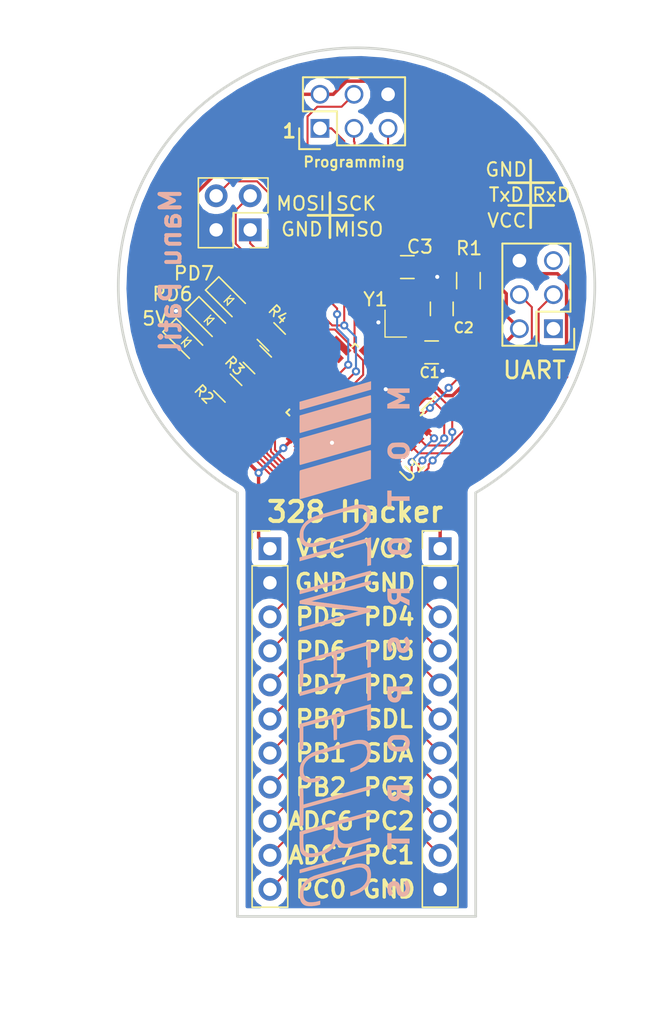
<source format=kicad_pcb>
(kicad_pcb (version 20171130) (host pcbnew 5.0.2-bee76a0~70~ubuntu18.04.1)

  (general
    (thickness 1.6)
    (drawings 50)
    (tracks 310)
    (zones 0)
    (modules 18)
    (nets 34)
  )

  (page A4)
  (layers
    (0 F.Cu signal)
    (31 B.Cu signal)
    (32 B.Adhes user)
    (33 F.Adhes user)
    (34 B.Paste user)
    (35 F.Paste user)
    (36 B.SilkS user)
    (37 F.SilkS user)
    (38 B.Mask user)
    (39 F.Mask user)
    (40 Dwgs.User user)
    (41 Cmts.User user)
    (42 Eco1.User user)
    (43 Eco2.User user)
    (44 Edge.Cuts user)
    (45 Margin user)
    (46 B.CrtYd user)
    (47 F.CrtYd user)
    (48 B.Fab user)
    (49 F.Fab user)
  )

  (setup
    (last_trace_width 0.1524)
    (user_trace_width 0.1524)
    (user_trace_width 0.254)
    (user_trace_width 0.762)
    (trace_clearance 0.1524)
    (zone_clearance 0.508)
    (zone_45_only no)
    (trace_min 0.1524)
    (segment_width 0.2)
    (edge_width 0.15)
    (via_size 0.6096)
    (via_drill 0.3048)
    (via_min_size 0.4)
    (via_min_drill 0.3)
    (uvia_size 0.3)
    (uvia_drill 0.1)
    (uvias_allowed no)
    (uvia_min_size 0.2)
    (uvia_min_drill 0.1)
    (pcb_text_width 0.3)
    (pcb_text_size 1.5 1.5)
    (mod_edge_width 0.15)
    (mod_text_size 1 1)
    (mod_text_width 0.15)
    (pad_size 1.524 1.524)
    (pad_drill 0.762)
    (pad_to_mask_clearance 0.051)
    (solder_mask_min_width 0.25)
    (aux_axis_origin 0 0)
    (visible_elements FFFFFF7F)
    (pcbplotparams
      (layerselection 0x010fc_ffffffff)
      (usegerberextensions true)
      (usegerberattributes false)
      (usegerberadvancedattributes false)
      (creategerberjobfile false)
      (excludeedgelayer true)
      (linewidth 0.100000)
      (plotframeref false)
      (viasonmask false)
      (mode 1)
      (useauxorigin false)
      (hpglpennumber 1)
      (hpglpenspeed 20)
      (hpglpendiameter 15.000000)
      (psnegative false)
      (psa4output false)
      (plotreference true)
      (plotvalue true)
      (plotinvisibletext false)
      (padsonsilk false)
      (subtractmaskfromsilk false)
      (outputformat 1)
      (mirror false)
      (drillshape 0)
      (scaleselection 1)
      (outputdirectory "./Gerb_new/"))
  )

  (net 0 "")
  (net 1 GND)
  (net 2 VCC)
  (net 3 "Net-(C2-Pad2)")
  (net 4 "Net-(C3-Pad2)")
  (net 5 /1L)
  (net 6 /2L)
  (net 7 /3L)
  (net 8 /4L)
  (net 9 /5L)
  (net 10 /6L)
  (net 11 /7L)
  (net 12 /8L)
  (net 13 /9L)
  (net 14 /10L)
  (net 15 /10R)
  (net 16 /9R)
  (net 17 /8R)
  (net 18 /7R)
  (net 19 /6R)
  (net 20 /5R)
  (net 21 /4R)
  (net 22 "Net-(J3-Pad5)")
  (net 23 /TxD)
  (net 24 /RxD)
  (net 25 "Net-(J3-Pad1)")
  (net 26 /MISO)
  (net 27 /SCK)
  (net 28 /MOSI)
  (net 29 /~RESET)
  (net 30 "Net-(U1-Pad20)")
  (net 31 "Net-(D1-Pad2)")
  (net 32 "Net-(D2-Pad2)")
  (net 33 "Net-(D3-Pad2)")

  (net_class Default "This is the default net class."
    (clearance 0.1524)
    (trace_width 0.1524)
    (via_dia 0.6096)
    (via_drill 0.3048)
    (uvia_dia 0.3)
    (uvia_drill 0.1)
    (add_net /10L)
    (add_net /10R)
    (add_net /1L)
    (add_net /2L)
    (add_net /3L)
    (add_net /4L)
    (add_net /4R)
    (add_net /5L)
    (add_net /5R)
    (add_net /6L)
    (add_net /6R)
    (add_net /7L)
    (add_net /7R)
    (add_net /8L)
    (add_net /8R)
    (add_net /9L)
    (add_net /9R)
    (add_net /MISO)
    (add_net /MOSI)
    (add_net /RxD)
    (add_net /SCK)
    (add_net /TxD)
    (add_net /~RESET)
    (add_net GND)
    (add_net "Net-(C2-Pad2)")
    (add_net "Net-(C3-Pad2)")
    (add_net "Net-(D1-Pad2)")
    (add_net "Net-(D2-Pad2)")
    (add_net "Net-(D3-Pad2)")
    (add_net "Net-(J3-Pad1)")
    (add_net "Net-(J3-Pad5)")
    (add_net "Net-(U1-Pad20)")
    (add_net VCC)
  )

  (module footprints:LED_0805_OEM (layer F.Cu) (tedit 5DDB1CC9) (tstamp 5E0567BA)
    (at 57.277 45.5676 315)
    (descr "LED 0805 smd package")
    (tags "LED led 0805 SMD smd SMT smt smdled SMDLED smtled SMTLED")
    (path /5DDB98C4)
    (attr smd)
    (fp_text reference D1 (at 0.88138 1.7907 45) (layer F.SilkS) hide
      (effects (font (size 1 1) (thickness 0.15)))
    )
    (fp_text value LED_0805 (at 0.508 2.032 315) (layer F.Fab) hide
      (effects (font (size 1 1) (thickness 0.15)))
    )
    (fp_line (start -0.2 0.35) (end -0.199999 0) (layer F.SilkS) (width 0.1))
    (fp_line (start -0.199999 0) (end -0.2 -0.35) (layer F.SilkS) (width 0.1))
    (fp_line (start 0.15 0.349999) (end -0.199999 0) (layer F.SilkS) (width 0.1))
    (fp_line (start 0.15 0.3) (end 0.15 0.349999) (layer F.SilkS) (width 0.1))
    (fp_line (start 0.15 0.349999) (end 0.15 0.3) (layer F.SilkS) (width 0.1))
    (fp_line (start 0.15 -0.349999) (end 0.15 0.3) (layer F.SilkS) (width 0.1))
    (fp_line (start 0.1 -0.3) (end 0.15 -0.349999) (layer F.SilkS) (width 0.1))
    (fp_line (start -0.199999 0) (end 0.1 -0.3) (layer F.SilkS) (width 0.1))
    (fp_line (start -1.8 -0.7) (end -1.8 0.7) (layer F.SilkS) (width 0.12))
    (fp_line (start 1 0.6) (end -1 0.6) (layer F.Fab) (width 0.1))
    (fp_line (start 1 -0.6) (end 1 0.6) (layer F.Fab) (width 0.1))
    (fp_line (start -1 -0.6) (end 1 -0.6) (layer F.Fab) (width 0.1))
    (fp_line (start -1 0.6) (end -1 -0.6) (layer F.Fab) (width 0.1))
    (fp_line (start -1.8 0.7) (end 1 0.7) (layer F.SilkS) (width 0.12))
    (fp_line (start -1.8 -0.7) (end 1 -0.7) (layer F.SilkS) (width 0.12))
    (fp_line (start 1.95 -0.85) (end 1.95 0.85) (layer F.CrtYd) (width 0.05))
    (fp_line (start 1.95 0.85) (end -1.95 0.85) (layer F.CrtYd) (width 0.05))
    (fp_line (start -1.95 0.85) (end -1.95 -0.85) (layer F.CrtYd) (width 0.05))
    (fp_line (start -1.95 -0.85) (end 1.95 -0.85) (layer F.CrtYd) (width 0.05))
    (pad 2 smd rect (at 1.099999 0 135) (size 1.2 1.2) (layers F.Cu F.Paste F.Mask)
      (net 31 "Net-(D1-Pad2)"))
    (pad 1 smd rect (at -1.099999 0 135) (size 1.2 1.2) (layers F.Cu F.Paste F.Mask)
      (net 1 GND))
    (model "${LOCAL_DIR}/OEM_Preferred_Parts/3DModels/LED_0805/LED 0805 Base GREEN001_sp.wrl"
      (at (xyz 0 0 0))
      (scale (xyz 1 1 1))
      (rotate (xyz 0 0 180))
    )
    (model "${LOCAL_DIR}/OEM_Preferred_Parts/3DModels/LED_0805/LED 0805 Base GREEN001_sp.step"
      (at (xyz 0 0 0))
      (scale (xyz 1 1 1))
      (rotate (xyz 0 0 0))
    )
  )

  (module footprints:Pin_Header_Straight_2x03 (layer F.Cu) (tedit 5DDB1F07) (tstamp 5DFAAEE4)
    (at 67.2338 29.6164 90)
    (descr "Through hole pin header")
    (tags "pin header")
    (path /5DD86637)
    (fp_text reference J4 (at 3.628023 -2.622235 90) (layer F.SilkS) hide
      (effects (font (size 1 1) (thickness 0.15)))
    )
    (fp_text value CONN_02X03 (at 1.27 7.874 90) (layer F.Fab) hide
      (effects (font (size 1 1) (thickness 0.15)))
    )
    (fp_line (start -1.27 1.27) (end -1.270001 6.35) (layer F.SilkS) (width 0.15))
    (fp_line (start -1.55 -1.55) (end 0 -1.550001) (layer F.SilkS) (width 0.15))
    (fp_line (start -1.75 -1.75) (end -1.749999 6.85) (layer F.CrtYd) (width 0.05))
    (fp_line (start 4.3 -1.75) (end 4.3 6.85) (layer F.CrtYd) (width 0.05))
    (fp_line (start -1.75 -1.75) (end 4.3 -1.75) (layer F.CrtYd) (width 0.05))
    (fp_line (start -1.749999 6.85) (end 4.3 6.85) (layer F.CrtYd) (width 0.05))
    (fp_line (start 1.27 -1.27) (end 1.27 1.27) (layer F.SilkS) (width 0.15))
    (fp_line (start 1.27 1.27) (end -1.27 1.27) (layer F.SilkS) (width 0.15))
    (fp_line (start -1.270001 6.35) (end 3.81 6.35) (layer F.SilkS) (width 0.15))
    (fp_line (start 3.81 6.35) (end 3.81 1.27) (layer F.SilkS) (width 0.15))
    (fp_line (start -1.55 -1.55) (end -1.550001 0) (layer F.SilkS) (width 0.15))
    (fp_line (start 3.81 -1.27) (end 1.27 -1.27) (layer F.SilkS) (width 0.15))
    (fp_line (start 3.81 1.27) (end 3.81 -1.27) (layer F.SilkS) (width 0.15))
    (pad 1 thru_hole rect (at 0 0 90) (size 1.4 1.4) (drill 1.016) (layers *.Cu *.Mask)
      (net 26 /MISO))
    (pad 2 thru_hole circle (at 2.54 0 90) (size 1.4 1.4) (drill 1.016) (layers *.Cu *.Mask)
      (net 2 VCC))
    (pad 3 thru_hole circle (at 0 2.54 90) (size 1.4 1.4) (drill 1.016) (layers *.Cu *.Mask)
      (net 27 /SCK))
    (pad 4 thru_hole circle (at 2.54 2.54 90) (size 1.4 1.4) (drill 1.016) (layers *.Cu *.Mask)
      (net 28 /MOSI))
    (pad 5 thru_hole circle (at 0 5.079999 90) (size 1.4 1.4) (drill 1.016) (layers *.Cu *.Mask)
      (net 29 /~RESET))
    (pad 6 thru_hole circle (at 2.54 5.08 90) (size 1.4 1.4) (drill 1.016) (layers *.Cu *.Mask)
      (net 1 GND))
    (model ${LOCAL_DIR}/OEM_Preferred_Parts/3DModels/Header_Pin_2x3/Header_Straight_2x3.wrl
      (at (xyz 0 0 0))
      (scale (xyz 1 1 1))
      (rotate (xyz 0 0 90))
    )
  )

  (module footprints:C_0805_OEM (layer F.Cu) (tedit 5DDB2423) (tstamp 5E2A48A8)
    (at 75.565 46.31944 180)
    (descr "Capacitor SMD 0805, reflow soldering, AVX (see smccp.pdf)")
    (tags "capacitor 0805")
    (path /5DD86A99)
    (attr smd)
    (fp_text reference C1 (at 0.1524 -1.51384 180) (layer F.SilkS)
      (effects (font (size 0.762 0.762) (thickness 0.15)))
    )
    (fp_text value C_0.1uF (at 0 1.75 180) (layer F.Fab) hide
      (effects (font (size 1 1) (thickness 0.15)))
    )
    (fp_line (start -1 0.62) (end -1 -0.62) (layer F.Fab) (width 0.1))
    (fp_line (start 1 0.62) (end -1 0.62) (layer F.Fab) (width 0.1))
    (fp_line (start 1 -0.62) (end 1 0.62) (layer F.Fab) (width 0.1))
    (fp_line (start -1 -0.62) (end 1 -0.62) (layer F.Fab) (width 0.1))
    (fp_line (start 0.5 -0.85) (end -0.5 -0.85) (layer F.SilkS) (width 0.12))
    (fp_line (start -0.5 0.85) (end 0.5 0.85) (layer F.SilkS) (width 0.12))
    (fp_line (start -1.75 -0.88) (end 1.75 -0.88) (layer F.CrtYd) (width 0.05))
    (fp_line (start -1.75 -0.88) (end -1.75 0.87) (layer F.CrtYd) (width 0.05))
    (fp_line (start 1.75 0.87) (end 1.75 -0.88) (layer F.CrtYd) (width 0.05))
    (fp_line (start 1.75 0.87) (end -1.75 0.87) (layer F.CrtYd) (width 0.05))
    (pad 1 smd rect (at -1 0 180) (size 1 1.25) (layers F.Cu F.Paste F.Mask)
      (net 1 GND))
    (pad 2 smd rect (at 1 0 180) (size 1 1.25) (layers F.Cu F.Paste F.Mask)
      (net 2 VCC))
    (model ${LOCAL_DIR}/OEM_Preferred_Parts/3DModels/C_0805_OEM/C_0805.step
      (at (xyz 0 0 0))
      (scale (xyz 1 1 1))
      (rotate (xyz 0 0 0))
    )
    (model ${LOCAL_DIR}/OEM_Preferred_Parts/3DModels/C_0805_OEM/C_0805.step
      (at (xyz 0 0 0))
      (scale (xyz 1 1 1))
      (rotate (xyz 0 0 0))
    )
  )

  (module footprints:C_0805_OEM (layer F.Cu) (tedit 5DDB2434) (tstamp 5DFAAE6A)
    (at 76.32192 43.07586 270)
    (descr "Capacitor SMD 0805, reflow soldering, AVX (see smccp.pdf)")
    (tags "capacitor 0805")
    (path /5DD9B4F7)
    (attr smd)
    (fp_text reference C2 (at 1.4097 -1.63576) (layer F.SilkS)
      (effects (font (size 0.762 0.762) (thickness 0.1524)))
    )
    (fp_text value C_30pF (at 0 1.75 270) (layer F.Fab) hide
      (effects (font (size 1 1) (thickness 0.15)))
    )
    (fp_line (start 1.75 0.87) (end -1.75 0.87) (layer F.CrtYd) (width 0.05))
    (fp_line (start 1.75 0.87) (end 1.75 -0.88) (layer F.CrtYd) (width 0.05))
    (fp_line (start -1.75 -0.88) (end -1.75 0.87) (layer F.CrtYd) (width 0.05))
    (fp_line (start -1.75 -0.88) (end 1.75 -0.88) (layer F.CrtYd) (width 0.05))
    (fp_line (start -0.5 0.85) (end 0.5 0.85) (layer F.SilkS) (width 0.12))
    (fp_line (start 0.5 -0.85) (end -0.5 -0.85) (layer F.SilkS) (width 0.12))
    (fp_line (start -1 -0.62) (end 1 -0.62) (layer F.Fab) (width 0.1))
    (fp_line (start 1 -0.62) (end 1 0.62) (layer F.Fab) (width 0.1))
    (fp_line (start 1 0.62) (end -1 0.62) (layer F.Fab) (width 0.1))
    (fp_line (start -1 0.62) (end -1 -0.62) (layer F.Fab) (width 0.1))
    (pad 2 smd rect (at 1 0 270) (size 1 1.25) (layers F.Cu F.Paste F.Mask)
      (net 3 "Net-(C2-Pad2)"))
    (pad 1 smd rect (at -1 0 270) (size 1 1.25) (layers F.Cu F.Paste F.Mask)
      (net 1 GND))
    (model ${LOCAL_DIR}/OEM_Preferred_Parts/3DModels/C_0805_OEM/C_0805.step
      (at (xyz 0 0 0))
      (scale (xyz 1 1 1))
      (rotate (xyz 0 0 0))
    )
    (model ${LOCAL_DIR}/OEM_Preferred_Parts/3DModels/C_0805_OEM/C_0805.step
      (at (xyz 0 0 0))
      (scale (xyz 1 1 1))
      (rotate (xyz 0 0 0))
    )
  )

  (module footprints:C_0805_OEM (layer F.Cu) (tedit 5C3D8347) (tstamp 5DFACD8D)
    (at 73.75144 39.96182 180)
    (descr "Capacitor SMD 0805, reflow soldering, AVX (see smccp.pdf)")
    (tags "capacitor 0805")
    (path /5DD9B567)
    (attr smd)
    (fp_text reference C3 (at -0.93726 1.51892 180) (layer F.SilkS)
      (effects (font (size 1 1) (thickness 0.15)))
    )
    (fp_text value C_30pF (at 0 1.75 180) (layer F.Fab) hide
      (effects (font (size 1 1) (thickness 0.15)))
    )
    (fp_line (start -1 0.62) (end -1 -0.62) (layer F.Fab) (width 0.1))
    (fp_line (start 1 0.62) (end -1 0.62) (layer F.Fab) (width 0.1))
    (fp_line (start 1 -0.62) (end 1 0.62) (layer F.Fab) (width 0.1))
    (fp_line (start -1 -0.62) (end 1 -0.62) (layer F.Fab) (width 0.1))
    (fp_line (start 0.5 -0.85) (end -0.5 -0.85) (layer F.SilkS) (width 0.12))
    (fp_line (start -0.5 0.85) (end 0.5 0.85) (layer F.SilkS) (width 0.12))
    (fp_line (start -1.75 -0.88) (end 1.75 -0.88) (layer F.CrtYd) (width 0.05))
    (fp_line (start -1.75 -0.88) (end -1.75 0.87) (layer F.CrtYd) (width 0.05))
    (fp_line (start 1.75 0.87) (end 1.75 -0.88) (layer F.CrtYd) (width 0.05))
    (fp_line (start 1.75 0.87) (end -1.75 0.87) (layer F.CrtYd) (width 0.05))
    (pad 1 smd rect (at -1 0 180) (size 1 1.25) (layers F.Cu F.Paste F.Mask)
      (net 1 GND))
    (pad 2 smd rect (at 1 0 180) (size 1 1.25) (layers F.Cu F.Paste F.Mask)
      (net 4 "Net-(C3-Pad2)"))
    (model ${LOCAL_DIR}/OEM_Preferred_Parts/3DModels/C_0805_OEM/C_0805.step
      (at (xyz 0 0 0))
      (scale (xyz 1 1 1))
      (rotate (xyz 0 0 0))
    )
    (model ${LOCAL_DIR}/OEM_Preferred_Parts/3DModels/C_0805_OEM/C_0805.step
      (at (xyz 0 0 0))
      (scale (xyz 1 1 1))
      (rotate (xyz 0 0 0))
    )
  )

  (module footprints:Pin_Header_Straight_2x03 (layer F.Cu) (tedit 5DDB234D) (tstamp 5DFAAECD)
    (at 84.65312 44.55668 180)
    (descr "Through hole pin header")
    (tags "pin header")
    (path /5DD87735)
    (fp_text reference J3 (at -0.826184 -2.622235 180) (layer F.SilkS) hide
      (effects (font (size 1 1) (thickness 0.15)))
    )
    (fp_text value CONN_02X03 (at 1.27 7.874 180) (layer F.Fab) hide
      (effects (font (size 1 1) (thickness 0.15)))
    )
    (fp_line (start 3.81 1.27) (end 3.81 -1.27) (layer F.SilkS) (width 0.15))
    (fp_line (start 3.81 -1.27) (end 1.27 -1.27) (layer F.SilkS) (width 0.15))
    (fp_line (start -1.55 -1.55) (end -1.55 0) (layer F.SilkS) (width 0.15))
    (fp_line (start 3.81 6.35) (end 3.81 1.27) (layer F.SilkS) (width 0.15))
    (fp_line (start -1.27 6.35) (end 3.81 6.35) (layer F.SilkS) (width 0.15))
    (fp_line (start 1.27 1.27) (end -1.27 1.27) (layer F.SilkS) (width 0.15))
    (fp_line (start 1.27 -1.27) (end 1.27 1.27) (layer F.SilkS) (width 0.15))
    (fp_line (start -1.75 6.85) (end 4.3 6.85) (layer F.CrtYd) (width 0.05))
    (fp_line (start -1.75 -1.75) (end 4.3 -1.75) (layer F.CrtYd) (width 0.05))
    (fp_line (start 4.3 -1.75) (end 4.3 6.85) (layer F.CrtYd) (width 0.05))
    (fp_line (start -1.75 -1.75) (end -1.75 6.85) (layer F.CrtYd) (width 0.05))
    (fp_line (start -1.55 -1.55) (end 0 -1.55) (layer F.SilkS) (width 0.15))
    (fp_line (start -1.27 1.27) (end -1.27 6.35) (layer F.SilkS) (width 0.15))
    (pad 6 thru_hole circle (at 2.54 5.08 180) (size 1.4 1.4) (drill 1.016) (layers *.Cu *.Mask)
      (net 1 GND))
    (pad 5 thru_hole circle (at 0 5.08 180) (size 1.4 1.4) (drill 1.016) (layers *.Cu *.Mask)
      (net 22 "Net-(J3-Pad5)"))
    (pad 4 thru_hole circle (at 2.54 2.54 180) (size 1.4 1.4) (drill 1.016) (layers *.Cu *.Mask)
      (net 23 /TxD))
    (pad 3 thru_hole circle (at 0 2.54 180) (size 1.4 1.4) (drill 1.016) (layers *.Cu *.Mask)
      (net 24 /RxD))
    (pad 2 thru_hole circle (at 2.54 0 180) (size 1.4 1.4) (drill 1.016) (layers *.Cu *.Mask)
      (net 2 VCC))
    (pad 1 thru_hole rect (at 0 0 180) (size 1.4 1.4) (drill 1.016) (layers *.Cu *.Mask)
      (net 25 "Net-(J3-Pad1)"))
    (model ${LOCAL_DIR}/OEM_Preferred_Parts/3DModels/Header_Pin_2x3/Header_Straight_2x3.wrl
      (at (xyz 0 0 0))
      (scale (xyz 1 1 1))
      (rotate (xyz 0 0 90))
    )
  )

  (module footprints:R_0805_OEM (layer F.Cu) (tedit 5C3D844D) (tstamp 5DFAAEF4)
    (at 78.31074 40.97274 270)
    (descr "Resistor SMD 0805, reflow soldering, Vishay (see dcrcw.pdf)")
    (tags "resistor 0805")
    (path /5DD85ACC)
    (attr smd)
    (fp_text reference R1 (at -2.413 -0.04572) (layer F.SilkS)
      (effects (font (size 1 1) (thickness 0.15)))
    )
    (fp_text value R_10K (at 0 1.75 270) (layer F.Fab) hide
      (effects (font (size 1 1) (thickness 0.15)))
    )
    (fp_line (start -1 0.62) (end -1 -0.62) (layer F.Fab) (width 0.1))
    (fp_line (start 1 0.62) (end -1 0.62) (layer F.Fab) (width 0.1))
    (fp_line (start 1 -0.62) (end 1 0.62) (layer F.Fab) (width 0.1))
    (fp_line (start -1 -0.62) (end 1 -0.62) (layer F.Fab) (width 0.1))
    (fp_line (start 0.6 0.88) (end -0.6 0.88) (layer F.SilkS) (width 0.12))
    (fp_line (start -0.6 -0.88) (end 0.6 -0.88) (layer F.SilkS) (width 0.12))
    (fp_line (start -1.55 -0.9) (end 1.55 -0.9) (layer F.CrtYd) (width 0.05))
    (fp_line (start -1.55 -0.9) (end -1.55 0.9) (layer F.CrtYd) (width 0.05))
    (fp_line (start 1.55 0.9) (end 1.55 -0.9) (layer F.CrtYd) (width 0.05))
    (fp_line (start 1.55 0.9) (end -1.55 0.9) (layer F.CrtYd) (width 0.05))
    (pad 1 smd rect (at -0.95 0 270) (size 0.7 1.3) (layers F.Cu F.Paste F.Mask)
      (net 2 VCC))
    (pad 2 smd rect (at 0.95 0 270) (size 0.7 1.3) (layers F.Cu F.Paste F.Mask)
      (net 29 /~RESET))
    (model ${LOCAL_DIR}/OEM_Preferred_Parts/3DModels/R_0805_OEM/res0805.step
      (at (xyz 0 0 0))
      (scale (xyz 1 1 1))
      (rotate (xyz 0 0 0))
    )
    (model ${LOCAL_DIR}/OEM_Preferred_Parts/3DModels/R_0805_OEM/res0805.step
      (at (xyz 0 0 0))
      (scale (xyz 1 1 1))
      (rotate (xyz 0 0 0))
    )
  )

  (module Package_QFP:TQFP-32_7x7mm_P0.8mm (layer F.Cu) (tedit 5DDB1CDC) (tstamp 5DFAAF2B)
    (at 69.85 50.8 225)
    (descr "32-Lead Plastic Thin Quad Flatpack (PT) - 7x7x1.0 mm Body, 2.00 mm [TQFP] (see Microchip Packaging Specification 00000049BS.pdf)")
    (tags "QFP 0.8")
    (path /5DD85693)
    (attr smd)
    (fp_text reference U1 (at 0 -6.05 225) (layer F.SilkS)
      (effects (font (size 1 1) (thickness 0.15)))
    )
    (fp_text value ATmega328P-AU (at 0 6.05 225) (layer F.Fab) hide
      (effects (font (size 1 1) (thickness 0.15)))
    )
    (fp_text user %R (at 0 0 225) (layer F.Fab)
      (effects (font (size 1 1) (thickness 0.15)))
    )
    (fp_line (start -2.5 -3.5) (end 3.5 -3.5) (layer F.Fab) (width 0.15))
    (fp_line (start 3.5 -3.5) (end 3.5 3.5) (layer F.Fab) (width 0.15))
    (fp_line (start 3.5 3.5) (end -3.5 3.5) (layer F.Fab) (width 0.15))
    (fp_line (start -3.5 3.5) (end -3.5 -2.5) (layer F.Fab) (width 0.15))
    (fp_line (start -3.5 -2.5) (end -2.5 -3.5) (layer F.Fab) (width 0.15))
    (fp_line (start -5.3 -5.3) (end -5.3 5.3) (layer F.CrtYd) (width 0.05))
    (fp_line (start 5.3 -5.3) (end 5.3 5.3) (layer F.CrtYd) (width 0.05))
    (fp_line (start -5.3 -5.3) (end 5.3 -5.3) (layer F.CrtYd) (width 0.05))
    (fp_line (start -5.3 5.3) (end 5.3 5.3) (layer F.CrtYd) (width 0.05))
    (fp_line (start -3.625 -3.625) (end -3.625 -3.4) (layer F.SilkS) (width 0.15))
    (fp_line (start 3.625 -3.625) (end 3.625 -3.299999) (layer F.SilkS) (width 0.15))
    (fp_line (start 3.625 3.625) (end 3.625 3.299999) (layer F.SilkS) (width 0.15))
    (fp_line (start -3.625 3.625) (end -3.625 3.299999) (layer F.SilkS) (width 0.15))
    (fp_line (start -3.625 -3.625) (end -3.299999 -3.625) (layer F.SilkS) (width 0.15))
    (fp_line (start -3.625 3.625) (end -3.299999 3.625) (layer F.SilkS) (width 0.15))
    (fp_line (start 3.625 3.625) (end 3.299999 3.625) (layer F.SilkS) (width 0.15))
    (fp_line (start 3.625 -3.625) (end 3.299999 -3.625) (layer F.SilkS) (width 0.15))
    (fp_line (start -3.625 -3.4) (end -5.05 -3.4) (layer F.SilkS) (width 0.15))
    (pad 1 smd rect (at -4.25 -2.8 225) (size 1.6 0.55) (layers F.Cu F.Paste F.Mask)
      (net 20 /5R))
    (pad 2 smd rect (at -4.25 -2 225) (size 1.6 0.55) (layers F.Cu F.Paste F.Mask)
      (net 21 /4R))
    (pad 3 smd rect (at -4.25 -1.2 225) (size 1.6 0.55) (layers F.Cu F.Paste F.Mask)
      (net 1 GND))
    (pad 4 smd rect (at -4.25 -0.4 225) (size 1.6 0.55) (layers F.Cu F.Paste F.Mask)
      (net 2 VCC))
    (pad 5 smd rect (at -4.25 0.4 225) (size 1.6 0.55) (layers F.Cu F.Paste F.Mask)
      (net 1 GND))
    (pad 6 smd rect (at -4.25 1.2 225) (size 1.6 0.55) (layers F.Cu F.Paste F.Mask)
      (net 2 VCC))
    (pad 7 smd rect (at -4.25 2 225) (size 1.6 0.55) (layers F.Cu F.Paste F.Mask)
      (net 3 "Net-(C2-Pad2)"))
    (pad 8 smd rect (at -4.25 2.8 225) (size 1.6 0.55) (layers F.Cu F.Paste F.Mask)
      (net 4 "Net-(C3-Pad2)"))
    (pad 9 smd rect (at -2.8 4.25 315) (size 1.6 0.55) (layers F.Cu F.Paste F.Mask)
      (net 5 /1L))
    (pad 10 smd rect (at -2 4.25 315) (size 1.6 0.55) (layers F.Cu F.Paste F.Mask)
      (net 6 /2L))
    (pad 11 smd rect (at -1.2 4.25 315) (size 1.6 0.55) (layers F.Cu F.Paste F.Mask)
      (net 7 /3L))
    (pad 12 smd rect (at -0.4 4.25 315) (size 1.6 0.55) (layers F.Cu F.Paste F.Mask)
      (net 8 /4L))
    (pad 13 smd rect (at 0.4 4.25 315) (size 1.6 0.55) (layers F.Cu F.Paste F.Mask)
      (net 9 /5L))
    (pad 14 smd rect (at 1.2 4.25 315) (size 1.6 0.55) (layers F.Cu F.Paste F.Mask)
      (net 10 /6L))
    (pad 15 smd rect (at 2 4.25 315) (size 1.6 0.55) (layers F.Cu F.Paste F.Mask)
      (net 28 /MOSI))
    (pad 16 smd rect (at 2.8 4.25 315) (size 1.6 0.55) (layers F.Cu F.Paste F.Mask)
      (net 26 /MISO))
    (pad 17 smd rect (at 4.25 2.8 225) (size 1.6 0.55) (layers F.Cu F.Paste F.Mask)
      (net 27 /SCK))
    (pad 18 smd rect (at 4.25 2 225) (size 1.6 0.55) (layers F.Cu F.Paste F.Mask)
      (net 2 VCC))
    (pad 19 smd rect (at 4.25 1.2 225) (size 1.6 0.55) (layers F.Cu F.Paste F.Mask)
      (net 11 /7L))
    (pad 20 smd rect (at 4.25 0.4 225) (size 1.6 0.55) (layers F.Cu F.Paste F.Mask)
      (net 30 "Net-(U1-Pad20)"))
    (pad 21 smd rect (at 4.25 -0.4 225) (size 1.6 0.55) (layers F.Cu F.Paste F.Mask)
      (net 1 GND))
    (pad 22 smd rect (at 4.25 -1.2 225) (size 1.6 0.55) (layers F.Cu F.Paste F.Mask)
      (net 12 /8L))
    (pad 23 smd rect (at 4.25 -2 225) (size 1.6 0.55) (layers F.Cu F.Paste F.Mask)
      (net 13 /9L))
    (pad 24 smd rect (at 4.25 -2.8 225) (size 1.6 0.55) (layers F.Cu F.Paste F.Mask)
      (net 14 /10L))
    (pad 25 smd rect (at 2.8 -4.25 315) (size 1.6 0.55) (layers F.Cu F.Paste F.Mask)
      (net 15 /10R))
    (pad 26 smd rect (at 2 -4.25 315) (size 1.6 0.55) (layers F.Cu F.Paste F.Mask)
      (net 16 /9R))
    (pad 27 smd rect (at 1.2 -4.25 315) (size 1.6 0.55) (layers F.Cu F.Paste F.Mask)
      (net 17 /8R))
    (pad 28 smd rect (at 0.4 -4.25 315) (size 1.6 0.55) (layers F.Cu F.Paste F.Mask)
      (net 18 /7R))
    (pad 29 smd rect (at -0.4 -4.25 315) (size 1.6 0.55) (layers F.Cu F.Paste F.Mask)
      (net 29 /~RESET))
    (pad 30 smd rect (at -1.2 -4.25 315) (size 1.6 0.55) (layers F.Cu F.Paste F.Mask)
      (net 24 /RxD))
    (pad 31 smd rect (at -2 -4.25 315) (size 1.6 0.55) (layers F.Cu F.Paste F.Mask)
      (net 23 /TxD))
    (pad 32 smd rect (at -2.8 -4.25 315) (size 1.6 0.55) (layers F.Cu F.Paste F.Mask)
      (net 19 /6R))
    (model ${KISYS3DMOD}/Package_QFP.3dshapes/TQFP-32_7x7mm_P0.8mm.wrl
      (at (xyz 0 0 0))
      (scale (xyz 1 1 1))
      (rotate (xyz 0 0 0))
    )
  )

  (module footprints:Crystal_SMD_FA238 (layer F.Cu) (tedit 59F247A7) (tstamp 5DFAAF3D)
    (at 73.68794 43.18 90)
    (descr "crystal Epson Toyocom FA-238 series http://www.mouser.com/ds/2/137/1721499-465440.pdf, hand-soldering, 3.2x2.5mm^2 package")
    (tags "SMD SMT crystal hand-soldering")
    (path /5DD85F34)
    (attr smd)
    (fp_text reference Y1 (at 0.8128 -2.31394 180) (layer F.SilkS)
      (effects (font (size 1 1) (thickness 0.15)))
    )
    (fp_text value Crystal_SMD (at 0.0762 2.42316 90) (layer F.Fab) hide
      (effects (font (size 1 1) (thickness 0.15)))
    )
    (fp_line (start -2 -1.6) (end 0 -1.6) (layer F.SilkS) (width 0.1))
    (fp_line (start -2 -1.6) (end -2 0) (layer F.SilkS) (width 0.1))
    (fp_line (start -1.5 -1.25) (end 1.5 -1.25) (layer F.Fab) (width 0.1))
    (fp_line (start 1.5 -1.25) (end 1.6 -1.15) (layer F.Fab) (width 0.1))
    (fp_line (start 1.6 -1.15) (end 1.6 1.15) (layer F.Fab) (width 0.1))
    (fp_line (start 1.6 1.15) (end 1.5 1.25) (layer F.Fab) (width 0.1))
    (fp_line (start 1.5 1.25) (end -1.5 1.25) (layer F.Fab) (width 0.1))
    (fp_line (start -1.5 1.25) (end -1.6 1.15) (layer F.Fab) (width 0.1))
    (fp_line (start -1.6 1.15) (end -1.6 -1.15) (layer F.Fab) (width 0.1))
    (fp_line (start -1.6 -1.15) (end -1.5 -1.25) (layer F.Fab) (width 0.1))
    (pad 1 smd rect (at -1.1 0.8 90) (size 1.4 1.2) (layers F.Cu F.Mask)
      (net 3 "Net-(C2-Pad2)"))
    (pad 2 smd rect (at 1.1 0.8 90) (size 1.4 1.2) (layers F.Cu F.Mask)
      (net 1 GND))
    (pad 3 smd rect (at 1.1 -0.8 90) (size 1.4 1.2) (layers F.Cu F.Mask)
      (net 4 "Net-(C3-Pad2)"))
    (pad 4 smd rect (at -1.1 -0.8 90) (size 1.4 1.2) (layers F.Cu F.Mask)
      (net 1 GND))
    (model Crystals.3dshapes/Crystal_SMD_SeikoEpson_FA238-4pin_3.2x2.5mm_HandSoldering.wrl
      (at (xyz 0 0 0))
      (scale (xyz 0.24 0.24 0.24))
      (rotate (xyz 0 0 0))
    )
  )

  (module footprints:PinHeader_1x11_P2.54mm_Vertical (layer F.Cu) (tedit 5DDB22F8) (tstamp 5E05631B)
    (at 63.5 60.96)
    (descr "Through hole straight pin header, 1x11, 2.54mm pitch, single row")
    (tags "Through hole pin header THT 1x11 2.54mm single row")
    (path /5DDB5F49)
    (fp_text reference J1 (at 0 -2.33) (layer F.SilkS) hide
      (effects (font (size 1 1) (thickness 0.15)))
    )
    (fp_text value Conn_01x11 (at 0 27.73) (layer F.Fab) hide
      (effects (font (size 1 1) (thickness 0.15)))
    )
    (fp_line (start -0.635 -1.27) (end 1.27 -1.27) (layer F.Fab) (width 0.1))
    (fp_line (start 1.27 -1.27) (end 1.27 26.67) (layer F.Fab) (width 0.1))
    (fp_line (start 1.27 26.67) (end -1.27 26.67) (layer F.Fab) (width 0.1))
    (fp_line (start -1.27 26.67) (end -1.27 -0.635) (layer F.Fab) (width 0.1))
    (fp_line (start -1.27 -0.635) (end -0.635 -1.27) (layer F.Fab) (width 0.1))
    (fp_line (start -1.33 26.73) (end 1.33 26.73) (layer F.SilkS) (width 0.12))
    (fp_line (start -1.33 1.27) (end -1.33 26.73) (layer F.SilkS) (width 0.12))
    (fp_line (start 1.33 1.27) (end 1.33 26.73) (layer F.SilkS) (width 0.12))
    (fp_line (start -1.33 1.27) (end 1.33 1.27) (layer F.SilkS) (width 0.12))
    (fp_line (start -1.33 0) (end -1.33 -1.33) (layer F.SilkS) (width 0.12))
    (fp_line (start -1.33 -1.33) (end 0 -1.33) (layer F.SilkS) (width 0.12))
    (fp_line (start -1.8 -1.8) (end -1.8 27.2) (layer F.CrtYd) (width 0.05))
    (fp_line (start -1.8 27.2) (end 1.8 27.2) (layer F.CrtYd) (width 0.05))
    (fp_line (start 1.8 27.2) (end 1.8 -1.8) (layer F.CrtYd) (width 0.05))
    (fp_line (start 1.8 -1.8) (end -1.8 -1.8) (layer F.CrtYd) (width 0.05))
    (fp_text user %R (at 0 12.7 90) (layer F.Fab)
      (effects (font (size 1 1) (thickness 0.15)))
    )
    (pad 1 thru_hole rect (at 0 0) (size 1.7 1.7) (drill 1) (layers *.Cu *.Mask)
      (net 2 VCC))
    (pad 2 thru_hole oval (at 0 2.54) (size 1.7 1.7) (drill 1) (layers *.Cu *.Mask)
      (net 1 GND))
    (pad 3 thru_hole oval (at 0 5.08) (size 1.7 1.7) (drill 1) (layers *.Cu *.Mask)
      (net 5 /1L))
    (pad 4 thru_hole oval (at 0 7.62) (size 1.7 1.7) (drill 1) (layers *.Cu *.Mask)
      (net 6 /2L))
    (pad 5 thru_hole oval (at 0 10.16) (size 1.7 1.7) (drill 1) (layers *.Cu *.Mask)
      (net 7 /3L))
    (pad 6 thru_hole oval (at 0 12.7) (size 1.7 1.7) (drill 1) (layers *.Cu *.Mask)
      (net 8 /4L))
    (pad 7 thru_hole oval (at 0 15.24) (size 1.7 1.7) (drill 1) (layers *.Cu *.Mask)
      (net 9 /5L))
    (pad 8 thru_hole oval (at 0 17.78) (size 1.7 1.7) (drill 1) (layers *.Cu *.Mask)
      (net 10 /6L))
    (pad 9 thru_hole oval (at 0 20.32) (size 1.7 1.7) (drill 1) (layers *.Cu *.Mask)
      (net 11 /7L))
    (pad 10 thru_hole oval (at 0 22.86) (size 1.7 1.7) (drill 1) (layers *.Cu *.Mask)
      (net 12 /8L))
    (pad 11 thru_hole oval (at 0 25.4) (size 1.7 1.7) (drill 1) (layers *.Cu *.Mask)
      (net 13 /9L))
    (model ${KISYS3DMOD}/Connector_PinHeader_2.54mm.3dshapes/PinHeader_1x11_P2.54mm_Vertical.wrl
      (at (xyz 0 0 0))
      (scale (xyz 1 1 1))
      (rotate (xyz 0 0 0))
    )
  )

  (module footprints:PinHeader_1x11_P2.54mm_Vertical (layer F.Cu) (tedit 5DDB22FC) (tstamp 5E0565E1)
    (at 76.2 60.96)
    (descr "Through hole straight pin header, 1x11, 2.54mm pitch, single row")
    (tags "Through hole pin header THT 1x11 2.54mm single row")
    (path /5DDB6102)
    (fp_text reference J2 (at 0 -2.33) (layer F.SilkS) hide
      (effects (font (size 1 1) (thickness 0.15)))
    )
    (fp_text value Conn_01x11 (at 0 27.73) (layer F.Fab) hide
      (effects (font (size 1 1) (thickness 0.15)))
    )
    (fp_text user %R (at 0 12.7 90) (layer F.Fab)
      (effects (font (size 1 1) (thickness 0.15)))
    )
    (fp_line (start 1.8 -1.8) (end -1.8 -1.8) (layer F.CrtYd) (width 0.05))
    (fp_line (start 1.8 27.2) (end 1.8 -1.8) (layer F.CrtYd) (width 0.05))
    (fp_line (start -1.8 27.2) (end 1.8 27.2) (layer F.CrtYd) (width 0.05))
    (fp_line (start -1.8 -1.8) (end -1.8 27.2) (layer F.CrtYd) (width 0.05))
    (fp_line (start -1.33 -1.33) (end 0 -1.33) (layer F.SilkS) (width 0.12))
    (fp_line (start -1.33 0) (end -1.33 -1.33) (layer F.SilkS) (width 0.12))
    (fp_line (start -1.33 1.27) (end 1.33 1.27) (layer F.SilkS) (width 0.12))
    (fp_line (start 1.33 1.27) (end 1.33 26.73) (layer F.SilkS) (width 0.12))
    (fp_line (start -1.33 1.27) (end -1.33 26.73) (layer F.SilkS) (width 0.12))
    (fp_line (start -1.33 26.73) (end 1.33 26.73) (layer F.SilkS) (width 0.12))
    (fp_line (start -1.27 -0.635) (end -0.635 -1.27) (layer F.Fab) (width 0.1))
    (fp_line (start -1.27 26.67) (end -1.27 -0.635) (layer F.Fab) (width 0.1))
    (fp_line (start 1.27 26.67) (end -1.27 26.67) (layer F.Fab) (width 0.1))
    (fp_line (start 1.27 -1.27) (end 1.27 26.67) (layer F.Fab) (width 0.1))
    (fp_line (start -0.635 -1.27) (end 1.27 -1.27) (layer F.Fab) (width 0.1))
    (pad 11 thru_hole oval (at 0 25.4) (size 1.7 1.7) (drill 1) (layers *.Cu *.Mask)
      (net 1 GND))
    (pad 10 thru_hole oval (at 0 22.86) (size 1.7 1.7) (drill 1) (layers *.Cu *.Mask)
      (net 14 /10L))
    (pad 9 thru_hole oval (at 0 20.32) (size 1.7 1.7) (drill 1) (layers *.Cu *.Mask)
      (net 15 /10R))
    (pad 8 thru_hole oval (at 0 17.78) (size 1.7 1.7) (drill 1) (layers *.Cu *.Mask)
      (net 16 /9R))
    (pad 7 thru_hole oval (at 0 15.24) (size 1.7 1.7) (drill 1) (layers *.Cu *.Mask)
      (net 17 /8R))
    (pad 6 thru_hole oval (at 0 12.7) (size 1.7 1.7) (drill 1) (layers *.Cu *.Mask)
      (net 18 /7R))
    (pad 5 thru_hole oval (at 0 10.16) (size 1.7 1.7) (drill 1) (layers *.Cu *.Mask)
      (net 19 /6R))
    (pad 4 thru_hole oval (at 0 7.62) (size 1.7 1.7) (drill 1) (layers *.Cu *.Mask)
      (net 20 /5R))
    (pad 3 thru_hole oval (at 0 5.08) (size 1.7 1.7) (drill 1) (layers *.Cu *.Mask)
      (net 21 /4R))
    (pad 2 thru_hole oval (at 0 2.54) (size 1.7 1.7) (drill 1) (layers *.Cu *.Mask)
      (net 1 GND))
    (pad 1 thru_hole rect (at 0 0) (size 1.7 1.7) (drill 1) (layers *.Cu *.Mask)
      (net 2 VCC))
    (model ${KISYS3DMOD}/Connector_PinHeader_2.54mm.3dshapes/PinHeader_1x11_P2.54mm_Vertical.wrl
      (at (xyz 0 0 0))
      (scale (xyz 1 1 1))
      (rotate (xyz 0 0 0))
    )
  )

  (module footprints:R_0805_OEM (layer F.Cu) (tedit 5DDB1D83) (tstamp 5E2A3352)
    (at 60.3504 48.9839 135)
    (descr "Resistor SMD 0805, reflow soldering, Vishay (see dcrcw.pdf)")
    (tags "resistor 0805")
    (path /5DDB9626)
    (attr smd)
    (fp_text reference R2 (at 0.924966 -1.571545 135) (layer F.SilkS)
      (effects (font (size 0.762 0.762) (thickness 0.127)))
    )
    (fp_text value R_200 (at 0 1.75 135) (layer F.Fab) hide
      (effects (font (size 1 1) (thickness 0.15)))
    )
    (fp_line (start -1 0.62) (end -1 -0.62) (layer F.Fab) (width 0.1))
    (fp_line (start 1 0.62) (end -1 0.62) (layer F.Fab) (width 0.1))
    (fp_line (start 1 -0.62) (end 1 0.62) (layer F.Fab) (width 0.1))
    (fp_line (start -1 -0.62) (end 1 -0.62) (layer F.Fab) (width 0.1))
    (fp_line (start 0.6 0.88) (end -0.6 0.88) (layer F.SilkS) (width 0.12))
    (fp_line (start -0.6 -0.88) (end 0.6 -0.88) (layer F.SilkS) (width 0.12))
    (fp_line (start -1.55 -0.900001) (end 1.55 -0.900001) (layer F.CrtYd) (width 0.05))
    (fp_line (start -1.55 -0.900001) (end -1.55 0.900001) (layer F.CrtYd) (width 0.05))
    (fp_line (start 1.55 0.900001) (end 1.55 -0.900001) (layer F.CrtYd) (width 0.05))
    (fp_line (start 1.55 0.900001) (end -1.55 0.900001) (layer F.CrtYd) (width 0.05))
    (pad 1 smd rect (at -0.949999 0 135) (size 0.7 1.3) (layers F.Cu F.Paste F.Mask)
      (net 2 VCC))
    (pad 2 smd rect (at 0.949999 0 135) (size 0.7 1.3) (layers F.Cu F.Paste F.Mask)
      (net 31 "Net-(D1-Pad2)"))
    (model ${LOCAL_DIR}/OEM_Preferred_Parts/3DModels/R_0805_OEM/res0805.step
      (at (xyz 0 0 0))
      (scale (xyz 1 1 1))
      (rotate (xyz 0 0 0))
    )
    (model ${LOCAL_DIR}/OEM_Preferred_Parts/3DModels/R_0805_OEM/res0805.step
      (at (xyz 0 0 0))
      (scale (xyz 1 1 1))
      (rotate (xyz 0 0 0))
    )
  )

  (module footprints:Logo_Large (layer B.Cu) (tedit 0) (tstamp 5E058059)
    (at 69.8246 68.0339 270)
    (fp_text reference G*** (at 0 0 270) (layer B.SilkS) hide
      (effects (font (size 1.524 1.524) (thickness 0.3)) (justify mirror))
    )
    (fp_text value LOGO (at 0.75 0 270) (layer B.SilkS) hide
      (effects (font (size 1.524 1.524) (thickness 0.3)) (justify mirror))
    )
    (fp_poly (pts (xy 18.846075 4.107132) (xy 19.065319 4.073701) (xy 19.245128 4.00857) (xy 19.386053 3.911374)
      (xy 19.488644 3.781749) (xy 19.547339 3.641645) (xy 19.569425 3.520595) (xy 19.578482 3.365329)
      (xy 19.575075 3.190579) (xy 19.55977 3.011076) (xy 19.533133 2.841552) (xy 19.513326 2.7559)
      (xy 19.466072 2.5781) (xy 19.319402 2.570419) (xy 19.237351 2.567742) (xy 19.195339 2.57278)
      (xy 19.182819 2.588551) (xy 19.186227 2.608519) (xy 19.235407 2.788415) (xy 19.267007 2.940046)
      (xy 19.284069 3.081574) (xy 19.289602 3.2258) (xy 19.288823 3.345147) (xy 19.282719 3.428934)
      (xy 19.268636 3.492332) (xy 19.243922 3.550511) (xy 19.22748 3.581081) (xy 19.147841 3.687822)
      (xy 19.042984 3.762652) (xy 18.905946 3.809072) (xy 18.731219 3.830506) (xy 18.493234 3.820589)
      (xy 18.27688 3.764715) (xy 18.082151 3.662881) (xy 17.909041 3.515082) (xy 17.757545 3.321313)
      (xy 17.627654 3.081571) (xy 17.59221 2.998987) (xy 17.571635 2.940456) (xy 17.539354 2.83847)
      (xy 17.496933 2.698607) (xy 17.44594 2.526447) (xy 17.387942 2.327567) (xy 17.324506 2.107548)
      (xy 17.2572 1.871969) (xy 17.187592 1.626408) (xy 17.117248 1.376445) (xy 17.047736 1.127658)
      (xy 16.980623 0.885628) (xy 16.917477 0.655932) (xy 16.859866 0.444151) (xy 16.809355 0.255862)
      (xy 16.767514 0.096646) (xy 16.735909 -0.027919) (xy 16.716107 -0.112254) (xy 16.711263 -0.136761)
      (xy 16.690752 -0.351416) (xy 16.708412 -0.532897) (xy 16.76444 -0.681776) (xy 16.859038 -0.798628)
      (xy 16.9672 -0.871811) (xy 17.035191 -0.904765) (xy 17.093219 -0.925159) (xy 17.15634 -0.935394)
      (xy 17.239612 -0.937872) (xy 17.358091 -0.934995) (xy 17.36237 -0.93485) (xy 17.48747 -0.92889)
      (xy 17.579013 -0.918554) (xy 17.654235 -0.900127) (xy 17.730374 -0.869893) (xy 17.7855 -0.843639)
      (xy 17.966824 -0.726716) (xy 18.130835 -0.564279) (xy 18.275423 -0.359288) (xy 18.398476 -0.114701)
      (xy 18.491841 0.14605) (xy 18.546947 0.3302) (xy 18.684173 0.3302) (xy 18.759908 0.326336)
      (xy 18.809747 0.316384) (xy 18.8214 0.307091) (xy 18.811856 0.255933) (xy 18.786051 0.169673)
      (xy 18.748229 0.059691) (xy 18.70263 -0.062636) (xy 18.653497 -0.185929) (xy 18.605071 -0.29881)
      (xy 18.561594 -0.3899) (xy 18.561476 -0.390127) (xy 18.467911 -0.542712) (xy 18.348018 -0.696743)
      (xy 18.21261 -0.840996) (xy 18.072502 -0.96425) (xy 17.938507 -1.055282) (xy 17.902553 -1.073948)
      (xy 17.68491 -1.155256) (xy 17.449917 -1.203581) (xy 17.212714 -1.217322) (xy 16.98844 -1.194875)
      (xy 16.9164 -1.178335) (xy 16.742656 -1.110338) (xy 16.60644 -1.008624) (xy 16.505319 -0.870841)
      (xy 16.444757 -0.722333) (xy 16.420344 -0.596727) (xy 16.40997 -0.440211) (xy 16.413891 -0.270767)
      (xy 16.432364 -0.106382) (xy 16.435686 -0.087214) (xy 16.449784 -0.023892) (xy 16.476574 0.082556)
      (xy 16.514461 0.226506) (xy 16.561853 0.402333) (xy 16.617155 0.604413) (xy 16.678773 0.827123)
      (xy 16.745115 1.064837) (xy 16.814585 1.311932) (xy 16.885591 1.562783) (xy 16.956539 1.811766)
      (xy 17.025834 2.053258) (xy 17.091883 2.281633) (xy 17.153093 2.491268) (xy 17.207869 2.676538)
      (xy 17.254618 2.831819) (xy 17.291746 2.951488) (xy 17.31766 3.029919) (xy 17.32356 3.046005)
      (xy 17.45192 3.320441) (xy 17.609516 3.557101) (xy 17.793792 3.754203) (xy 18.002187 3.909964)
      (xy 18.232145 4.0226) (xy 18.481106 4.090329) (xy 18.746513 4.111367) (xy 18.846075 4.107132)) (layer B.SilkS) (width 0.01))
    (fp_poly (pts (xy 17.110144 4.100777) (xy 17.1196 4.081557) (xy 17.112847 4.05268) (xy 17.093191 3.978163)
      (xy 17.061533 3.861253) (xy 17.018775 3.705199) (xy 16.965818 3.513248) (xy 16.903564 3.288649)
      (xy 16.832916 3.034648) (xy 16.754774 2.754495) (xy 16.670041 2.451437) (xy 16.579619 2.128721)
      (xy 16.484408 1.789596) (xy 16.394622 1.47038) (xy 16.295615 1.118626) (xy 16.200329 0.779986)
      (xy 16.109688 0.457745) (xy 16.024615 0.155185) (xy 15.946031 -0.124408) (xy 15.874859 -0.37775)
      (xy 15.812021 -0.601557) (xy 15.758441 -0.792544) (xy 15.715039 -0.947427) (xy 15.68274 -1.062922)
      (xy 15.662464 -1.135745) (xy 15.655269 -1.16205) (xy 15.641032 -1.195216) (xy 15.610785 -1.212381)
      (xy 15.55088 -1.218605) (xy 15.501192 -1.2192) (xy 15.421761 -1.21776) (xy 15.38213 -1.210079)
      (xy 15.37131 -1.191117) (xy 15.376645 -1.16205) (xy 15.385469 -1.130261) (xy 15.407148 -1.052841)
      (xy 15.440765 -0.933055) (xy 15.4854 -0.774168) (xy 15.540135 -0.579446) (xy 15.604052 -0.352153)
      (xy 15.676233 -0.095556) (xy 15.755758 0.187081) (xy 15.841711 0.492492) (xy 15.933171 0.817411)
      (xy 16.029221 1.158574) (xy 16.124968 1.4986) (xy 16.858138 4.1021) (xy 16.988869 4.109778)
      (xy 17.069779 4.110929) (xy 17.110144 4.100777)) (layer B.SilkS) (width 0.01))
    (fp_poly (pts (xy 14.518746 4.110906) (xy 14.698404 4.108869) (xy 14.70025 4.108843) (xy 14.91298 4.105361)
      (xy 15.081461 4.101347) (xy 15.21224 4.096358) (xy 15.311866 4.08995) (xy 15.386891 4.081678)
      (xy 15.443861 4.071099) (xy 15.489328 4.05777) (xy 15.497388 4.054821) (xy 15.654421 3.970656)
      (xy 15.784095 3.850669) (xy 15.876141 3.70438) (xy 15.876687 3.703155) (xy 15.917285 3.56593)
      (xy 15.936065 3.393631) (xy 15.933143 3.197007) (xy 15.90864 2.986803) (xy 15.866549 2.788394)
      (xy 15.75969 2.444305) (xy 15.630653 2.145897) (xy 15.479417 1.893139) (xy 15.305964 1.685998)
      (xy 15.110273 1.524442) (xy 15.0368 1.47882) (xy 14.9711 1.441135) (xy 14.926772 1.415599)
      (xy 14.916101 1.409365) (xy 14.92861 1.390569) (xy 14.967577 1.345723) (xy 15.014905 1.29478)
      (xy 15.105273 1.188908) (xy 15.166691 1.085925) (xy 15.203839 0.972227) (xy 15.221398 0.834207)
      (xy 15.224402 0.6858) (xy 15.223146 0.609288) (xy 15.219914 0.540653) (xy 15.213236 0.473027)
      (xy 15.201642 0.399544) (xy 15.183664 0.313337) (xy 15.157832 0.20754) (xy 15.122679 0.075286)
      (xy 15.076733 -0.090293) (xy 15.018527 -0.296062) (xy 15.0016 -0.3556) (xy 14.947094 -0.547109)
      (xy 14.896636 -0.724198) (xy 14.852013 -0.880603) (xy 14.815013 -1.010064) (xy 14.787427 -1.106319)
      (xy 14.771042 -1.163106) (xy 14.767606 -1.17475) (xy 14.748204 -1.201652) (xy 14.703186 -1.215278)
      (xy 14.620389 -1.219194) (xy 14.615988 -1.2192) (xy 14.539997 -1.217237) (xy 14.489879 -1.212182)
      (xy 14.478 -1.20741) (xy 14.48463 -1.180967) (xy 14.503419 -1.111599) (xy 14.532714 -1.005266)
      (xy 14.570863 -0.867929) (xy 14.616211 -0.705548) (xy 14.667106 -0.524086) (xy 14.694062 -0.42826)
      (xy 14.748902 -0.23144) (xy 14.800205 -0.04343) (xy 14.846021 0.12832) (xy 14.884397 0.276357)
      (xy 14.913383 0.393231) (xy 14.931028 0.471491) (xy 14.934296 0.489201) (xy 14.945442 0.684235)
      (xy 14.912783 0.855147) (xy 14.836995 1.000456) (xy 14.718754 1.118683) (xy 14.618527 1.180782)
      (xy 14.56535 1.207341) (xy 14.518733 1.227046) (xy 14.469859 1.24108) (xy 14.409913 1.250623)
      (xy 14.33008 1.256857) (xy 14.221545 1.260962) (xy 14.075491 1.264119) (xy 13.984511 1.265732)
      (xy 13.5001 1.274163) (xy 13.196894 0.186232) (xy 13.131988 -0.046415) (xy 13.069681 -0.269286)
      (xy 13.011637 -0.476465) (xy 12.959518 -0.662036) (xy 12.914987 -0.820083) (xy 12.879708 -0.944689)
      (xy 12.855344 -1.02994) (xy 12.846444 -1.06045) (xy 12.799199 -1.2192) (xy 12.673399 -1.2192)
      (xy 12.59335 -1.21486) (xy 12.554712 -1.200109) (xy 12.5476 -1.181994) (xy 12.554351 -1.152973)
      (xy 12.57401 -1.078285) (xy 12.605682 -0.961154) (xy 12.648473 -0.804801) (xy 12.701488 -0.612451)
      (xy 12.763833 -0.387326) (xy 12.834615 -0.132648) (xy 12.912938 0.148359) (xy 12.997909 0.452473)
      (xy 13.088634 0.776471) (xy 13.184218 1.11713) (xy 13.283767 1.471227) (xy 13.2842 1.472764)
      (xy 13.30918 1.561568) (xy 13.589 1.561568) (xy 13.613027 1.557581) (xy 13.679618 1.554142)
      (xy 13.780539 1.551483) (xy 13.907555 1.549835) (xy 14.022135 1.5494) (xy 14.236944 1.551939)
      (xy 14.40836 1.55987) (xy 14.543556 1.573667) (xy 14.632874 1.589795) (xy 14.835629 1.658209)
      (xy 15.016404 1.767013) (xy 15.176355 1.917656) (xy 15.316637 2.111589) (xy 15.438406 2.350261)
      (xy 15.542817 2.635124) (xy 15.586594 2.786768) (xy 15.640172 3.037604) (xy 15.657289 3.253174)
      (xy 15.637926 3.433607) (xy 15.582065 3.579028) (xy 15.489688 3.689566) (xy 15.449048 3.719825)
      (xy 15.381999 3.758224) (xy 15.307743 3.787318) (xy 15.218338 3.808288) (xy 15.105837 3.822318)
      (xy 14.962298 3.83059) (xy 14.779775 3.834285) (xy 14.676561 3.83478) (xy 14.514398 3.83459)
      (xy 14.395949 3.833059) (xy 14.314133 3.829515) (xy 14.26187 3.823288) (xy 14.232079 3.813708)
      (xy 14.217678 3.800103) (xy 14.21384 3.79095) (xy 14.200926 3.746738) (xy 14.176746 3.662079)
      (xy 14.142966 3.542921) (xy 14.101254 3.395214) (xy 14.053278 3.224909) (xy 14.000704 3.037954)
      (xy 13.945202 2.8403) (xy 13.888438 2.637896) (xy 13.832079 2.436691) (xy 13.777794 2.242635)
      (xy 13.727249 2.061678) (xy 13.682113 1.899769) (xy 13.644053 1.762858) (xy 13.614736 1.656895)
      (xy 13.595829 1.587828) (xy 13.589001 1.561609) (xy 13.589 1.561568) (xy 13.30918 1.561568)
      (xy 13.383674 1.826383) (xy 13.479196 2.166201) (xy 13.569873 2.489031) (xy 13.654813 2.791687)
      (xy 13.733125 3.070984) (xy 13.803916 3.323735) (xy 13.866295 3.546755) (xy 13.91937 3.736857)
      (xy 13.96225 3.890855) (xy 13.994042 4.005564) (xy 14.013856 4.077796) (xy 14.020798 4.104367)
      (xy 14.0208 4.104402) (xy 14.045099 4.107784) (xy 14.113617 4.110169) (xy 14.21978 4.111513)
      (xy 14.357014 4.111773) (xy 14.518746 4.110906)) (layer B.SilkS) (width 0.01))
    (fp_poly (pts (xy 12.493298 4.114659) (xy 12.739662 4.114252) (xy 12.965605 4.113606) (xy 13.166561 4.112746)
      (xy 13.337962 4.1117) (xy 13.475244 4.110493) (xy 13.57384 4.109152) (xy 13.629183 4.107703)
      (xy 13.6398 4.106711) (xy 13.633185 4.079941) (xy 13.616175 4.019725) (xy 13.600844 3.967445)
      (xy 13.561889 3.836269) (xy 12.923653 3.829485) (xy 12.285417 3.8227) (xy 11.595343 1.3716)
      (xy 11.498682 1.028193) (xy 11.405701 0.697713) (xy 11.317352 0.383554) (xy 11.234589 0.089112)
      (xy 11.158363 -0.182221) (xy 11.089628 -0.42705) (xy 11.029337 -0.641979) (xy 10.978441 -0.823616)
      (xy 10.937895 -0.968565) (xy 10.908649 -1.073433) (xy 10.891658 -1.134825) (xy 10.88775 -1.14935)
      (xy 10.873781 -1.189554) (xy 10.848504 -1.210379) (xy 10.797741 -1.218144) (xy 10.731016 -1.2192)
      (xy 10.654707 -1.218152) (xy 10.604279 -1.215451) (xy 10.592124 -1.21285) (xy 10.598905 -1.188051)
      (xy 10.61855 -1.117595) (xy 10.65015 -1.004718) (xy 10.692794 -0.852659) (xy 10.745572 -0.664656)
      (xy 10.807575 -0.443948) (xy 10.877892 -0.193774) (xy 10.955615 0.082629) (xy 11.039831 0.382023)
      (xy 11.129633 0.701168) (xy 11.224109 1.036827) (xy 11.300483 1.3081) (xy 12.008517 3.8227)
      (xy 11.37381 3.829492) (xy 11.175123 3.831995) (xy 11.021923 3.834974) (xy 10.908894 3.838793)
      (xy 10.830723 3.843822) (xy 10.782096 3.850426) (xy 10.7577 3.858971) (xy 10.75222 3.869826)
      (xy 10.752945 3.872353) (xy 10.768098 3.918892) (xy 10.788701 3.990124) (xy 10.794572 4.011612)
      (xy 10.822358 4.1148) (xy 12.231079 4.1148) (xy 12.493298 4.114659)) (layer B.SilkS) (width 0.01))
    (fp_poly (pts (xy 9.644024 4.100819) (xy 9.737924 4.097534) (xy 9.808037 4.088863) (xy 9.867868 4.072481)
      (xy 9.93092 4.046065) (xy 9.985515 4.019716) (xy 10.135256 3.921433) (xy 10.24756 3.792021)
      (xy 10.322582 3.630762) (xy 10.360479 3.43694) (xy 10.361405 3.209836) (xy 10.325518 2.948733)
      (xy 10.269467 2.71145) (xy 10.229505 2.5654) (xy 10.093152 2.5654) (xy 10.017679 2.567894)
      (xy 9.968163 2.574313) (xy 9.9568 2.580219) (xy 9.962586 2.610217) (xy 9.977934 2.676503)
      (xy 9.999822 2.766147) (xy 10.00573 2.789769) (xy 10.055047 3.021054) (xy 10.076172 3.21497)
      (xy 10.068607 3.376731) (xy 10.031857 3.511554) (xy 9.965424 3.624655) (xy 9.921532 3.674079)
      (xy 9.830804 3.749914) (xy 9.73104 3.799481) (xy 9.611031 3.8259) (xy 9.459566 3.83229)
      (xy 9.365565 3.828783) (xy 9.23724 3.818055) (xy 9.138332 3.79931) (xy 9.047543 3.767489)
      (xy 8.984565 3.73827) (xy 8.802748 3.621126) (xy 8.637967 3.459342) (xy 8.493726 3.257246)
      (xy 8.373528 3.019163) (xy 8.345759 2.949554) (xy 8.326745 2.892864) (xy 8.295856 2.792891)
      (xy 8.254703 2.65533) (xy 8.204897 2.485876) (xy 8.14805 2.290223) (xy 8.085774 2.074065)
      (xy 8.01968 1.843097) (xy 7.951378 1.603014) (xy 7.882482 1.35951) (xy 7.814602 1.118279)
      (xy 7.74935 0.885016) (xy 7.688337 0.665415) (xy 7.633174 0.465171) (xy 7.585474 0.289979)
      (xy 7.546848 0.145533) (xy 7.518906 0.037527) (xy 7.503885 -0.0254) (xy 7.484208 -0.142659)
      (xy 7.471222 -0.268826) (xy 7.468182 -0.3429) (xy 7.483762 -0.530349) (xy 7.532415 -0.68054)
      (xy 7.615791 -0.795024) (xy 7.735541 -0.875353) (xy 7.893315 -0.923078) (xy 8.090765 -0.939752)
      (xy 8.103148 -0.9398) (xy 8.333009 -0.917751) (xy 8.540841 -0.851299) (xy 8.727149 -0.739982)
      (xy 8.89244 -0.583341) (xy 9.037221 -0.380915) (xy 9.161996 -0.132243) (xy 9.248171 0.1016)
      (xy 9.317492 0.3175) (xy 9.459346 0.325118) (xy 9.536459 0.32737) (xy 9.587978 0.325257)
      (xy 9.6012 0.321059) (xy 9.593824 0.293447) (xy 9.573969 0.228571) (xy 9.545047 0.137417)
      (xy 9.523933 0.072141) (xy 9.401143 -0.246775) (xy 9.255241 -0.520459) (xy 9.086231 -0.748909)
      (xy 8.894114 -0.932121) (xy 8.678893 -1.070095) (xy 8.440571 -1.162827) (xy 8.17915 -1.210316)
      (xy 8.0137 -1.21711) (xy 7.898353 -1.212368) (xy 7.78595 -1.201152) (xy 7.69957 -1.185813)
      (xy 7.694944 -1.184605) (xy 7.518029 -1.114037) (xy 7.37693 -1.007479) (xy 7.271787 -0.865059)
      (xy 7.225233 -0.760255) (xy 7.20114 -0.654832) (xy 7.188241 -0.514975) (xy 7.186586 -0.355809)
      (xy 7.196222 -0.192462) (xy 7.217199 -0.040061) (xy 7.22283 -0.011892) (xy 7.236718 0.045316)
      (xy 7.262954 0.145589) (xy 7.299921 0.28315) (xy 7.345997 0.452221) (xy 7.399563 0.647026)
      (xy 7.459001 0.861787) (xy 7.52269 1.090726) (xy 7.589011 1.328068) (xy 7.656344 1.568034)
      (xy 7.72307 1.804848) (xy 7.78757 2.032732) (xy 7.848224 2.245909) (xy 7.903413 2.438603)
      (xy 7.951516 2.605036) (xy 7.990915 2.739431) (xy 8.01999 2.83601) (xy 8.030761 2.8702)
      (xy 8.148023 3.16854) (xy 8.293328 3.430022) (xy 8.464813 3.652464) (xy 8.660618 3.833685)
      (xy 8.878879 3.971504) (xy 9.024213 4.034037) (xy 9.113632 4.063679) (xy 9.195048 4.083091)
      (xy 9.283899 4.094389) (xy 9.395623 4.099691) (xy 9.512834 4.101041) (xy 9.644024 4.100819)) (layer B.SilkS) (width 0.01))
    (fp_poly (pts (xy 7.243725 4.114191) (xy 7.473485 4.112341) (xy 7.654801 4.109218) (xy 7.788841 4.104789)
      (xy 7.876776 4.099021) (xy 7.919776 4.091882) (xy 7.9248 4.087948) (xy 7.918971 4.048557)
      (xy 7.904278 3.980657) (xy 7.896384 3.948248) (xy 7.867969 3.835401) (xy 7.033268 3.8354)
      (xy 6.198567 3.8354) (xy 6.181095 3.76555) (xy 6.17064 3.726794) (xy 6.1479 3.644583)
      (xy 6.114397 3.52435) (xy 6.071652 3.37153) (xy 6.021185 3.191554) (xy 5.964518 2.989857)
      (xy 5.903172 2.771872) (xy 5.866464 2.6416) (xy 5.569305 1.5875) (xy 6.391452 1.580803)
      (xy 6.639939 1.578171) (xy 6.840201 1.574657) (xy 6.994809 1.57015) (xy 7.106333 1.564542)
      (xy 7.177342 1.557721) (xy 7.210407 1.549579) (xy 7.2136 1.54565) (xy 7.20674 1.504543)
      (xy 7.18971 1.437965) (xy 7.184179 1.418997) (xy 7.154758 1.3208) (xy 5.494342 1.3208)
      (xy 5.346162 0.79375) (xy 5.292588 0.603224) (xy 5.23012 0.38111) (xy 5.163626 0.144717)
      (xy 5.097976 -0.088643) (xy 5.038039 -0.301658) (xy 5.030007 -0.3302) (xy 4.862032 -0.9271)
      (xy 5.682216 -0.933797) (xy 5.944649 -0.936747) (xy 6.15645 -0.940901) (xy 6.317771 -0.946266)
      (xy 6.428766 -0.952848) (xy 6.489588 -0.960654) (xy 6.5024 -0.966999) (xy 6.496575 -1.006161)
      (xy 6.48189 -1.073906) (xy 6.473984 -1.106352) (xy 6.445569 -1.2192) (xy 5.483384 -1.2192)
      (xy 5.225539 -1.218845) (xy 5.01466 -1.2177) (xy 4.846918 -1.215637) (xy 4.718484 -1.212532)
      (xy 4.625528 -1.20826) (xy 4.564221 -1.202696) (xy 4.530734 -1.195714) (xy 4.5212 -1.187748)
      (xy 4.527946 -1.159529) (xy 4.547592 -1.085619) (xy 4.579246 -0.969221) (xy 4.62202 -0.813538)
      (xy 4.675023 -0.621772) (xy 4.737363 -0.397126) (xy 4.808153 -0.142803) (xy 4.8865 0.137997)
      (xy 4.971516 0.442069) (xy 5.062309 0.766211) (xy 5.157989 1.107221) (xy 5.257667 1.461897)
      (xy 5.262549 1.479252) (xy 6.003898 4.1148) (xy 6.964349 4.1148) (xy 7.243725 4.114191)) (layer B.SilkS) (width 0.01))
    (fp_poly (pts (xy 3.849403 4.111635) (xy 3.899152 4.103478) (xy 3.910735 4.09575) (xy 3.903868 4.069174)
      (xy 3.884118 3.996974) (xy 3.8524 3.882421) (xy 3.80963 3.72878) (xy 3.756723 3.539321)
      (xy 3.694594 3.317311) (xy 3.624158 3.066019) (xy 3.54633 2.788711) (xy 3.462025 2.488656)
      (xy 3.372158 2.169123) (xy 3.277646 1.833378) (xy 3.204799 1.5748) (xy 2.499726 -0.9271)
      (xy 4.271092 -0.940454) (xy 4.25321 -1.022677) (xy 4.233581 -1.099909) (xy 4.213792 -1.16205)
      (xy 4.192257 -1.2192) (xy 3.161217 -1.2192) (xy 2.905149 -1.219094) (xy 2.695375 -1.218645)
      (xy 2.52739 -1.217656) (xy 2.396689 -1.215931) (xy 2.298765 -1.213272) (xy 2.229112 -1.209483)
      (xy 2.183227 -1.204366) (xy 2.156602 -1.197724) (xy 2.144732 -1.189362) (xy 2.143113 -1.179081)
      (xy 2.14421 -1.17475) (xy 2.152875 -1.144682) (xy 2.174367 -1.068971) (xy 2.207768 -0.950879)
      (xy 2.252158 -0.793669) (xy 2.306618 -0.600602) (xy 2.370228 -0.374939) (xy 2.44207 -0.119944)
      (xy 2.521224 0.161123) (xy 2.606771 0.464998) (xy 2.697792 0.788422) (xy 2.793367 1.12813)
      (xy 2.883279 1.4478) (xy 2.982187 1.799464) (xy 3.077369 2.137803) (xy 3.167906 2.459555)
      (xy 3.252877 2.761459) (xy 3.331366 3.040252) (xy 3.402453 3.292672) (xy 3.46522 3.515458)
      (xy 3.518746 3.705349) (xy 3.562115 3.859081) (xy 3.594407 3.973393) (xy 3.614703 4.045024)
      (xy 3.621969 4.07035) (xy 3.641392 4.097254) (xy 3.686434 4.110881) (xy 3.769259 4.114795)
      (xy 3.773611 4.1148) (xy 3.849403 4.111635)) (layer B.SilkS) (width 0.01))
    (fp_poly (pts (xy 2.47811 4.114316) (xy 2.676824 4.112937) (xy 2.853191 4.110771) (xy 3.001694 4.107929)
      (xy 3.116811 4.104518) (xy 3.193026 4.100649) (xy 3.224817 4.096431) (xy 3.225414 4.09575)
      (xy 3.218444 4.061864) (xy 3.20124 3.997928) (xy 3.190875 3.9624) (xy 3.156721 3.8481)
      (xy 2.323601 3.8354) (xy 1.49048 3.8227) (xy 1.178007 2.7178) (xy 1.113641 2.489869)
      (xy 1.053704 2.276972) (xy 0.999583 2.084085) (xy 0.952666 1.916188) (xy 0.914343 1.778257)
      (xy 0.886 1.675271) (xy 0.869026 1.612206) (xy 0.864566 1.59385) (xy 0.888733 1.58926)
      (xy 0.957745 1.585068) (xy 1.065649 1.58141) (xy 1.20649 1.578426) (xy 1.374316 1.576252)
      (xy 1.563172 1.575025) (xy 1.689583 1.5748) (xy 2.515567 1.5748) (xy 2.498664 1.50495)
      (xy 2.477749 1.429584) (xy 2.460709 1.37795) (xy 2.439657 1.3208) (xy 0.789551 1.3208)
      (xy 0.739022 1.14935) (xy 0.720512 1.08534) (xy 0.690238 0.979186) (xy 0.650115 0.837669)
      (xy 0.602059 0.667569) (xy 0.547985 0.475666) (xy 0.489809 0.268741) (xy 0.432229 0.0635)
      (xy 0.373828 -0.144789) (xy 0.319383 -0.338784) (xy 0.2705 -0.512777) (xy 0.228785 -0.66106)
      (xy 0.195844 -0.777924) (xy 0.173282 -0.857661) (xy 0.162707 -0.894562) (xy 0.16247 -0.89535)
      (xy 0.161409 -0.907544) (xy 0.169768 -0.917286) (xy 0.19256 -0.924849) (xy 0.234795 -0.930507)
      (xy 0.301483 -0.934532) (xy 0.397635 -0.9372) (xy 0.528262 -0.938783) (xy 0.698375 -0.939556)
      (xy 0.912984 -0.939792) (xy 0.976188 -0.9398) (xy 1.175374 -0.940362) (xy 1.357293 -0.941956)
      (xy 1.515991 -0.944446) (xy 1.645513 -0.947694) (xy 1.739904 -0.951563) (xy 1.793208 -0.955916)
      (xy 1.803014 -0.95885) (xy 1.796043 -0.992735) (xy 1.778835 -1.05667) (xy 1.768466 -1.0922)
      (xy 1.734304 -1.2065) (xy 0.763744 -1.213153) (xy 0.516076 -1.214742) (xy 0.314561 -1.215652)
      (xy 0.154553 -1.215699) (xy 0.031407 -1.214698) (xy -0.059523 -1.212462) (xy -0.12288 -1.208809)
      (xy -0.163312 -1.203552) (xy -0.185462 -1.196507) (xy -0.193977 -1.187488) (xy -0.1935 -1.176311)
      (xy -0.193133 -1.175053) (xy -0.184511 -1.144898) (xy -0.163085 -1.069122) (xy -0.129779 -0.951014)
      (xy -0.085517 -0.793861) (xy -0.031225 -0.600953) (xy 0.032172 -0.375577) (xy 0.103751 -0.121022)
      (xy 0.182585 0.159423) (xy 0.267749 0.46247) (xy 0.35832 0.784831) (xy 0.453373 1.123218)
      (xy 0.533829 1.4097) (xy 0.63214 1.759689) (xy 0.726937 2.096976) (xy 0.817276 2.41821)
      (xy 0.902211 2.720037) (xy 0.980795 2.999103) (xy 1.052085 3.252054) (xy 1.115134 3.475539)
      (xy 1.168997 3.666202) (xy 1.212728 3.820691) (xy 1.245383 3.935653) (xy 1.266015 4.007733)
      (xy 1.273223 4.03225) (xy 1.299339 4.1148) (xy 2.262569 4.1148) (xy 2.47811 4.114316)) (layer B.SilkS) (width 0.01))
    (fp_poly (pts (xy -1.019828 4.114267) (xy -0.951063 4.110378) (xy -0.901923 4.103173) (xy -0.888499 4.09575)
      (xy -0.895161 4.069227) (xy -0.914693 3.996977) (xy -0.946212 3.882178) (xy -0.988831 3.728004)
      (xy -1.041667 3.537632) (xy -1.103834 3.314239) (xy -1.174447 3.061) (xy -1.252622 2.781092)
      (xy -1.337474 2.477689) (xy -1.428117 2.15397) (xy -1.523667 1.813109) (xy -1.62324 1.458282)
      (xy -1.631449 1.429046) (xy -2.3749 -1.218608) (xy -2.49555 -1.218904) (xy -2.575666 -1.213823)
      (xy -2.612257 -1.19687) (xy -2.6162 -1.184204) (xy -2.619227 -1.154254) (xy -2.628007 -1.077595)
      (xy -2.642093 -0.957938) (xy -2.661038 -0.798994) (xy -2.684395 -0.604474) (xy -2.711714 -0.37809)
      (xy -2.74255 -0.123552) (xy -2.776454 0.155428) (xy -2.812978 0.45514) (xy -2.851675 0.771872)
      (xy -2.8829 1.026892) (xy -2.922983 1.354148) (xy -2.961271 1.667171) (xy -2.997317 1.96226)
      (xy -3.03067 2.235714) (xy -3.060879 2.483833) (xy -3.087496 2.702914) (xy -3.110071 2.889258)
      (xy -3.128154 3.039162) (xy -3.141295 3.148927) (xy -3.149044 3.214851) (xy -3.151056 3.233447)
      (xy -3.157979 3.21407) (xy -3.177675 3.149148) (xy -3.209181 3.042043) (xy -3.251533 2.896117)
      (xy -3.303769 2.714734) (xy -3.364926 2.501255) (xy -3.434041 2.259043) (xy -3.51015 1.99146)
      (xy -3.592292 1.701869) (xy -3.679501 1.393632) (xy -3.770817 1.070112) (xy -3.78249 1.0287)
      (xy -4.412469 -1.2065) (xy -4.557869 -1.214181) (xy -4.639429 -1.216859) (xy -4.68095 -1.211752)
      (xy -4.69297 -1.195807) (xy -4.68933 -1.176081) (xy -4.680673 -1.145783) (xy -4.659209 -1.069866)
      (xy -4.625865 -0.95162) (xy -4.581566 -0.794335) (xy -4.527237 -0.601303) (xy -4.463803 -0.375811)
      (xy -4.392191 -0.121152) (xy -4.313324 0.159386) (xy -4.22813 0.462511) (xy -4.137533 0.784935)
      (xy -4.042459 1.123366) (xy -3.962035 1.4097) (xy -3.863704 1.759719) (xy -3.76888 2.09706)
      (xy -3.678508 2.418366) (xy -3.593536 2.720282) (xy -3.514909 2.999453) (xy -3.443574 3.252523)
      (xy -3.380476 3.476137) (xy -3.326563 3.666938) (xy -3.282779 3.821572) (xy -3.250073 3.936683)
      (xy -3.229389 4.008914) (xy -3.222142 4.033544) (xy -3.2026 4.08453) (xy -3.175688 4.107775)
      (xy -3.124579 4.112203) (xy -3.078433 4.109744) (xy -2.96126 4.1021) (xy -2.694434 1.886051)
      (xy -2.654624 1.557369) (xy -2.616226 1.244116) (xy -2.579701 0.949825) (xy -2.545506 0.678031)
      (xy -2.514103 0.432269) (xy -2.485952 0.216074) (xy -2.461511 0.03298) (xy -2.441242 -0.113478)
      (xy -2.425602 -0.219766) (xy -2.415054 -0.282349) (xy -2.410272 -0.298349) (xy -2.401514 -0.270782)
      (xy -2.380257 -0.198613) (xy -2.3477 -0.086087) (xy -2.305041 0.062551) (xy -2.253476 0.243056)
      (xy -2.194206 0.451183) (xy -2.128427 0.682687) (xy -2.057337 0.933322) (xy -1.982135 1.198844)
      (xy -1.904019 1.475007) (xy -1.824186 1.757567) (xy -1.743835 2.042279) (xy -1.664164 2.324896)
      (xy -1.58637 2.601175) (xy -1.511653 2.86687) (xy -1.441209 3.117736) (xy -1.376237 3.349528)
      (xy -1.317935 3.558) (xy -1.2675 3.738909) (xy -1.226132 3.888008) (xy -1.195028 4.001053)
      (xy -1.175385 4.073798) (xy -1.168403 4.101999) (xy -1.1684 4.102073) (xy -1.146043 4.110511)
      (xy -1.09067 4.114443) (xy -1.019828 4.114267)) (layer B.SilkS) (width 0.01))
    (fp_poly (pts (xy -3.736332 4.113564) (xy -3.697907 4.105732) (xy -3.68783 4.084615) (xy -3.694593 4.044951)
      (xy -3.703493 4.011388) (xy -3.725253 3.932225) (xy -3.758951 3.810757) (xy -3.803663 3.650279)
      (xy -3.858467 3.454084) (xy -3.922441 3.225469) (xy -3.994662 2.967727) (xy -4.074208 2.684154)
      (xy -4.160155 2.378044) (xy -4.251582 2.052691) (xy -4.347566 1.711391) (xy -4.439621 1.3843)
      (xy -5.169019 -1.2065) (xy -5.30231 -1.214177) (xy -5.376842 -1.214968) (xy -5.425529 -1.208776)
      (xy -5.436292 -1.201477) (xy -5.429653 -1.174773) (xy -5.41014 -1.102346) (xy -5.378635 -0.987374)
      (xy -5.336025 -0.833036) (xy -5.283195 -0.642508) (xy -5.221029 -0.41897) (xy -5.150411 -0.165598)
      (xy -5.072228 0.114428) (xy -4.987364 0.417932) (xy -4.896704 0.741735) (xy -4.801132 1.082658)
      (xy -4.701534 1.437525) (xy -4.693342 1.466696) (xy -3.9497 4.114491) (xy -3.814332 4.114646)
      (xy -3.736332 4.113564)) (layer B.SilkS) (width 0.01))
    (fp_poly (pts (xy -6.158623 4.04495) (xy -6.167823 4.01109) (xy -6.189833 3.93174) (xy -6.223698 3.810309)
      (xy -6.268461 3.650208) (xy -6.323167 3.454846) (xy -6.386859 3.227632) (xy -6.458582 2.971977)
      (xy -6.53738 2.691288) (xy -6.622296 2.388977) (xy -6.712375 2.068452) (xy -6.80666 1.733123)
      (xy -6.859877 1.543928) (xy -6.9557 1.203041) (xy -7.047533 0.875846) (xy -7.134449 0.565671)
      (xy -7.215521 0.275846) (xy -7.289823 0.0097) (xy -7.356428 -0.229437) (xy -7.414409 -0.438235)
      (xy -7.46284 -0.613366) (xy -7.500795 -0.751499) (xy -7.527346 -0.849305) (xy -7.541567 -0.903456)
      (xy -7.5438 -0.913522) (xy -7.519045 -0.921657) (xy -7.444627 -0.92828) (xy -7.320321 -0.933399)
      (xy -7.145901 -0.93702) (xy -6.92114 -0.93915) (xy -6.664747 -0.9398) (xy -5.785693 -0.9398)
      (xy -5.802375 -1.006263) (xy -5.820576 -1.084208) (xy -5.833703 -1.145963) (xy -5.84835 -1.2192)
      (xy -7.920886 -1.2192) (xy -7.872861 -1.04775) (xy -7.859328 -0.999552) (xy -7.833032 -0.906008)
      (xy -7.79497 -0.770668) (xy -7.746144 -0.597087) (xy -7.687553 -0.388815) (xy -7.620195 -0.149406)
      (xy -7.545072 0.117588) (xy -7.463181 0.408614) (xy -7.375523 0.72012) (xy -7.283097 1.048553)
      (xy -7.186903 1.390361) (xy -7.125518 1.608474) (xy -7.028646 1.95278) (xy -6.935749 2.283157)
      (xy -6.847743 2.596338) (xy -6.765544 2.889059) (xy -6.690067 3.158053) (xy -6.622226 3.400056)
      (xy -6.562936 3.6118) (xy -6.513114 3.790022) (xy -6.473673 3.931455) (xy -6.445529 4.032834)
      (xy -6.429597 4.090893) (xy -6.4262 4.104024) (xy -6.403197 4.109878) (xy -6.343756 4.113791)
      (xy -6.283747 4.1148) (xy -6.141293 4.1148) (xy -6.158623 4.04495)) (layer B.SilkS) (width 0.01))
    (fp_poly (pts (xy -7.904357 4.108189) (xy -7.705383 4.071035) (xy -7.532953 4.00104) (xy -7.391768 3.89981)
      (xy -7.286526 3.768953) (xy -7.250672 3.697323) (xy -7.216979 3.578323) (xy -7.197529 3.426128)
      (xy -7.193221 3.256558) (xy -7.204953 3.085434) (xy -7.212755 3.029716) (xy -7.226981 2.960811)
      (xy -7.253925 2.849172) (xy -7.292015 2.700351) (xy -7.339683 2.519899) (xy -7.39536 2.313367)
      (xy -7.457476 2.086306) (xy -7.524461 1.844267) (xy -7.594748 1.592802) (xy -7.666765 1.33746)
      (xy -7.738944 1.083794) (xy -7.809716 0.837354) (xy -7.87751 0.603692) (xy -7.940759 0.388359)
      (xy -7.997892 0.196905) (xy -8.04734 0.034882) (xy -8.087534 -0.092159) (xy -8.116905 -0.178667)
      (xy -8.127608 -0.20633) (xy -8.262729 -0.471578) (xy -8.425861 -0.701016) (xy -8.613901 -0.891752)
      (xy -8.82375 -1.040894) (xy -9.052306 -1.145551) (xy -9.171764 -1.180089) (xy -9.316098 -1.203895)
      (xy -9.480435 -1.214956) (xy -9.645322 -1.213145) (xy -9.791304 -1.198332) (xy -9.856456 -1.184605)
      (xy -10.033281 -1.113968) (xy -10.174555 -1.007432) (xy -10.279306 -0.865872) (xy -10.324602 -0.763412)
      (xy -10.345354 -0.671071) (xy -10.358166 -0.544166) (xy -10.362803 -0.398344) (xy -10.360083 -0.290917)
      (xy -10.082577 -0.290917) (xy -10.078632 -0.441366) (xy -10.060457 -0.570232) (xy -10.035793 -0.6477)
      (xy -9.968946 -0.761471) (xy -9.884263 -0.843705) (xy -9.774686 -0.897616) (xy -9.633159 -0.926415)
      (xy -9.452627 -0.933316) (xy -9.4107 -0.932335) (xy -9.282751 -0.926254) (xy -9.188559 -0.915262)
      (xy -9.111104 -0.89597) (xy -9.033369 -0.864987) (xy -9.0043 -0.851404) (xy -8.865621 -0.772262)
      (xy -8.741576 -0.672408) (xy -8.62949 -0.547388) (xy -8.526686 -0.392749) (xy -8.43049 -0.204038)
      (xy -8.338225 0.023199) (xy -8.247217 0.293415) (xy -8.179943 0.5207) (xy -8.05911 0.948707)
      (xy -7.951787 1.330161) (xy -7.857362 1.667309) (xy -7.775224 1.962399) (xy -7.704762 2.217675)
      (xy -7.645365 2.435384) (xy -7.596423 2.617773) (xy -7.557323 2.767087) (xy -7.527456 2.885574)
      (xy -7.50621 2.975479) (xy -7.492973 3.039048) (xy -7.489685 3.058248) (xy -7.474317 3.267129)
      (xy -7.497016 3.44652) (xy -7.557172 3.594611) (xy -7.654177 3.709594) (xy -7.72546 3.759473)
      (xy -7.779984 3.787863) (xy -7.833162 3.806268) (xy -7.898015 3.816802) (xy -7.987562 3.821575)
      (xy -8.114825 3.8227) (xy -8.1153 3.8227) (xy -8.244566 3.821428) (xy -8.337662 3.816049)
      (xy -8.409189 3.804216) (xy -8.473748 3.783585) (xy -8.540381 3.754425) (xy -8.6368 3.704643)
      (xy -8.729885 3.6492) (xy -8.778466 3.615669) (xy -8.868242 3.529929) (xy -8.964579 3.408958)
      (xy -9.05865 3.265941) (xy -9.141632 3.114062) (xy -9.194409 2.994247) (xy -9.213645 2.937778)
      (xy -9.244866 2.838019) (xy -9.286457 2.700626) (xy -9.336799 2.531255) (xy -9.394275 2.335559)
      (xy -9.457268 2.119195) (xy -9.524159 1.887817) (xy -9.593333 1.647081) (xy -9.663171 1.402642)
      (xy -9.732055 1.160156) (xy -9.798369 0.925276) (xy -9.860494 0.703659) (xy -9.916814 0.50096)
      (xy -9.96571 0.322834) (xy -10.005566 0.174935) (xy -10.034764 0.062921) (xy -10.046777 0.014089)
      (xy -10.072043 -0.134044) (xy -10.082577 -0.290917) (xy -10.360083 -0.290917) (xy -10.359028 -0.249253)
      (xy -10.346603 -0.112543) (xy -10.335467 -0.0457) (xy -10.323313 0.004374) (xy -10.298849 0.097699)
      (xy -10.263642 0.228662) (xy -10.219263 0.391648) (xy -10.167278 0.581041) (xy -10.109256 0.791227)
      (xy -10.046766 1.01659) (xy -9.981376 1.251516) (xy -9.914655 1.490389) (xy -9.84817 1.727595)
      (xy -9.78349 1.957518) (xy -9.722184 2.174544) (xy -9.66582 2.373058) (xy -9.615966 2.547445)
      (xy -9.574191 2.692089) (xy -9.542063 2.801376) (xy -9.521151 2.869691) (xy -9.520987 2.8702)
      (xy -9.408517 3.156) (xy -9.266749 3.410532) (xy -9.09887 3.630474) (xy -8.908064 3.812506)
      (xy -8.697518 3.953304) (xy -8.470419 4.049546) (xy -8.363135 4.077547) (xy -8.125175 4.110895)
      (xy -7.904357 4.108189)) (layer B.SilkS) (width 0.01))
    (fp_poly (pts (xy -10.781312 4.044951) (xy -10.790347 4.011428) (xy -10.812472 3.932369) (xy -10.846748 3.81106)
      (xy -10.892238 3.650789) (xy -10.948004 3.454844) (xy -11.013107 3.226513) (xy -11.086609 2.969083)
      (xy -11.167573 2.685841) (xy -11.255061 2.380076) (xy -11.348134 2.055075) (xy -11.445854 1.714126)
      (xy -11.540459 1.3843) (xy -12.283857 -1.2065) (xy -13.357329 -1.213127) (xy -13.619031 -1.214646)
      (xy -13.834359 -1.215564) (xy -14.007736 -1.215721) (xy -14.143588 -1.214958) (xy -14.246338 -1.213116)
      (xy -14.320409 -1.210035) (xy -14.370226 -1.205558) (xy -14.400212 -1.199523) (xy -14.414793 -1.191774)
      (xy -14.418391 -1.18215) (xy -14.417002 -1.175027) (xy -14.408255 -1.144957) (xy -14.386459 -1.069305)
      (xy -14.352547 -0.951327) (xy -14.307453 -0.794279) (xy -14.25211 -0.601416) (xy -14.187452 -0.375993)
      (xy -14.114414 -0.121267) (xy -14.033928 0.159507) (xy -13.946928 0.463073) (xy -13.854348 0.786176)
      (xy -13.757121 1.125559) (xy -13.664822 1.4478) (xy -13.564166 1.799227) (xy -13.467309 2.13735)
      (xy -13.375186 2.458912) (xy -13.288728 2.760661) (xy -13.208869 3.039339) (xy -13.136542 3.291692)
      (xy -13.072681 3.514465) (xy -13.018217 3.704403) (xy -12.974084 3.85825) (xy -12.941215 3.972751)
      (xy -12.920544 4.044651) (xy -12.913109 4.07035) (xy -12.907085 4.081239) (xy -12.893131 4.090195)
      (xy -12.866698 4.097408) (xy -12.823239 4.103065) (xy -12.758208 4.107351) (xy -12.667056 4.110454)
      (xy -12.545236 4.112562) (xy -12.388201 4.113862) (xy -12.191404 4.114539) (xy -11.950297 4.114783)
      (xy -11.832671 4.1148) (xy -10.765564 4.1148) (xy -10.781312 4.044951)) (layer B.SilkS) (width 0.01))
    (fp_poly (pts (xy -14.047721 4.114689) (xy -13.843161 4.114216) (xy -13.680219 4.113172) (xy -13.554302 4.111349)
      (xy -13.460821 4.108539) (xy -13.395183 4.104533) (xy -13.352798 4.099122) (xy -13.329073 4.092098)
      (xy -13.319419 4.083252) (xy -13.319243 4.072377) (xy -13.319814 4.07035) (xy -13.328538 4.040319)
      (xy -13.350311 3.964705) (xy -13.384201 3.846764) (xy -13.429273 3.689751) (xy -13.484594 3.496921)
      (xy -13.549231 3.271529) (xy -13.622251 3.016831) (xy -13.702719 2.736082) (xy -13.789703 2.432537)
      (xy -13.88227 2.109452) (xy -13.979485 1.770081) (xy -14.07179 1.4478) (xy -14.172442 1.096373)
      (xy -14.269296 0.758249) (xy -14.36142 0.436685) (xy -14.447879 0.134936) (xy -14.527742 -0.143742)
      (xy -14.600075 -0.396096) (xy -14.663945 -0.618869) (xy -14.718418 -0.808806) (xy -14.762561 -0.962653)
      (xy -14.795442 -1.077153) (xy -14.816128 -1.149052) (xy -14.823577 -1.17475) (xy -14.829827 -1.186013)
      (xy -14.844241 -1.195204) (xy -14.871543 -1.202531) (xy -14.916455 -1.208204) (xy -14.983702 -1.212431)
      (xy -15.078005 -1.215421) (xy -15.204089 -1.217384) (xy -15.366676 -1.218529) (xy -15.57049 -1.219064)
      (xy -15.820254 -1.219199) (xy -15.827624 -1.2192) (xy -16.078148 -1.219088) (xy -16.282466 -1.218614)
      (xy -16.44517 -1.217569) (xy -16.570854 -1.215743) (xy -16.664111 -1.212928) (xy -16.729533 -1.208915)
      (xy -16.771715 -1.203493) (xy -16.795248 -1.196455) (xy -16.804727 -1.187591) (xy -16.804744 -1.176693)
      (xy -16.804176 -1.17475) (xy -16.794462 -1.141788) (xy -16.772073 -1.064517) (xy -16.73811 -0.946779)
      (xy -16.693676 -0.792415) (xy -16.63987 -0.605269) (xy -16.577793 -0.389181) (xy -16.508547 -0.147996)
      (xy -16.433232 0.114447) (xy -16.35295 0.394303) (xy -16.2688 0.687731) (xy -16.181886 0.99089)
      (xy -16.093306 1.299936) (xy -16.004162 1.611027) (xy -15.915556 1.920322) (xy -15.828588 2.223977)
      (xy -15.744358 2.518152) (xy -15.663969 2.799003) (xy -15.58852 3.062689) (xy -15.519113 3.305367)
      (xy -15.456849 3.523196) (xy -15.402829 3.712332) (xy -15.358154 3.868934) (xy -15.323924 3.98916)
      (xy -15.301241 4.069167) (xy -15.291205 4.105114) (xy -15.2908 4.106759) (xy -15.266307 4.108533)
      (xy -15.196455 4.110171) (xy -15.086683 4.11163) (xy -14.942434 4.112865) (xy -14.769147 4.113832)
      (xy -14.572262 4.114487) (xy -14.357222 4.114786) (xy -14.298489 4.1148) (xy -14.047721 4.114689)) (layer B.SilkS) (width 0.01))
    (fp_poly (pts (xy -15.880786 4.110916) (xy -15.800293 4.10852) (xy -15.748163 4.104033) (xy -15.718788 4.097122)
      (xy -15.70656 4.087453) (xy -15.70587 4.074693) (xy -15.706902 4.070783) (xy -15.715632 4.040545)
      (xy -15.737376 3.96481) (xy -15.771177 3.84692) (xy -15.816078 3.690221) (xy -15.871122 3.498055)
      (xy -15.93535 3.273766) (xy -16.007806 3.020697) (xy -16.087532 2.742192) (xy -16.173571 2.441594)
      (xy -16.264965 2.122247) (xy -16.360757 1.787494) (xy -16.421615 1.5748) (xy -16.520567 1.229004)
      (xy -16.616356 0.894336) (xy -16.707958 0.574373) (xy -16.794349 0.272689) (xy -16.874504 -0.007142)
      (xy -16.947398 -0.261544) (xy -17.012009 -0.486943) (xy -17.06731 -0.679764) (xy -17.112278 -0.836432)
      (xy -17.145889 -0.953373) (xy -17.167117 -1.027011) (xy -17.17314 -1.04775) (xy -17.223352 -1.2192)
      (xy -17.869976 -1.2192) (xy -18.077237 -1.218651) (xy -18.238321 -1.216854) (xy -18.357841 -1.213582)
      (xy -18.44041 -1.208608) (xy -18.490639 -1.201705) (xy -18.513143 -1.192645) (xy -18.515451 -1.18745)
      (xy -18.508415 -1.159225) (xy -18.488229 -1.085384) (xy -18.455804 -0.969126) (xy -18.412048 -0.813652)
      (xy -18.357872 -0.62216) (xy -18.294184 -0.39785) (xy -18.221896 -0.143922) (xy -18.141917 0.136425)
      (xy -18.055156 0.439991) (xy -17.962523 0.763577) (xy -17.864929 1.103983) (xy -17.763282 1.458009)
      (xy -17.758917 1.4732) (xy -17.003534 4.1021) (xy -16.348518 4.108883) (xy -16.14929 4.110764)
      (xy -15.995249 4.111553) (xy -15.880786 4.110916)) (layer B.SilkS) (width 0.01))
    (fp_poly (pts (xy -17.59319 4.114493) (xy -17.50804 4.112501) (xy -17.457319 4.10722) (xy -17.432842 4.097044)
      (xy -17.426424 4.080368) (xy -17.42948 4.057651) (xy -17.437846 4.025909) (xy -17.459297 3.948592)
      (xy -17.492907 3.828955) (xy -17.537751 3.670252) (xy -17.592903 3.475737) (xy -17.657436 3.248666)
      (xy -17.730426 2.992292) (xy -17.810945 2.70987) (xy -17.89807 2.404654) (xy -17.990873 2.0799)
      (xy -18.088429 1.738862) (xy -18.188091 1.390803) (xy -18.9357 -1.218895) (xy -19.245636 -1.219047)
      (xy -19.555571 -1.2192) (xy -19.523003 -1.110984) (xy -19.511629 -1.072046) (xy -19.487232 -0.987649)
      (xy -19.450782 -0.861169) (xy -19.403249 -0.695982) (xy -19.345603 -0.495464) (xy -19.278812 -0.26299)
      (xy -19.203847 -0.001937) (xy -19.121678 0.28432) (xy -19.033274 0.592404) (xy -18.939605 0.918939)
      (xy -18.84164 1.26055) (xy -18.756932 1.556016) (xy -18.023429 4.1148) (xy -17.720954 4.1148)
      (xy -17.59319 4.114493)) (layer B.SilkS) (width 0.01))
    (fp_poly (pts (xy 15.3416 -2.7432) (xy 14.9098 -2.7432) (xy 14.9098 -4.0894) (xy 14.5542 -4.0894)
      (xy 14.5542 -2.7432) (xy 14.1478 -2.7432) (xy 14.1478 -2.4384) (xy 15.3416 -2.4384)
      (xy 15.3416 -2.7432)) (layer B.SilkS) (width 0.01))
    (fp_poly (pts (xy 10.92835 -2.438541) (xy 11.114229 -2.44102) (xy 11.258509 -2.449403) (xy 11.370212 -2.465355)
      (xy 11.458363 -2.490542) (xy 11.531983 -2.526629) (xy 11.578814 -2.558595) (xy 11.668339 -2.655756)
      (xy 11.729389 -2.782705) (xy 11.75842 -2.92497) (xy 11.75189 -3.068078) (xy 11.725553 -3.157951)
      (xy 11.682836 -3.227702) (xy 11.618215 -3.300516) (xy 11.548702 -3.359102) (xy 11.503979 -3.383173)
      (xy 11.503698 -3.408638) (xy 11.527283 -3.473607) (xy 11.572887 -3.573776) (xy 11.638661 -3.704839)
      (xy 11.657659 -3.741202) (xy 11.840835 -4.0894) (xy 11.426512 -4.0894) (xy 11.122758 -3.4544)
      (xy 10.922 -3.4544) (xy 10.922 -4.0894) (xy 10.5664 -4.0894) (xy 10.5664 -2.7432)
      (xy 10.922 -2.7432) (xy 10.922 -3.1496) (xy 11.10615 -3.148792) (xy 11.216084 -3.143497)
      (xy 11.297874 -3.129919) (xy 11.333751 -3.114972) (xy 11.393392 -3.041574) (xy 11.412848 -2.951896)
      (xy 11.392585 -2.871526) (xy 11.331214 -2.802778) (xy 11.230566 -2.760445) (xy 11.088217 -2.743597)
      (xy 11.057909 -2.7432) (xy 10.922 -2.7432) (xy 10.5664 -2.7432) (xy 10.5664 -2.4384)
      (xy 10.92835 -2.438541)) (layer B.SilkS) (width 0.01))
    (fp_poly (pts (xy 3.56235 -2.438541) (xy 3.741079 -2.44057) (xy 3.878749 -2.447597) (xy 3.984992 -2.461274)
      (xy 4.069437 -2.483252) (xy 4.141716 -2.515181) (xy 4.193987 -2.54682) (xy 4.284288 -2.634927)
      (xy 4.350496 -2.755582) (xy 4.388679 -2.894705) (xy 4.394904 -3.038216) (xy 4.367184 -3.166996)
      (xy 4.293487 -3.294815) (xy 4.181615 -3.389168) (xy 4.031545 -3.450065) (xy 3.843251 -3.477521)
      (xy 3.77825 -3.479242) (xy 3.556 -3.4798) (xy 3.556 -4.0894) (xy 3.2004 -4.0894)
      (xy 3.2004 -2.7432) (xy 3.556 -2.7432) (xy 3.556 -3.175) (xy 3.730374 -3.175)
      (xy 3.837566 -3.171014) (xy 3.909827 -3.156887) (xy 3.962557 -3.129364) (xy 3.96882 -3.124601)
      (xy 4.033945 -3.046316) (xy 4.051504 -2.955399) (xy 4.02721 -2.872734) (xy 3.966367 -2.803675)
      (xy 3.867333 -2.761062) (xy 3.727102 -2.743735) (xy 3.691909 -2.7432) (xy 3.556 -2.7432)
      (xy 3.2004 -2.7432) (xy 3.2004 -2.4384) (xy 3.56235 -2.438541)) (layer B.SilkS) (width 0.01))
    (fp_poly (pts (xy -3.74015 -2.439005) (xy -3.602774 -2.44086) (xy -3.475334 -2.445503) (xy -3.370703 -2.452268)
      (xy -3.301753 -2.460492) (xy -3.294347 -2.462025) (xy -3.149982 -2.519459) (xy -3.035019 -2.613374)
      (xy -2.95414 -2.73587) (xy -2.912022 -2.87905) (xy -2.913347 -3.035014) (xy -2.92393 -3.087211)
      (xy -2.957591 -3.17198) (xy -3.010757 -3.255948) (xy -3.072801 -3.326252) (xy -3.133097 -3.370023)
      (xy -3.164273 -3.3782) (xy -3.172089 -3.393792) (xy -3.157815 -3.442563) (xy -3.120209 -3.527508)
      (xy -3.058032 -3.65162) (xy -3.023727 -3.717215) (xy -2.961388 -3.836374) (xy -2.908502 -3.939456)
      (xy -2.869207 -4.018236) (xy -2.847642 -4.064489) (xy -2.8448 -4.072815) (xy -2.868174 -4.08058)
      (xy -2.93021 -4.086399) (xy -3.018776 -4.089263) (xy -3.04432 -4.0894) (xy -3.243839 -4.0894)
      (xy -3.39357 -3.772185) (xy -3.5433 -3.454971) (xy -3.65125 -3.454685) (xy -3.7592 -3.4544)
      (xy -3.7592 -4.0894) (xy -4.0894 -4.0894) (xy -4.0894 -3.1496) (xy -3.7592 -3.1496)
      (xy -3.567546 -3.1496) (xy -3.465583 -3.147701) (xy -3.399601 -3.139591) (xy -3.354847 -3.121649)
      (xy -3.316569 -3.090253) (xy -3.313546 -3.087254) (xy -3.261314 -3.006405) (xy -3.259268 -2.920611)
      (xy -3.307452 -2.833074) (xy -3.310065 -2.829999) (xy -3.346434 -2.794156) (xy -3.389115 -2.771902)
      (xy -3.452417 -2.758677) (xy -3.550648 -2.74992) (xy -3.564065 -2.749042) (xy -3.7592 -2.736519)
      (xy -3.7592 -3.1496) (xy -4.0894 -3.1496) (xy -4.0894 -2.4384) (xy -3.74015 -2.439005)) (layer B.SilkS) (width 0.01))
    (fp_poly (pts (xy -10.2108 -2.7432) (xy -10.6426 -2.7432) (xy -10.6426 -4.0894) (xy -10.9728 -4.0894)
      (xy -10.9728 -2.7432) (xy -11.4046 -2.7432) (xy -11.4046 -2.4384) (xy -10.2108 -2.4384)
      (xy -10.2108 -2.7432)) (layer B.SilkS) (width 0.01))
    (fp_poly (pts (xy -18.481754 -2.869475) (xy -18.272532 -3.30055) (xy -17.8603 -2.4384) (xy -17.526 -2.4384)
      (xy -17.526 -4.0894) (xy -17.8562 -4.0894) (xy -17.859152 -3.1877) (xy -18.003206 -3.47345)
      (xy -18.147261 -3.7592) (xy -18.40334 -3.7592) (xy -18.547395 -3.47345) (xy -18.691449 -3.1877)
      (xy -18.692925 -3.63855) (xy -18.6944 -4.0894) (xy -19.0246 -4.0894) (xy -19.0246 -2.4384)
      (xy -18.690977 -2.4384) (xy -18.481754 -2.869475)) (layer B.SilkS) (width 0.01))
    (fp_poly (pts (xy 18.497553 -2.450792) (xy 18.557872 -2.463561) (xy 18.642526 -2.497205) (xy 18.723145 -2.540408)
      (xy 18.786486 -2.584795) (xy 18.819307 -2.621994) (xy 18.821226 -2.630095) (xy 18.804433 -2.661587)
      (xy 18.761201 -2.713509) (xy 18.72511 -2.750714) (xy 18.62882 -2.844738) (xy 18.529239 -2.793969)
      (xy 18.413142 -2.75183) (xy 18.299581 -2.740154) (xy 18.198117 -2.756416) (xy 18.118312 -2.79809)
      (xy 18.069727 -2.862651) (xy 18.0594 -2.918052) (xy 18.070857 -2.980913) (xy 18.109624 -3.029105)
      (xy 18.18229 -3.066654) (xy 18.295448 -3.097584) (xy 18.379603 -3.113627) (xy 18.543829 -3.149651)
      (xy 18.665419 -3.195998) (xy 18.75223 -3.25742) (xy 18.812119 -3.338669) (xy 18.834672 -3.388864)
      (xy 18.870477 -3.544246) (xy 18.862293 -3.695973) (xy 18.813364 -3.834946) (xy 18.726934 -3.952062)
      (xy 18.606245 -4.038219) (xy 18.602636 -4.039986) (xy 18.490811 -4.0774) (xy 18.34973 -4.100923)
      (xy 18.199435 -4.108932) (xy 18.059966 -4.099804) (xy 18.001855 -4.088635) (xy 17.898739 -4.054691)
      (xy 17.79737 -4.008072) (xy 17.715408 -3.957731) (xy 17.678942 -3.924953) (xy 17.664443 -3.897482)
      (xy 17.672889 -3.865839) (xy 17.70977 -3.81892) (xy 17.754604 -3.771895) (xy 17.864424 -3.659997)
      (xy 17.931959 -3.708086) (xy 18.031767 -3.758637) (xy 18.154284 -3.792353) (xy 18.274625 -3.803557)
      (xy 18.328508 -3.798523) (xy 18.414083 -3.766901) (xy 18.487005 -3.713051) (xy 18.533104 -3.649435)
      (xy 18.542 -3.610768) (xy 18.527748 -3.544067) (xy 18.481194 -3.493088) (xy 18.396643 -3.454267)
      (xy 18.268396 -3.424039) (xy 18.234436 -3.418298) (xy 18.060414 -3.382307) (xy 17.929823 -3.334782)
      (xy 17.835762 -3.271072) (xy 17.771329 -3.186525) (xy 17.730121 -3.078372) (xy 17.71112 -2.91789)
      (xy 17.739099 -2.768027) (xy 17.811418 -2.635991) (xy 17.925434 -2.528994) (xy 17.933341 -2.523661)
      (xy 17.997442 -2.486765) (xy 18.064214 -2.463774) (xy 18.1507 -2.450353) (xy 18.248656 -2.443426)
      (xy 18.383731 -2.441769) (xy 18.497553 -2.450792)) (layer B.SilkS) (width 0.01))
    (fp_poly (pts (xy 7.614668 -2.459018) (xy 7.767524 -2.517651) (xy 7.888374 -2.6156) (xy 7.977526 -2.753051)
      (xy 7.988924 -2.778852) (xy 8.012499 -2.864229) (xy 8.030625 -2.986361) (xy 8.042589 -3.131422)
      (xy 8.047678 -3.285588) (xy 8.04518 -3.435034) (xy 8.034382 -3.565937) (xy 8.030787 -3.591094)
      (xy 7.987786 -3.760304) (xy 7.915498 -3.892459) (xy 7.809355 -3.994886) (xy 7.758368 -4.028023)
      (xy 7.633675 -4.079049) (xy 7.486375 -4.106151) (xy 7.337602 -4.107332) (xy 7.20849 -4.080594)
      (xy 7.207198 -4.080115) (xy 7.054006 -3.998286) (xy 6.935336 -3.881713) (xy 6.880168 -3.79164)
      (xy 6.856957 -3.739922) (xy 6.840689 -3.688868) (xy 6.830131 -3.628126) (xy 6.824053 -3.547346)
      (xy 6.821224 -3.436176) (xy 6.821003 -3.39583) (xy 7.165293 -3.39583) (xy 7.1731 -3.529837)
      (xy 7.192143 -3.627912) (xy 7.224419 -3.697231) (xy 7.271925 -3.744967) (xy 7.320599 -3.771732)
      (xy 7.387138 -3.798825) (xy 7.43269 -3.805961) (xy 7.482426 -3.793269) (xy 7.532829 -3.772814)
      (xy 7.596128 -3.736039) (xy 7.641585 -3.68172) (xy 7.671688 -3.602298) (xy 7.688927 -3.490216)
      (xy 7.695788 -3.337916) (xy 7.6962 -3.2766) (xy 7.691984 -3.109995) (xy 7.679602 -2.985668)
      (xy 7.660783 -2.910803) (xy 7.597341 -2.813048) (xy 7.511799 -2.756848) (xy 7.413677 -2.744417)
      (xy 7.312495 -2.777966) (xy 7.25845 -2.8173) (xy 7.1755 -2.8914) (xy 7.166727 -3.218718)
      (xy 7.165293 -3.39583) (xy 6.821003 -3.39583) (xy 6.820418 -3.2893) (xy 6.822194 -3.108495)
      (xy 6.829458 -2.969057) (xy 6.84428 -2.861665) (xy 6.868728 -2.777001) (xy 6.904872 -2.705745)
      (xy 6.95478 -2.638579) (xy 6.96842 -2.622734) (xy 7.077364 -2.526317) (xy 7.206309 -2.467091)
      (xy 7.364651 -2.441321) (xy 7.4295 -2.439515) (xy 7.614668 -2.459018)) (layer B.SilkS) (width 0.01))
    (fp_poly (pts (xy 0.302534 -2.451836) (xy 0.448327 -2.48775) (xy 0.565703 -2.543216) (xy 0.63306 -2.601024)
      (xy 0.649824 -2.629804) (xy 0.64345 -2.660198) (xy 0.608433 -2.704376) (xy 0.567068 -2.746883)
      (xy 0.464917 -2.849035) (xy 0.366185 -2.796117) (xy 0.253234 -2.754167) (xy 0.134838 -2.740743)
      (xy 0.026401 -2.75551) (xy -0.056674 -2.798129) (xy -0.064655 -2.805545) (xy -0.116503 -2.876302)
      (xy -0.122168 -2.945579) (xy -0.102306 -2.995881) (xy -0.080218 -3.027172) (xy -0.04613 -3.051065)
      (xy 0.009853 -3.071265) (xy 0.097627 -3.091475) (xy 0.207983 -3.112026) (xy 0.377602 -3.150885)
      (xy 0.503776 -3.202254) (xy 0.593339 -3.271382) (xy 0.653126 -3.363518) (xy 0.689562 -3.48192)
      (xy 0.700672 -3.646603) (xy 0.664939 -3.794467) (xy 0.58449 -3.921026) (xy 0.461453 -4.021794)
      (xy 0.42348 -4.042844) (xy 0.321801 -4.077626) (xy 0.188779 -4.099642) (xy 0.042512 -4.107799)
      (xy -0.098903 -4.101003) (xy -0.207758 -4.081002) (xy -0.294592 -4.047884) (xy -0.380469 -4.001306)
      (xy -0.452662 -3.949901) (xy -0.498439 -3.902303) (xy -0.508 -3.877362) (xy -0.491001 -3.84314)
      (xy -0.447304 -3.788979) (xy -0.408279 -3.748333) (xy -0.308557 -3.650958) (xy -0.242884 -3.702616)
      (xy -0.132092 -3.76291) (xy -0.000262 -3.794301) (xy 0.135191 -3.795476) (xy 0.256854 -3.765121)
      (xy 0.29845 -3.743421) (xy 0.34099 -3.689867) (xy 0.356403 -3.613996) (xy 0.343198 -3.537345)
      (xy 0.315685 -3.494314) (xy 0.282447 -3.462818) (xy 0.271235 -3.454365) (xy 0.210174 -3.447665)
      (xy 0.117504 -3.430666) (xy 0.009271 -3.407098) (xy -0.098479 -3.380694) (xy -0.1897 -3.355186)
      (xy -0.248346 -3.334307) (xy -0.251448 -3.332797) (xy -0.346954 -3.257755) (xy -0.413082 -3.151546)
      (xy -0.44858 -3.025309) (xy -0.452197 -2.890181) (xy -0.422679 -2.757299) (xy -0.358776 -2.637801)
      (xy -0.333094 -2.606647) (xy -0.233547 -2.522172) (xy -0.112366 -2.468676) (xy 0.039833 -2.442834)
      (xy 0.1397 -2.439205) (xy 0.302534 -2.451836)) (layer B.SilkS) (width 0.01))
    (fp_poly (pts (xy -7.070179 -2.455073) (xy -6.925513 -2.511184) (xy -6.800357 -2.602603) (xy -6.718693 -2.704149)
      (xy -6.688937 -2.754116) (xy -6.667857 -2.798752) (xy -6.653699 -2.848327) (xy -6.644707 -2.913111)
      (xy -6.639128 -3.003375) (xy -6.635205 -3.129388) (xy -6.633455 -3.20298) (xy -6.631752 -3.401864)
      (xy -6.638265 -3.558514) (xy -6.655021 -3.681118) (xy -6.684046 -3.777864) (xy -6.727368 -3.856939)
      (xy -6.787014 -3.92653) (xy -6.820221 -3.957376) (xy -6.966312 -4.053423) (xy -7.132728 -4.10405)
      (xy -7.315544 -4.108472) (xy -7.452131 -4.083404) (xy -7.554099 -4.036109) (xy -7.657253 -3.954996)
      (xy -7.747159 -3.854585) (xy -7.809385 -3.749398) (xy -7.823028 -3.710237) (xy -7.835992 -3.628022)
      (xy -7.84377 -3.501892) (xy -7.846075 -3.338496) (xy -7.84586 -3.321881) (xy -7.503689 -3.321881)
      (xy -7.501571 -3.451899) (xy -7.496271 -3.542178) (xy -7.486136 -3.603753) (xy -7.469515 -3.647663)
      (xy -7.45044 -3.677481) (xy -7.363712 -3.76151) (xy -7.267602 -3.798709) (xy -7.169392 -3.788463)
      (xy -7.076363 -3.730156) (xy -7.05723 -3.710724) (xy -7.019613 -3.660707) (xy -6.995397 -3.601067)
      (xy -6.979531 -3.516066) (xy -6.97172 -3.444224) (xy -6.964006 -3.278269) (xy -6.97059 -3.117084)
      (xy -6.990229 -2.976585) (xy -7.015173 -2.888052) (xy -7.067235 -2.816293) (xy -7.149773 -2.763852)
      (xy -7.24291 -2.743296) (xy -7.244089 -2.743294) (xy -7.305039 -2.756452) (xy -7.376171 -2.788451)
      (xy -7.383672 -2.792883) (xy -7.429275 -2.828395) (xy -7.462239 -2.876142) (xy -7.484353 -2.94401)
      (xy -7.497405 -3.039884) (xy -7.503185 -3.171649) (xy -7.503689 -3.321881) (xy -7.84586 -3.321881)
      (xy -7.844445 -3.212859) (xy -7.840808 -3.064704) (xy -7.836408 -2.95729) (xy -7.829561 -2.880564)
      (xy -7.818587 -2.824475) (xy -7.801801 -2.778973) (xy -7.777523 -2.734004) (xy -7.759308 -2.704145)
      (xy -7.657173 -2.583714) (xy -7.527853 -2.498591) (xy -7.380688 -2.448777) (xy -7.225017 -2.434271)
      (xy -7.070179 -2.455073)) (layer B.SilkS) (width 0.01))
    (fp_poly (pts (xy -14.269056 -2.445555) (xy -14.130943 -2.477693) (xy -14.012867 -2.544457) (xy -13.923681 -2.626981)
      (xy -13.862089 -2.706125) (xy -13.817602 -2.795727) (xy -13.788451 -2.90426) (xy -13.772863 -3.040195)
      (xy -13.769069 -3.212004) (xy -13.772246 -3.351486) (xy -13.784625 -3.547255) (xy -13.808786 -3.700772)
      (xy -13.848274 -3.819915) (xy -13.906633 -3.912561) (xy -13.98741 -3.986587) (xy -14.0843 -4.044877)
      (xy -14.181424 -4.078725) (xy -14.305424 -4.100438) (xy -14.434865 -4.108093) (xy -14.548313 -4.099766)
      (xy -14.588906 -4.090143) (xy -14.731498 -4.018998) (xy -14.85126 -3.908694) (xy -14.924399 -3.795694)
      (xy -14.948516 -3.744477) (xy -14.965706 -3.698571) (xy -14.976933 -3.6485) (xy -14.983164 -3.584784)
      (xy -14.985362 -3.497948) (xy -14.984493 -3.378514) (xy -14.981818 -3.231871) (xy -14.981684 -3.225681)
      (xy -14.655022 -3.225681) (xy -14.651176 -3.353568) (xy -14.642237 -3.476673) (xy -14.629013 -3.581797)
      (xy -14.612314 -3.65574) (xy -14.603252 -3.676361) (xy -14.552297 -3.729247) (xy -14.478327 -3.777255)
      (xy -14.404838 -3.806288) (xy -14.381489 -3.809421) (xy -14.337138 -3.798811) (xy -14.275766 -3.772394)
      (xy -14.273969 -3.77147) (xy -14.215857 -3.734133) (xy -14.17412 -3.686102) (xy -14.146563 -3.619354)
      (xy -14.130989 -3.525867) (xy -14.125202 -3.397618) (xy -14.126828 -3.233896) (xy -14.1351 -2.891305)
      (xy -14.218051 -2.817252) (xy -14.315535 -2.757293) (xy -14.413551 -2.743789) (xy -14.504042 -2.773125)
      (xy -14.578951 -2.84169) (xy -14.630217 -2.945868) (xy -14.644196 -3.008354) (xy -14.652965 -3.10621)
      (xy -14.655022 -3.225681) (xy -14.981684 -3.225681) (xy -14.978405 -3.074384) (xy -14.974488 -2.958726)
      (xy -14.968752 -2.875928) (xy -14.959877 -2.817027) (xy -14.946548 -2.773056) (xy -14.927446 -2.735049)
      (xy -14.903234 -2.697026) (xy -14.804937 -2.578722) (xy -14.68889 -2.500271) (xy -14.545096 -2.456222)
      (xy -14.438917 -2.443881) (xy -14.269056 -2.445555)) (layer B.SilkS) (width 0.01))
  )

  (module footprints:LED_0805_OEM (layer F.Cu) (tedit 5DDB1CC2) (tstamp 5E0E8237)
    (at 58.9788 43.9293 315)
    (descr "LED 0805 smd package")
    (tags "LED led 0805 SMD smd SMT smt smdled SMDLED smtled SMTLED")
    (path /5DDBB7E2)
    (attr smd)
    (fp_text reference D2 (at 0 -1.45 315) (layer F.SilkS) hide
      (effects (font (size 1 1) (thickness 0.15)))
    )
    (fp_text value LED_0805 (at 0.508 2.032 315) (layer F.Fab) hide
      (effects (font (size 1 1) (thickness 0.15)))
    )
    (fp_line (start -0.2 0.35) (end -0.199999 0) (layer F.SilkS) (width 0.1))
    (fp_line (start -0.199999 0) (end -0.2 -0.35) (layer F.SilkS) (width 0.1))
    (fp_line (start 0.15 0.349999) (end -0.199999 0) (layer F.SilkS) (width 0.1))
    (fp_line (start 0.15 0.3) (end 0.15 0.349999) (layer F.SilkS) (width 0.1))
    (fp_line (start 0.15 0.349999) (end 0.15 0.3) (layer F.SilkS) (width 0.1))
    (fp_line (start 0.15 -0.349999) (end 0.15 0.3) (layer F.SilkS) (width 0.1))
    (fp_line (start 0.1 -0.3) (end 0.15 -0.349999) (layer F.SilkS) (width 0.1))
    (fp_line (start -0.199999 0) (end 0.1 -0.3) (layer F.SilkS) (width 0.1))
    (fp_line (start -1.8 -0.7) (end -1.8 0.7) (layer F.SilkS) (width 0.12))
    (fp_line (start 1 0.6) (end -1 0.6) (layer F.Fab) (width 0.1))
    (fp_line (start 1 -0.6) (end 1 0.6) (layer F.Fab) (width 0.1))
    (fp_line (start -1 -0.6) (end 1 -0.6) (layer F.Fab) (width 0.1))
    (fp_line (start -1 0.6) (end -1 -0.6) (layer F.Fab) (width 0.1))
    (fp_line (start -1.8 0.7) (end 1 0.7) (layer F.SilkS) (width 0.12))
    (fp_line (start -1.8 -0.7) (end 1 -0.7) (layer F.SilkS) (width 0.12))
    (fp_line (start 1.95 -0.85) (end 1.95 0.85) (layer F.CrtYd) (width 0.05))
    (fp_line (start 1.95 0.85) (end -1.95 0.85) (layer F.CrtYd) (width 0.05))
    (fp_line (start -1.95 0.85) (end -1.95 -0.85) (layer F.CrtYd) (width 0.05))
    (fp_line (start -1.95 -0.85) (end 1.95 -0.85) (layer F.CrtYd) (width 0.05))
    (pad 2 smd rect (at 1.099999 0 135) (size 1.2 1.2) (layers F.Cu F.Paste F.Mask)
      (net 32 "Net-(D2-Pad2)"))
    (pad 1 smd rect (at -1.099999 0 135) (size 1.2 1.2) (layers F.Cu F.Paste F.Mask)
      (net 1 GND))
    (model "${LOCAL_DIR}/OEM_Preferred_Parts/3DModels/LED_0805/LED 0805 Base GREEN001_sp.wrl"
      (at (xyz 0 0 0))
      (scale (xyz 1 1 1))
      (rotate (xyz 0 0 180))
    )
    (model "${LOCAL_DIR}/OEM_Preferred_Parts/3DModels/LED_0805/LED 0805 Base GREEN001_sp.step"
      (at (xyz 0 0 0))
      (scale (xyz 1 1 1))
      (rotate (xyz 0 0 0))
    )
  )

  (module footprints:LED_0805_OEM (layer F.Cu) (tedit 5DDB1CC6) (tstamp 5E0E8250)
    (at 60.461583 42.452983 315)
    (descr "LED 0805 smd package")
    (tags "LED led 0805 SMD smd SMT smt smdled SMDLED smtled SMTLED")
    (path /5DDBC235)
    (attr smd)
    (fp_text reference D3 (at 0 -1.45 315) (layer F.SilkS) hide
      (effects (font (size 1 1) (thickness 0.15)))
    )
    (fp_text value LED_0805 (at 0.508 2.032 315) (layer F.Fab) hide
      (effects (font (size 1 1) (thickness 0.15)))
    )
    (fp_line (start -1.95 -0.85) (end 1.95 -0.85) (layer F.CrtYd) (width 0.05))
    (fp_line (start -1.95 0.85) (end -1.95 -0.85) (layer F.CrtYd) (width 0.05))
    (fp_line (start 1.95 0.85) (end -1.95 0.85) (layer F.CrtYd) (width 0.05))
    (fp_line (start 1.95 -0.85) (end 1.95 0.85) (layer F.CrtYd) (width 0.05))
    (fp_line (start -1.8 -0.7) (end 1 -0.7) (layer F.SilkS) (width 0.12))
    (fp_line (start -1.8 0.7) (end 1 0.7) (layer F.SilkS) (width 0.12))
    (fp_line (start -1 0.6) (end -1 -0.6) (layer F.Fab) (width 0.1))
    (fp_line (start -1 -0.6) (end 1 -0.6) (layer F.Fab) (width 0.1))
    (fp_line (start 1 -0.6) (end 1 0.6) (layer F.Fab) (width 0.1))
    (fp_line (start 1 0.6) (end -1 0.6) (layer F.Fab) (width 0.1))
    (fp_line (start -1.8 -0.7) (end -1.8 0.7) (layer F.SilkS) (width 0.12))
    (fp_line (start -0.199999 0) (end 0.1 -0.3) (layer F.SilkS) (width 0.1))
    (fp_line (start 0.1 -0.3) (end 0.15 -0.349999) (layer F.SilkS) (width 0.1))
    (fp_line (start 0.15 -0.349999) (end 0.15 0.3) (layer F.SilkS) (width 0.1))
    (fp_line (start 0.15 0.349999) (end 0.15 0.3) (layer F.SilkS) (width 0.1))
    (fp_line (start 0.15 0.3) (end 0.15 0.349999) (layer F.SilkS) (width 0.1))
    (fp_line (start 0.15 0.349999) (end -0.199999 0) (layer F.SilkS) (width 0.1))
    (fp_line (start -0.199999 0) (end -0.2 -0.35) (layer F.SilkS) (width 0.1))
    (fp_line (start -0.2 0.35) (end -0.199999 0) (layer F.SilkS) (width 0.1))
    (pad 1 smd rect (at -1.099999 0 135) (size 1.2 1.2) (layers F.Cu F.Paste F.Mask)
      (net 1 GND))
    (pad 2 smd rect (at 1.099999 0 135) (size 1.2 1.2) (layers F.Cu F.Paste F.Mask)
      (net 33 "Net-(D3-Pad2)"))
    (model "${LOCAL_DIR}/OEM_Preferred_Parts/3DModels/LED_0805/LED 0805 Base GREEN001_sp.wrl"
      (at (xyz 0 0 0))
      (scale (xyz 1 1 1))
      (rotate (xyz 0 0 180))
    )
    (model "${LOCAL_DIR}/OEM_Preferred_Parts/3DModels/LED_0805/LED 0805 Base GREEN001_sp.step"
      (at (xyz 0 0 0))
      (scale (xyz 1 1 1))
      (rotate (xyz 0 0 0))
    )
  )

  (module footprints:R_0805_OEM (layer F.Cu) (tedit 5DDB1D69) (tstamp 5E2A353C)
    (at 62.5602 46.863 135)
    (descr "Resistor SMD 0805, reflow soldering, Vishay (see dcrcw.pdf)")
    (tags "resistor 0805")
    (path /5DDBB7D2)
    (attr smd)
    (fp_text reference R3 (at 0.880065 -1.526644 135) (layer F.SilkS)
      (effects (font (size 0.762 0.762) (thickness 0.127)))
    )
    (fp_text value R_200 (at 0 1.75 135) (layer F.Fab) hide
      (effects (font (size 1 1) (thickness 0.15)))
    )
    (fp_line (start 1.55 0.900001) (end -1.55 0.900001) (layer F.CrtYd) (width 0.05))
    (fp_line (start 1.55 0.900001) (end 1.55 -0.900001) (layer F.CrtYd) (width 0.05))
    (fp_line (start -1.55 -0.900001) (end -1.55 0.900001) (layer F.CrtYd) (width 0.05))
    (fp_line (start -1.55 -0.900001) (end 1.55 -0.900001) (layer F.CrtYd) (width 0.05))
    (fp_line (start -0.6 -0.88) (end 0.6 -0.88) (layer F.SilkS) (width 0.12))
    (fp_line (start 0.6 0.88) (end -0.6 0.88) (layer F.SilkS) (width 0.12))
    (fp_line (start -1 -0.62) (end 1 -0.62) (layer F.Fab) (width 0.1))
    (fp_line (start 1 -0.62) (end 1 0.62) (layer F.Fab) (width 0.1))
    (fp_line (start 1 0.62) (end -1 0.62) (layer F.Fab) (width 0.1))
    (fp_line (start -1 0.62) (end -1 -0.62) (layer F.Fab) (width 0.1))
    (pad 2 smd rect (at 0.949999 0 135) (size 0.7 1.3) (layers F.Cu F.Paste F.Mask)
      (net 32 "Net-(D2-Pad2)"))
    (pad 1 smd rect (at -0.949999 0 135) (size 0.7 1.3) (layers F.Cu F.Paste F.Mask)
      (net 6 /2L))
    (model ${LOCAL_DIR}/OEM_Preferred_Parts/3DModels/R_0805_OEM/res0805.step
      (at (xyz 0 0 0))
      (scale (xyz 1 1 1))
      (rotate (xyz 0 0 0))
    )
    (model ${LOCAL_DIR}/OEM_Preferred_Parts/3DModels/R_0805_OEM/res0805.step
      (at (xyz 0 0 0))
      (scale (xyz 1 1 1))
      (rotate (xyz 0 0 0))
    )
  )

  (module footprints:R_0805_OEM (layer F.Cu) (tedit 5DDB1D58) (tstamp 5E2A39E0)
    (at 63.6016 45.1612 135)
    (descr "Resistor SMD 0805, reflow soldering, Vishay (see dcrcw.pdf)")
    (tags "resistor 0805")
    (path /5DDBC225)
    (attr smd)
    (fp_text reference R4 (at 0.826184 1.544604 135) (layer F.SilkS)
      (effects (font (size 0.762 0.762) (thickness 0.127)))
    )
    (fp_text value R_200 (at 0 1.75 135) (layer F.Fab) hide
      (effects (font (size 1 1) (thickness 0.15)))
    )
    (fp_line (start -1 0.62) (end -1 -0.62) (layer F.Fab) (width 0.1))
    (fp_line (start 1 0.62) (end -1 0.62) (layer F.Fab) (width 0.1))
    (fp_line (start 1 -0.62) (end 1 0.62) (layer F.Fab) (width 0.1))
    (fp_line (start -1 -0.62) (end 1 -0.62) (layer F.Fab) (width 0.1))
    (fp_line (start 0.6 0.88) (end -0.6 0.88) (layer F.SilkS) (width 0.12))
    (fp_line (start -0.6 -0.88) (end 0.6 -0.88) (layer F.SilkS) (width 0.12))
    (fp_line (start -1.55 -0.900001) (end 1.55 -0.900001) (layer F.CrtYd) (width 0.05))
    (fp_line (start -1.55 -0.900001) (end -1.55 0.900001) (layer F.CrtYd) (width 0.05))
    (fp_line (start 1.55 0.900001) (end 1.55 -0.900001) (layer F.CrtYd) (width 0.05))
    (fp_line (start 1.55 0.900001) (end -1.55 0.900001) (layer F.CrtYd) (width 0.05))
    (pad 1 smd rect (at -0.949999 0 135) (size 0.7 1.3) (layers F.Cu F.Paste F.Mask)
      (net 5 /1L))
    (pad 2 smd rect (at 0.949999 0 135) (size 0.7 1.3) (layers F.Cu F.Paste F.Mask)
      (net 33 "Net-(D3-Pad2)"))
    (model ${LOCAL_DIR}/OEM_Preferred_Parts/3DModels/R_0805_OEM/res0805.step
      (at (xyz 0 0 0))
      (scale (xyz 1 1 1))
      (rotate (xyz 0 0 0))
    )
    (model ${LOCAL_DIR}/OEM_Preferred_Parts/3DModels/R_0805_OEM/res0805.step
      (at (xyz 0 0 0))
      (scale (xyz 1 1 1))
      (rotate (xyz 0 0 0))
    )
  )

  (module footprints:PinSocket_2x02_P2.54mm_Vertical (layer F.Cu) (tedit 5DDB1F0D) (tstamp 5E2A2F44)
    (at 62.0268 37.1856 270)
    (descr "Through hole straight socket strip, 2x02, 2.54mm pitch, double cols (from Kicad 4.0.7), script generated")
    (tags "Through hole socket strip THT 2x02 2.54mm double row")
    (path /5DDCBCF5)
    (fp_text reference J5 (at -1.27 -2.77 270) (layer F.SilkS) hide
      (effects (font (size 1 1) (thickness 0.15)))
    )
    (fp_text value Conn_02x02 (at -1.27 5.31 270) (layer F.Fab) hide
      (effects (font (size 1 1) (thickness 0.15)))
    )
    (fp_line (start -3.81 -1.27) (end 0.27 -1.27) (layer F.Fab) (width 0.1))
    (fp_line (start 0.27 -1.27) (end 1.27 -0.27) (layer F.Fab) (width 0.1))
    (fp_line (start 1.27 -0.27) (end 1.27 3.81) (layer F.Fab) (width 0.1))
    (fp_line (start 1.27 3.81) (end -3.81 3.81) (layer F.Fab) (width 0.1))
    (fp_line (start -3.81 3.81) (end -3.81 -1.27) (layer F.Fab) (width 0.1))
    (fp_line (start -3.87 -1.33) (end -1.27 -1.33) (layer F.SilkS) (width 0.12))
    (fp_line (start -3.87 -1.33) (end -3.87 3.87) (layer F.SilkS) (width 0.12))
    (fp_line (start -3.87 3.87) (end 1.33 3.87) (layer F.SilkS) (width 0.12))
    (fp_line (start 1.33 1.27) (end 1.33 3.87) (layer F.SilkS) (width 0.12))
    (fp_line (start -1.27 1.27) (end 1.33 1.27) (layer F.SilkS) (width 0.12))
    (fp_line (start -1.27 -1.33) (end -1.27 1.27) (layer F.SilkS) (width 0.12))
    (fp_line (start 1.33 -1.33) (end 1.33 0) (layer F.SilkS) (width 0.12))
    (fp_line (start 0 -1.33) (end 1.33 -1.33) (layer F.SilkS) (width 0.12))
    (fp_line (start -4.34 -1.8) (end 1.76 -1.8) (layer F.CrtYd) (width 0.05))
    (fp_line (start 1.76 -1.8) (end 1.76 4.3) (layer F.CrtYd) (width 0.05))
    (fp_line (start 1.76 4.3) (end -4.34 4.3) (layer F.CrtYd) (width 0.05))
    (fp_line (start -4.34 4.3) (end -4.34 -1.8) (layer F.CrtYd) (width 0.05))
    (fp_text user %R (at -1.27 1.27) (layer F.Fab) hide
      (effects (font (size 1 1) (thickness 0.15)))
    )
    (pad 1 thru_hole rect (at 0 0 270) (size 1.7 1.7) (drill 1) (layers *.Cu *.Mask)
      (net 26 /MISO))
    (pad 2 thru_hole oval (at -2.54 0 270) (size 1.7 1.7) (drill 1) (layers *.Cu *.Mask)
      (net 27 /SCK))
    (pad 3 thru_hole oval (at 0 2.54 270) (size 1.7 1.7) (drill 1) (layers *.Cu *.Mask)
      (net 1 GND))
    (pad 4 thru_hole oval (at -2.54 2.54 270) (size 1.7 1.7) (drill 1) (layers *.Cu *.Mask)
      (net 28 /MOSI))
    (model ${KISYS3DMOD}/Connector_PinSocket_2.54mm.3dshapes/PinSocket_2x02_P2.54mm_Vertical.wrl
      (at (xyz 0 0 0))
      (scale (xyz 1 1 1))
      (rotate (xyz 0 0 0))
    )
  )

  (gr_text "Manu Patil" (at 56.0832 40.2209 90) (layer B.SilkS)
    (effects (font (size 1.5 1.5) (thickness 0.3)) (justify mirror))
  )
  (gr_text "MOSI\n" (at 65.81394 35.21964) (layer F.SilkS)
    (effects (font (size 1.016 1.016) (thickness 0.1524)))
  )
  (gr_text 1 (at 64.9478 29.8196) (layer F.SilkS)
    (effects (font (size 1.016 1.016) (thickness 0.2032)))
  )
  (gr_text " PD6\n\n\n" (at 55.8419 43.6118) (layer F.SilkS) (tstamp 5E2A6050)
    (effects (font (size 1.016 1.016) (thickness 0.1524)))
  )
  (gr_text VCC (at 81.17332 36.49472) (layer F.SilkS) (tstamp 5E2A5ED4)
    (effects (font (size 1.016 1.016) (thickness 0.1524)))
  )
  (gr_text "GND\n" (at 81.1276 32.6898) (layer F.SilkS) (tstamp 5E2A5ECA)
    (effects (font (size 1.016 1.016) (thickness 0.1524)))
  )
  (gr_text "RxD\n" (at 84.49564 34.5821) (layer F.SilkS) (tstamp 5E2A5EC3)
    (effects (font (size 1.016 1.016) (thickness 0.1524)))
  )
  (gr_text "TxD\n" (at 81.14284 34.5694) (layer F.SilkS) (tstamp 5E2A5EBF)
    (effects (font (size 1.016 1.016) (thickness 0.1524)))
  )
  (gr_line (start 81.3181 35.36188) (end 84.66836 35.36188) (layer F.SilkS) (width 0.2) (tstamp 5E2A5EB2))
  (gr_line (start 82.95386 33.67532) (end 82.95386 37.02558) (layer F.SilkS) (width 0.2) (tstamp 5E2A5EB1))
  (gr_line (start 81.31556 33.67024) (end 84.66582 33.67024) (layer F.SilkS) (width 0.2) (tstamp 5E2A5EB4))
  (gr_line (start 82.95132 31.98368) (end 82.95132 35.33394) (layer F.SilkS) (width 0.2) (tstamp 5E2A5EB3))
  (gr_text MISO (at 70.12178 37.15258) (layer F.SilkS)
    (effects (font (size 1.016 1.016) (thickness 0.1524)))
  )
  (gr_text "GND\n" (at 65.8876 37.14496) (layer F.SilkS)
    (effects (font (size 1.016 1.016) (thickness 0.1524)))
  )
  (gr_text "SCK\n" (at 69.91858 35.22472) (layer F.SilkS)
    (effects (font (size 1.016 1.016) (thickness 0.1524)))
  )
  (gr_line (start 66.34226 36.10356) (end 69.69252 36.10356) (layer F.SilkS) (width 0.2) (tstamp 5E2A5E91))
  (gr_line (start 67.97802 34.417) (end 67.97802 37.76726) (layer F.SilkS) (width 0.2))
  (gr_text "UART\n" (at 83.22564 47.64786) (layer F.SilkS)
    (effects (font (size 1.27 1.27) (thickness 0.2032)))
  )
  (gr_line (start 78.85176 56.78932) (end 78.85176 88.381388) (layer Edge.Cuts) (width 0.2))
  (gr_arc (start 69.96176 41.391388) (end 78.85176 56.78932) (angle -300) (layer Edge.Cuts) (width 0.2))
  (gr_line (start 61.07176 88.381388) (end 78.85176 88.381388) (layer Edge.Cuts) (width 0.2))
  (gr_line (start 61.07176 56.78932) (end 61.07176 88.381388) (layer Edge.Cuts) (width 0.2))
  (gr_text " PD7\n\n" (at 57.4421 41.2496) (layer F.SilkS) (tstamp 5E2A4945)
    (effects (font (size 1.016 1.016) (thickness 0.1524)))
  )
  (gr_text "328 Hacker\n" (at 69.85 58.2168) (layer F.SilkS)
    (effects (font (size 1.5 1.5) (thickness 0.3)))
  )
  (gr_text "5V \n\n" (at 55.2831 44.6151) (layer F.SilkS)
    (effects (font (size 1.016 1.016) (thickness 0.1524)))
  )
  (gr_text "Programming\n" (at 69.78396 32.12592) (layer F.SilkS)
    (effects (font (size 0.762 0.762) (thickness 0.1524)))
  )
  (gr_text PD4 (at 72.39 66.04) (layer F.SilkS) (tstamp 5E05AB47)
    (effects (font (size 1.27 1.27) (thickness 0.254)))
  )
  (gr_text PC3 (at 72.39 78.74) (layer F.SilkS) (tstamp 5E05AB56)
    (effects (font (size 1.27 1.27) (thickness 0.254)))
  )
  (gr_text "PC1\n" (at 72.39 83.82) (layer F.SilkS) (tstamp 5E05AB53)
    (effects (font (size 1.27 1.27) (thickness 0.254)))
  )
  (gr_text "SDL\n" (at 72.39 73.66) (layer F.SilkS) (tstamp 5E05AB5F)
    (effects (font (size 1.27 1.27) (thickness 0.254)))
  )
  (gr_text "PC2\n" (at 72.39 81.28) (layer F.SilkS) (tstamp 5E05AB5C)
    (effects (font (size 1.27 1.27) (thickness 0.254)))
  )
  (gr_text PD3 (at 72.39 68.58) (layer F.SilkS) (tstamp 5E05AB44)
    (effects (font (size 1.27 1.27) (thickness 0.254)))
  )
  (gr_text "GND\n" (at 72.39 63.5) (layer F.SilkS) (tstamp 5E05AB64)
    (effects (font (size 1.27 1.27) (thickness 0.254)))
  )
  (gr_text GND (at 72.39 86.36) (layer F.SilkS) (tstamp 5E05AB50)
    (effects (font (size 1.27 1.27) (thickness 0.254)))
  )
  (gr_text "SDA\n" (at 72.39 76.2) (layer F.SilkS) (tstamp 5E05AB4D)
    (effects (font (size 1.27 1.27) (thickness 0.254)))
  )
  (gr_text PD2 (at 72.39 71.12) (layer F.SilkS) (tstamp 5E05AB4A)
    (effects (font (size 1.27 1.27) (thickness 0.254)))
  )
  (gr_text "PC0\n" (at 67.31 86.36) (layer F.SilkS) (tstamp 5E05A833)
    (effects (font (size 1.27 1.27) (thickness 0.254)))
  )
  (gr_text "ADC6\n" (at 67.31 81.28) (layer F.SilkS) (tstamp 5E05A830)
    (effects (font (size 1.27 1.27) (thickness 0.254)))
  )
  (gr_text "ADC7\n" (at 67.31 83.82254) (layer F.SilkS) (tstamp 5E05A82D)
    (effects (font (size 1.27 1.27) (thickness 0.254)))
  )
  (gr_text PB2 (at 67.31 78.74) (layer F.SilkS) (tstamp 5E05A6B2)
    (effects (font (size 1.27 1.27) (thickness 0.254)))
  )
  (gr_text "PB1\n" (at 67.31 76.2) (layer F.SilkS) (tstamp 5E05A2BD)
    (effects (font (size 1.27 1.27) (thickness 0.254)))
  )
  (gr_text "PB0\n" (at 67.31 73.66) (layer F.SilkS) (tstamp 5E05A243)
    (effects (font (size 1.27 1.27) (thickness 0.254)))
  )
  (gr_text PD7 (at 67.31 71.12) (layer F.SilkS) (tstamp 5E05A1C9)
    (effects (font (size 1.27 1.27) (thickness 0.254)))
  )
  (gr_text "PD6\n" (at 67.31 68.58) (layer F.SilkS) (tstamp 5E05A14F)
    (effects (font (size 1.27 1.27) (thickness 0.254)))
  )
  (gr_text "PD5\n" (at 67.31 66.04) (layer F.SilkS) (tstamp 5E05A0D5)
    (effects (font (size 1.27 1.27) (thickness 0.254)))
  )
  (gr_text "GND\n" (at 67.31 63.5) (layer F.SilkS)
    (effects (font (size 1.27 1.27) (thickness 0.254)))
  )
  (gr_text "VCC\n" (at 72.39 60.96) (layer F.SilkS) (tstamp 5E059E71)
    (effects (font (size 1.27 1.27) (thickness 0.254)))
  )
  (gr_text "VCC\n" (at 67.31 60.96) (layer F.SilkS)
    (effects (font (size 1.27 1.27) (thickness 0.254)))
  )
  (gr_text "(3.0,2.4)" (at 83.93176 60.69076) (layer Dwgs.User)
    (effects (font (size 1.5 1.5) (thickness 0.3)))
  )
  (gr_text "(2.5,2.4)\n" (at 55.58536 60.72378) (layer Dwgs.User)
    (effects (font (size 1.5 1.5) (thickness 0.3)))
  )

  (segment (start 74.48794 42.18) (end 74.48794 42.08) (width 0.1524) (layer F.Cu) (net 1))
  (segment (start 72.88794 43.78) (end 74.48794 42.18) (width 0.1524) (layer F.Cu) (net 1))
  (segment (start 72.88794 44.28) (end 72.88794 43.78) (width 0.1524) (layer F.Cu) (net 1))
  (segment (start 74.48794 40.22532) (end 74.75144 39.96182) (width 0.1524) (layer F.Cu) (net 1))
  (segment (start 74.48794 42.08) (end 74.48794 40.22532) (width 0.1524) (layer F.Cu) (net 1))
  (segment (start 76.31778 42.08) (end 76.32192 42.07586) (width 0.1524) (layer F.Cu) (net 1))
  (segment (start 74.48794 42.08) (end 76.31778 42.08) (width 0.1524) (layer F.Cu) (net 1))
  (segment (start 75.9841 40.54208) (end 75.9841 40.6908) (width 0.1524) (layer F.Cu) (net 1))
  (via (at 75.9841 40.6908) (size 0.6096) (drill 0.3048) (layers F.Cu B.Cu) (net 1))
  (segment (start 74.75144 39.96182) (end 75.40384 39.96182) (width 0.1524) (layer F.Cu) (net 1))
  (segment (start 75.40384 39.96182) (end 75.9841 40.54208) (width 0.1524) (layer F.Cu) (net 1))
  (segment (start 76.32192 41.02862) (end 75.9841 40.6908) (width 0.1524) (layer F.Cu) (net 1))
  (segment (start 76.32192 42.07586) (end 76.32192 41.02862) (width 0.1524) (layer F.Cu) (net 1))
  (via (at 71.59244 44.08424) (size 0.6096) (drill 0.3048) (layers F.Cu B.Cu) (net 1))
  (segment (start 72.88794 44.28) (end 71.7882 44.28) (width 0.1524) (layer F.Cu) (net 1))
  (segment (start 71.7882 44.28) (end 71.59244 44.08424) (width 0.1524) (layer F.Cu) (net 1))
  (via (at 76.37018 47.69612) (size 0.6096) (drill 0.3048) (layers F.Cu B.Cu) (net 1))
  (segment (start 76.565 46.31944) (end 76.565 47.5013) (width 0.1524) (layer F.Cu) (net 1))
  (segment (start 76.565 47.5013) (end 76.37018 47.69612) (width 0.1524) (layer F.Cu) (net 1))
  (segment (start 71.935966 48.148348) (end 72.572361 47.511953) (width 0.1524) (layer F.Cu) (net 1))
  (segment (start 71.935966 48.330234) (end 71.935966 48.148348) (width 0.1524) (layer F.Cu) (net 1))
  (segment (start 73.067337 49.279719) (end 72.885451 49.279719) (width 0.1524) (layer F.Cu) (net 1))
  (segment (start 73.703732 48.643324) (end 73.067337 49.279719) (width 0.1524) (layer F.Cu) (net 1))
  (via (at 72.13854 49.07026) (size 0.6096) (drill 0.3048) (layers F.Cu B.Cu) (net 1))
  (segment (start 72.388972 48.78324) (end 72.388972 48.819828) (width 0.1524) (layer F.Cu) (net 1))
  (segment (start 72.388972 48.819828) (end 72.13854 49.07026) (width 0.1524) (layer F.Cu) (net 1))
  (segment (start 72.388972 48.78324) (end 71.935966 48.330234) (width 0.1524) (layer F.Cu) (net 1))
  (segment (start 72.885451 49.279719) (end 72.388972 48.78324) (width 0.1524) (layer F.Cu) (net 1))
  (segment (start 67.127639 54.088047) (end 67.127639 54.063381) (width 0.1524) (layer F.Cu) (net 1))
  (via (at 68.13042 53.0606) (size 0.6096) (drill 0.3048) (layers F.Cu B.Cu) (net 1))
  (segment (start 67.127639 54.063381) (end 68.13042 53.0606) (width 0.1524) (layer F.Cu) (net 1))
  (segment (start 59.4868 41.4782) (end 59.683766 41.675166) (width 0.1524) (layer F.Cu) (net 1))
  (segment (start 59.4868 37.1856) (end 59.4868 41.4782) (width 0.1524) (layer F.Cu) (net 1))
  (segment (start 58.207449 43.151483) (end 58.200983 43.151483) (width 0.1524) (layer F.Cu) (net 1))
  (segment (start 59.683766 41.675166) (end 58.207449 43.151483) (width 0.1524) (layer F.Cu) (net 1))
  (segment (start 56.562683 44.789783) (end 56.499183 44.789783) (width 0.1524) (layer F.Cu) (net 1))
  (segment (start 58.200983 43.151483) (end 56.562683 44.789783) (width 0.1524) (layer F.Cu) (net 1))
  (via (at 56.4896 43.2308) (size 0.6096) (drill 0.3048) (layers F.Cu B.Cu) (net 1))
  (segment (start 56.499183 44.789783) (end 56.499183 43.240383) (width 0.1524) (layer F.Cu) (net 1))
  (segment (start 56.499183 43.240383) (end 56.4896 43.2308) (width 0.1524) (layer F.Cu) (net 1))
  (segment (start 67.408424 51.54452) (end 71.370281 47.582663) (width 0.254) (layer F.Cu) (net 2))
  (segment (start 71.370281 47.582663) (end 72.006676 46.946268) (width 0.254) (layer F.Cu) (net 2))
  (segment (start 66.277053 51.54452) (end 67.408424 51.54452) (width 0.254) (layer F.Cu) (net 2))
  (segment (start 65.430583 52.39099) (end 66.277053 51.54452) (width 0.254) (layer F.Cu) (net 2))
  (segment (start 74.555433 46.309873) (end 74.565 46.31944) (width 0.254) (layer F.Cu) (net 2))
  (segment (start 72.643071 46.309873) (end 74.555433 46.309873) (width 0.254) (layer F.Cu) (net 2))
  (segment (start 72.006676 46.946268) (end 72.643071 46.309873) (width 0.254) (layer F.Cu) (net 2))
  (segment (start 74.565 46.650686) (end 73.138047 48.077639) (width 0.254) (layer F.Cu) (net 2))
  (segment (start 74.565 46.31944) (end 74.565 46.650686) (width 0.254) (layer F.Cu) (net 2))
  (segment (start 74.565 46.31944) (end 74.565 46.44444) (width 0.254) (layer F.Cu) (net 2))
  (segment (start 79.21474 40.02274) (end 78.31074 40.02274) (width 0.254) (layer F.Cu) (net 2))
  (segment (start 76.2 60.96) (end 76.2 57.583514) (width 0.254) (layer F.Cu) (net 2))
  (segment (start 76.2 57.583514) (end 85.632521 48.150993) (width 0.254) (layer F.Cu) (net 2))
  (segment (start 79.648081 40.456081) (end 79.21474 40.02274) (width 0.254) (layer F.Cu) (net 2))
  (segment (start 85.632521 48.150993) (end 85.632521 41.131721) (width 0.254) (layer F.Cu) (net 2))
  (segment (start 84.956881 40.456081) (end 79.648081 40.456081) (width 0.254) (layer F.Cu) (net 2))
  (segment (start 85.632521 41.131721) (end 84.956881 40.456081) (width 0.254) (layer F.Cu) (net 2))
  (segment (start 81.133719 41.941719) (end 79.648081 40.456081) (width 0.254) (layer F.Cu) (net 2))
  (segment (start 81.133719 43.577279) (end 81.133719 41.941719) (width 0.254) (layer F.Cu) (net 2))
  (segment (start 82.11312 44.55668) (end 81.133719 43.577279) (width 0.254) (layer F.Cu) (net 2))
  (segment (start 74.565 46.31944) (end 74.565 47.547008) (width 0.254) (layer F.Cu) (net 2))
  (segment (start 74.565 47.547008) (end 75.234998 48.217006) (width 0.254) (layer F.Cu) (net 2))
  (segment (start 77.124572 49.545228) (end 76.56322 49.545228) (width 0.254) (layer F.Cu) (net 2))
  (segment (start 82.11312 44.55668) (end 77.124572 49.545228) (width 0.254) (layer F.Cu) (net 2))
  (segment (start 75.234998 48.217006) (end 76.56322 49.545228) (width 0.254) (layer F.Cu) (net 2))
  (segment (start 72.783913 26.096999) (end 78.31074 31.623826) (width 0.254) (layer F.Cu) (net 2))
  (segment (start 69.20315 26.096999) (end 72.783913 26.096999) (width 0.254) (layer F.Cu) (net 2))
  (segment (start 78.31074 31.623826) (end 78.31074 39.41874) (width 0.254) (layer F.Cu) (net 2))
  (segment (start 68.223749 27.0764) (end 69.20315 26.096999) (width 0.254) (layer F.Cu) (net 2))
  (segment (start 78.31074 39.41874) (end 78.31074 40.02274) (width 0.254) (layer F.Cu) (net 2))
  (segment (start 67.2338 27.0764) (end 68.223749 27.0764) (width 0.254) (layer F.Cu) (net 2))
  (via (at 64.499838 53.457762) (size 0.6096) (drill 0.3048) (layers F.Cu B.Cu) (net 2))
  (segment (start 65.430583 52.39099) (end 65.430583 52.527017) (width 0.254) (layer F.Cu) (net 2))
  (segment (start 65.430583 52.527017) (end 64.499838 53.457762) (width 0.254) (layer F.Cu) (net 2))
  (via (at 62.653296 55.304304) (size 0.6096) (drill 0.3048) (layers F.Cu B.Cu) (net 2))
  (segment (start 64.499838 53.457762) (end 62.653296 55.304304) (width 0.254) (layer B.Cu) (net 2))
  (segment (start 62.492504 55.304304) (end 62.653296 55.304304) (width 0.254) (layer F.Cu) (net 2))
  (segment (start 62.653296 60.113296) (end 63.5 60.96) (width 0.254) (layer F.Cu) (net 2))
  (segment (start 62.653296 55.304304) (end 62.653296 60.113296) (width 0.254) (layer F.Cu) (net 2))
  (segment (start 60.427176 49.655651) (end 61.022151 49.655651) (width 0.254) (layer F.Cu) (net 2))
  (segment (start 55.371245 45.319131) (end 59.707765 49.655651) (width 0.254) (layer F.Cu) (net 2))
  (segment (start 65.384486 27.0764) (end 55.371245 37.089641) (width 0.254) (layer F.Cu) (net 2))
  (segment (start 59.707765 49.655651) (end 60.427176 49.655651) (width 0.254) (layer F.Cu) (net 2))
  (segment (start 55.371245 37.089641) (end 55.371245 45.319131) (width 0.254) (layer F.Cu) (net 2))
  (segment (start 67.2338 27.0764) (end 65.384486 27.0764) (width 0.254) (layer F.Cu) (net 2))
  (segment (start 61.022151 53.673159) (end 62.653296 55.304304) (width 0.254) (layer F.Cu) (net 2))
  (segment (start 61.022151 49.655651) (end 61.022151 53.673159) (width 0.254) (layer F.Cu) (net 2))
  (segment (start 74.48794 44.38) (end 74.48794 44.28) (width 0.1524) (layer F.Cu) (net 3))
  (segment (start 73.123752 45.744188) (end 74.48794 44.38) (width 0.1524) (layer F.Cu) (net 3))
  (segment (start 72.077385 45.744188) (end 73.123752 45.744188) (width 0.1524) (layer F.Cu) (net 3))
  (segment (start 71.44099 46.380583) (end 72.077385 45.744188) (width 0.1524) (layer F.Cu) (net 3))
  (segment (start 76.11778 44.28) (end 76.32192 44.07586) (width 0.1524) (layer F.Cu) (net 3))
  (segment (start 74.48794 44.28) (end 76.11778 44.28) (width 0.1524) (layer F.Cu) (net 3))
  (segment (start 72.13554 42.08) (end 72.88794 42.08) (width 0.1524) (layer F.Cu) (net 4))
  (segment (start 70.875305 43.340235) (end 72.13554 42.08) (width 0.1524) (layer F.Cu) (net 4))
  (segment (start 70.875305 45.814897) (end 70.875305 43.340235) (width 0.1524) (layer F.Cu) (net 4))
  (segment (start 72.88794 40.09832) (end 72.75144 39.96182) (width 0.1524) (layer F.Cu) (net 4))
  (segment (start 72.88794 42.08) (end 72.88794 40.09832) (width 0.1524) (layer F.Cu) (net 4))
  (segment (start 66.7893 62.7507) (end 63.5 66.04) (width 0.1524) (layer F.Cu) (net 5))
  (segment (start 66.7893 58.685966) (end 66.7893 62.7507) (width 0.1524) (layer F.Cu) (net 5))
  (segment (start 68.824695 45.814897) (end 68.1883 45.178502) (width 0.1524) (layer F.Cu) (net 5))
  (segment (start 64.9278 45.178502) (end 64.273351 45.832951) (width 0.1524) (layer F.Cu) (net 5))
  (segment (start 68.1883 45.178502) (end 64.9278 45.178502) (width 0.1524) (layer F.Cu) (net 5))
  (segment (start 64.273351 45.832951) (end 63.678376 45.832951) (width 0.1524) (layer F.Cu) (net 5))
  (segment (start 62.296234 54.1929) (end 62.3824 54.279066) (width 0.1524) (layer F.Cu) (net 5))
  (segment (start 62.296234 47.215093) (end 62.296234 54.1929) (width 0.1524) (layer F.Cu) (net 5))
  (segment (start 63.678376 45.832951) (end 62.296234 47.215093) (width 0.1524) (layer F.Cu) (net 5))
  (segment (start 62.3824 54.279066) (end 66.7893 58.685966) (width 0.1524) (layer F.Cu) (net 5))
  (segment (start 67.622615 45.744188) (end 65.716464 45.744188) (width 0.1524) (layer F.Cu) (net 6))
  (segment (start 68.25901 46.380583) (end 67.622615 45.744188) (width 0.1524) (layer F.Cu) (net 6))
  (segment (start 63.5 68.58) (end 67.10679 64.97321) (width 0.1524) (layer F.Cu) (net 6))
  (segment (start 67.10679 64.97321) (end 67.10679 58.57239) (width 0.1524) (layer F.Cu) (net 6))
  (segment (start 63.925901 47.534751) (end 63.231951 47.534751) (width 0.1524) (layer F.Cu) (net 6))
  (segment (start 65.716464 45.744188) (end 63.925901 47.534751) (width 0.1524) (layer F.Cu) (net 6))
  (segment (start 62.656907 48.70477) (end 62.656907 54.122507) (width 0.1524) (layer F.Cu) (net 6))
  (segment (start 62.656907 54.122507) (end 62.6872 54.1528) (width 0.1524) (layer F.Cu) (net 6))
  (segment (start 63.231951 48.129726) (end 62.656907 48.70477) (width 0.1524) (layer F.Cu) (net 6))
  (segment (start 63.231951 47.534751) (end 63.231951 48.129726) (width 0.1524) (layer F.Cu) (net 6))
  (segment (start 67.10679 58.57239) (end 62.6872 54.1528) (width 0.1524) (layer F.Cu) (net 6))
  (segment (start 67.056929 46.309873) (end 67.693324 46.946268) (width 0.1524) (layer F.Cu) (net 7))
  (segment (start 67.4116 67.2084) (end 67.4116 58.419266) (width 0.1524) (layer F.Cu) (net 7))
  (segment (start 63.5 71.12) (end 67.4116 67.2084) (width 0.1524) (layer F.Cu) (net 7))
  (segment (start 67.4116 58.419266) (end 62.961717 53.969383) (width 0.1524) (layer F.Cu) (net 7))
  (segment (start 62.961717 53.969383) (end 62.961717 48.930001) (width 0.1524) (layer F.Cu) (net 7))
  (segment (start 62.961717 48.930001) (end 65.581845 46.309873) (width 0.1524) (layer F.Cu) (net 7))
  (segment (start 65.581845 46.309873) (end 67.056929 46.309873) (width 0.1524) (layer F.Cu) (net 7))
  (segment (start 66.491244 46.875558) (end 65.447226 46.875558) (width 0.1524) (layer F.Cu) (net 8))
  (segment (start 67.127639 47.511953) (end 66.491244 46.875558) (width 0.1524) (layer F.Cu) (net 8))
  (segment (start 67.74179 58.31839) (end 67.74179 66.87821) (width 0.1524) (layer F.Cu) (net 8))
  (segment (start 65.447226 46.875558) (end 63.266527 49.056257) (width 0.1524) (layer F.Cu) (net 8))
  (segment (start 63.266527 49.056257) (end 63.266527 53.843127) (width 0.1524) (layer F.Cu) (net 8))
  (segment (start 63.266527 53.843127) (end 67.74179 58.31839) (width 0.1524) (layer F.Cu) (net 8))
  (segment (start 67.71641 69.44359) (end 67.71641 66.90359) (width 0.1524) (layer F.Cu) (net 8))
  (segment (start 67.71641 66.90359) (end 67.74179 66.87821) (width 0.1524) (layer F.Cu) (net 8))
  (segment (start 63.5 73.66) (end 67.71641 69.44359) (width 0.1524) (layer F.Cu) (net 8))
  (segment (start 65.925558 47.441244) (end 66.561953 48.077639) (width 0.1524) (layer F.Cu) (net 9))
  (segment (start 68.0466 71.6534) (end 68.0466 58.189932) (width 0.1524) (layer F.Cu) (net 9))
  (segment (start 65.312606 47.441244) (end 65.925558 47.441244) (width 0.1524) (layer F.Cu) (net 9))
  (segment (start 63.5 76.2) (end 68.0466 71.6534) (width 0.1524) (layer F.Cu) (net 9))
  (segment (start 68.0466 58.189932) (end 63.571337 53.714669) (width 0.1524) (layer F.Cu) (net 9))
  (segment (start 63.571337 53.714669) (end 63.571337 49.182513) (width 0.1524) (layer F.Cu) (net 9))
  (segment (start 63.571337 49.182513) (end 65.312606 47.441244) (width 0.1524) (layer F.Cu) (net 9))
  (segment (start 65.359873 48.006929) (end 65.996268 48.643324) (width 0.1524) (layer F.Cu) (net 10))
  (segment (start 68.36408 73.87592) (end 68.36408 58.076346) (width 0.1524) (layer F.Cu) (net 10))
  (segment (start 63.876147 53.588413) (end 63.876147 49.308769) (width 0.1524) (layer F.Cu) (net 10))
  (segment (start 63.5 78.74) (end 68.36408 73.87592) (width 0.1524) (layer F.Cu) (net 10))
  (segment (start 68.36408 58.076346) (end 63.876147 53.588413) (width 0.1524) (layer F.Cu) (net 10))
  (segment (start 65.177987 48.006929) (end 65.359873 48.006929) (width 0.1524) (layer F.Cu) (net 10))
  (segment (start 63.876147 49.308769) (end 65.177987 48.006929) (width 0.1524) (layer F.Cu) (net 10))
  (segment (start 65.359873 53.593071) (end 65.996268 52.956676) (width 0.1524) (layer F.Cu) (net 11))
  (segment (start 65.359873 54.641073) (end 65.359873 53.593071) (width 0.1524) (layer F.Cu) (net 11))
  (segment (start 68.66889 57.95009) (end 65.359873 54.641073) (width 0.1524) (layer F.Cu) (net 11))
  (segment (start 63.5 81.28) (end 68.66889 76.11111) (width 0.1524) (layer F.Cu) (net 11))
  (segment (start 68.66889 76.11111) (end 68.66889 57.95009) (width 0.1524) (layer F.Cu) (net 11))
  (segment (start 67.056929 55.290127) (end 67.693324 54.653732) (width 0.1524) (layer F.Cu) (net 12))
  (segment (start 67.056929 55.906329) (end 67.056929 55.290127) (width 0.1524) (layer F.Cu) (net 12))
  (segment (start 68.9737 57.8231) (end 67.056929 55.906329) (width 0.1524) (layer F.Cu) (net 12))
  (segment (start 63.5 83.82) (end 68.9737 78.3463) (width 0.1524) (layer F.Cu) (net 12))
  (segment (start 68.9737 78.3463) (end 68.9737 57.8231) (width 0.1524) (layer F.Cu) (net 12))
  (segment (start 67.622615 56.037699) (end 69.30389 57.718974) (width 0.1524) (layer F.Cu) (net 13))
  (segment (start 69.30389 80.55611) (end 63.5 86.36) (width 0.1524) (layer F.Cu) (net 13))
  (segment (start 69.30389 57.718974) (end 69.30389 80.55611) (width 0.1524) (layer F.Cu) (net 13))
  (segment (start 68.25901 55.219417) (end 67.622615 55.855812) (width 0.1524) (layer F.Cu) (net 13))
  (segment (start 67.622615 55.855812) (end 67.622615 56.037699) (width 0.1524) (layer F.Cu) (net 13))
  (segment (start 68.824695 55.785103) (end 69.6087 56.569108) (width 0.1524) (layer F.Cu) (net 14))
  (segment (start 69.61632 77.23632) (end 69.6087 77.23632) (width 0.1524) (layer F.Cu) (net 14))
  (segment (start 76.2 83.82) (end 69.61632 77.23632) (width 0.1524) (layer F.Cu) (net 14))
  (segment (start 69.6087 56.569108) (end 69.6087 77.23632) (width 0.1524) (layer F.Cu) (net 14))
  (segment (start 70.1167 56.543708) (end 70.875305 55.785103) (width 0.1524) (layer F.Cu) (net 15))
  (segment (start 69.91351 74.99351) (end 69.91351 56.746898) (width 0.1524) (layer F.Cu) (net 15))
  (segment (start 69.91351 56.746898) (end 70.1167 56.543708) (width 0.1524) (layer F.Cu) (net 15))
  (segment (start 76.2 81.28) (end 69.91351 74.99351) (width 0.1524) (layer F.Cu) (net 15))
  (segment (start 72.077385 56.050375) (end 72.077385 55.855812) (width 0.1524) (layer F.Cu) (net 16))
  (segment (start 70.21832 57.90944) (end 72.077385 56.050375) (width 0.1524) (layer F.Cu) (net 16))
  (segment (start 72.077385 55.855812) (end 71.44099 55.219417) (width 0.1524) (layer F.Cu) (net 16))
  (segment (start 70.21832 72.75832) (end 70.21832 57.90944) (width 0.1524) (layer F.Cu) (net 16))
  (segment (start 76.2 78.74) (end 70.21832 72.75832) (width 0.1524) (layer F.Cu) (net 16))
  (segment (start 72.643071 55.290127) (end 72.006676 54.653732) (width 0.1524) (layer F.Cu) (net 17))
  (segment (start 72.643071 55.915755) (end 72.643071 55.290127) (width 0.1524) (layer F.Cu) (net 17))
  (segment (start 70.52313 58.035696) (end 72.643071 55.915755) (width 0.1524) (layer F.Cu) (net 17))
  (segment (start 70.52313 70.52313) (end 70.52313 58.035696) (width 0.1524) (layer F.Cu) (net 17))
  (segment (start 76.2 76.2) (end 70.52313 70.52313) (width 0.1524) (layer F.Cu) (net 17))
  (via (at 75.7428 52.7304) (size 0.6096) (drill 0.3048) (layers F.Cu B.Cu) (net 19))
  (segment (start 74.835103 51.825305) (end 74.837705 51.825305) (width 0.1524) (layer F.Cu) (net 19))
  (segment (start 74.837705 51.825305) (end 75.7428 52.7304) (width 0.1524) (layer F.Cu) (net 19))
  (segment (start 75.7428 52.7304) (end 74.3204 54.1528) (width 0.1524) (layer B.Cu) (net 19))
  (segment (start 73.208756 54.724442) (end 72.572361 54.088047) (width 0.1524) (layer F.Cu) (net 18))
  (segment (start 73.208756 55.781136) (end 73.208756 54.724442) (width 0.1524) (layer F.Cu) (net 18))
  (segment (start 70.82794 58.161952) (end 73.208756 55.781136) (width 0.1524) (layer F.Cu) (net 18))
  (segment (start 70.82794 68.28794) (end 70.82794 58.161952) (width 0.1524) (layer F.Cu) (net 18))
  (segment (start 76.2 73.66) (end 70.82794 68.28794) (width 0.1524) (layer F.Cu) (net 18))
  (segment (start 76.2 71.12) (end 71.13275 66.05275) (width 0.1524) (layer F.Cu) (net 19))
  (segment (start 71.13275 66.05275) (end 71.13275 58.7248) (width 0.1524) (layer F.Cu) (net 19))
  (segment (start 71.13275 58.7248) (end 71.13275 58.288208) (width 0.1524) (layer F.Cu) (net 19))
  (via (at 74.073947 54.501641) (size 0.6096) (drill 0.3048) (layers F.Cu B.Cu) (net 19))
  (segment (start 71.13275 58.288208) (end 74.073947 55.347011) (width 0.1524) (layer F.Cu) (net 19))
  (segment (start 74.073947 55.347011) (end 74.073947 54.501641) (width 0.1524) (layer F.Cu) (net 19))
  (segment (start 74.073947 54.399253) (end 74.3204 54.1528) (width 0.1524) (layer B.Cu) (net 19))
  (segment (start 74.073947 54.501641) (end 74.073947 54.399253) (width 0.1524) (layer B.Cu) (net 19))
  (via (at 76.504801 52.730401) (size 0.6096) (drill 0.3048) (layers F.Cu B.Cu) (net 20))
  (segment (start 76.504801 52.730401) (end 74.8792 54.356002) (width 0.1524) (layer B.Cu) (net 20))
  (via (at 74.8792 54.3814) (size 0.6096) (drill 0.3048) (layers F.Cu B.Cu) (net 20))
  (segment (start 74.8792 54.356002) (end 74.8792 54.3814) (width 0.1524) (layer B.Cu) (net 20))
  (segment (start 76.504801 52.730401) (end 76.504801 50.772059) (width 0.1524) (layer F.Cu) (net 20))
  (segment (start 75.507437 49.774695) (end 74.835103 49.774695) (width 0.1524) (layer F.Cu) (net 20))
  (segment (start 76.504801 50.772059) (end 75.507437 49.774695) (width 0.1524) (layer F.Cu) (net 20))
  (segment (start 74.574401 54.686199) (end 74.8792 54.3814) (width 0.1524) (layer F.Cu) (net 20))
  (segment (start 71.43756 58.414464) (end 74.574401 55.277623) (width 0.1524) (layer F.Cu) (net 20))
  (segment (start 74.574401 55.277623) (end 74.574401 54.686199) (width 0.1524) (layer F.Cu) (net 20))
  (segment (start 76.2 68.58) (end 71.43756 63.81756) (width 0.1524) (layer F.Cu) (net 20))
  (segment (start 71.43756 63.81756) (end 71.43756 58.414464) (width 0.1524) (layer F.Cu) (net 20))
  (via (at 77.103223 52.258663) (size 0.6096) (drill 0.3048) (layers F.Cu B.Cu) (net 21))
  (segment (start 77.103223 50.588139) (end 77.103223 52.258663) (width 0.1524) (layer F.Cu) (net 21))
  (segment (start 75.087699 48.572615) (end 77.103223 50.588139) (width 0.1524) (layer F.Cu) (net 21))
  (segment (start 74.269417 49.20901) (end 74.905812 48.572615) (width 0.1524) (layer F.Cu) (net 21))
  (segment (start 74.905812 48.572615) (end 75.087699 48.572615) (width 0.1524) (layer F.Cu) (net 21))
  (via (at 75.6412 54.3814) (size 0.6096) (drill 0.3048) (layers F.Cu B.Cu) (net 21))
  (segment (start 77.103223 52.258663) (end 77.103223 52.919377) (width 0.1524) (layer B.Cu) (net 21))
  (segment (start 77.103223 52.919377) (end 75.6412 54.3814) (width 0.1524) (layer B.Cu) (net 21))
  (segment (start 75.336401 54.686199) (end 75.6412 54.3814) (width 0.1524) (layer F.Cu) (net 21))
  (segment (start 75.336401 54.946689) (end 75.336401 54.686199) (width 0.1524) (layer F.Cu) (net 21))
  (segment (start 71.74237 58.54072) (end 75.336401 54.946689) (width 0.1524) (layer F.Cu) (net 21))
  (segment (start 76.2 66.04) (end 71.74237 61.58237) (width 0.1524) (layer F.Cu) (net 21))
  (segment (start 71.74237 61.58237) (end 71.74237 58.54072) (width 0.1524) (layer F.Cu) (net 21))
  (segment (start 82.813119 42.716679) (end 82.11312 42.01668) (width 0.1524) (layer F.Cu) (net 23))
  (segment (start 83.041721 47.074507) (end 83.041721 42.945281) (width 0.1524) (layer F.Cu) (net 23))
  (segment (start 76.852427 53.263801) (end 83.041721 47.074507) (width 0.1524) (layer F.Cu) (net 23))
  (segment (start 75.142228 53.263801) (end 76.852427 53.263801) (width 0.1524) (layer F.Cu) (net 23))
  (segment (start 83.041721 42.945281) (end 82.813119 42.716679) (width 0.1524) (layer F.Cu) (net 23))
  (segment (start 74.269417 52.39099) (end 75.142228 53.263801) (width 0.1524) (layer F.Cu) (net 23))
  (segment (start 83.953121 42.716679) (end 84.65312 42.01668) (width 0.1524) (layer F.Cu) (net 24))
  (segment (start 83.55076 47.469986) (end 83.55076 43.11904) (width 0.1524) (layer F.Cu) (net 24))
  (segment (start 83.55076 43.11904) (end 83.953121 42.716679) (width 0.1524) (layer F.Cu) (net 24))
  (segment (start 77.172746 53.848) (end 83.55076 47.469986) (width 0.1524) (layer F.Cu) (net 24))
  (segment (start 74.595056 53.848) (end 77.172746 53.848) (width 0.1524) (layer F.Cu) (net 24))
  (segment (start 73.703732 52.956676) (end 74.595056 53.848) (width 0.1524) (layer F.Cu) (net 24))
  (segment (start 67.249369 50.41109) (end 69.920555 47.739904) (width 0.1524) (layer F.Cu) (net 26))
  (segment (start 64.864897 49.774695) (end 65.501292 50.41109) (width 0.1524) (layer F.Cu) (net 26))
  (via (at 69.920555 47.739904) (size 0.6096) (drill 0.3048) (layers F.Cu B.Cu) (net 26))
  (segment (start 65.501292 50.41109) (end 67.249369 50.41109) (width 0.1524) (layer F.Cu) (net 26))
  (via (at 69.044582 44.31264) (size 0.6096) (drill 0.3048) (layers F.Cu B.Cu) (net 26))
  (segment (start 69.920555 47.739904) (end 69.920555 45.188613) (width 0.1524) (layer B.Cu) (net 26))
  (segment (start 69.920555 45.188613) (end 69.044582 44.31264) (width 0.1524) (layer B.Cu) (net 26))
  (segment (start 68.0862 29.6164) (end 67.2338 29.6164) (width 0.1524) (layer F.Cu) (net 26))
  (segment (start 69.044582 30.574782) (end 68.0862 29.6164) (width 0.1524) (layer F.Cu) (net 26))
  (segment (start 69.044582 44.31264) (end 69.044582 30.574782) (width 0.1524) (layer F.Cu) (net 26))
  (segment (start 62.0268 38.188) (end 62.0268 37.1856) (width 0.1524) (layer F.Cu) (net 26))
  (segment (start 68.15144 44.31264) (end 62.0268 38.188) (width 0.1524) (layer F.Cu) (net 26))
  (segment (start 69.044582 44.31264) (end 68.15144 44.31264) (width 0.1524) (layer F.Cu) (net 26))
  (segment (start 70.453956 46.921334) (end 69.813445 46.280823) (width 0.1524) (layer F.Cu) (net 27))
  (segment (start 70.453956 47.995937) (end 70.453956 46.921334) (width 0.1524) (layer F.Cu) (net 27))
  (segment (start 67.260983 51.18891) (end 70.453956 47.995937) (width 0.1524) (layer F.Cu) (net 27))
  (segment (start 65.501292 51.18891) (end 67.260983 51.18891) (width 0.1524) (layer F.Cu) (net 27))
  (segment (start 64.864897 51.825305) (end 65.501292 51.18891) (width 0.1524) (layer F.Cu) (net 27))
  (segment (start 69.813445 46.280823) (end 69.813445 46.091433) (width 0.1524) (layer F.Cu) (net 27))
  (segment (start 69.813445 30.645994) (end 69.813445 46.091433) (width 0.1524) (layer F.Cu) (net 27))
  (segment (start 69.7738 30.606349) (end 69.813445 30.645994) (width 0.1524) (layer F.Cu) (net 27))
  (segment (start 69.7738 29.6164) (end 69.7738 30.606349) (width 0.1524) (layer F.Cu) (net 27))
  (segment (start 68.339462 44.61745) (end 69.813445 46.091433) (width 0.1524) (layer F.Cu) (net 27))
  (segment (start 67.347168 44.61745) (end 68.339462 44.61745) (width 0.1524) (layer F.Cu) (net 27))
  (segment (start 60.948199 38.218481) (end 67.347168 44.61745) (width 0.1524) (layer F.Cu) (net 27))
  (segment (start 60.948199 35.724201) (end 62.0268 34.6456) (width 0.1524) (layer F.Cu) (net 27))
  (segment (start 60.948199 38.218481) (end 60.948199 35.724201) (width 0.1524) (layer F.Cu) (net 27))
  (via (at 69.342 47.244) (size 0.6096) (drill 0.3048) (layers F.Cu B.Cu) (net 28))
  (segment (start 66.740595 49.845405) (end 69.342 47.244) (width 0.1524) (layer F.Cu) (net 28))
  (segment (start 65.430583 49.20901) (end 66.066978 49.845405) (width 0.1524) (layer F.Cu) (net 28))
  (segment (start 66.066978 49.845405) (end 66.740595 49.845405) (width 0.1524) (layer F.Cu) (net 28))
  (segment (start 69.342 47.244) (end 69.342 45.3644) (width 0.1524) (layer B.Cu) (net 28))
  (segment (start 69.073801 27.776399) (end 69.7738 27.0764) (width 0.1524) (layer F.Cu) (net 28))
  (segment (start 68.845199 28.005001) (end 69.073801 27.776399) (width 0.1524) (layer F.Cu) (net 28))
  (segment (start 66.305199 28.733519) (end 67.033717 28.005001) (width 0.1524) (layer F.Cu) (net 28))
  (segment (start 67.033717 28.005001) (end 68.845199 28.005001) (width 0.1524) (layer F.Cu) (net 28))
  (segment (start 66.305199 28.733519) (end 66.303698 28.733519) (width 0.1524) (layer F.Cu) (net 28))
  (via (at 68.511182 43.474441) (size 0.6096) (drill 0.3048) (layers F.Cu B.Cu) (net 28))
  (segment (start 68.511182 43.484428) (end 68.511182 43.474441) (width 0.1524) (layer B.Cu) (net 28))
  (segment (start 69.342 45.3644) (end 68.511181 44.533581) (width 0.1524) (layer B.Cu) (net 28))
  (segment (start 68.511181 44.533581) (end 68.511182 43.484428) (width 0.1524) (layer B.Cu) (net 28))
  (segment (start 68.511182 43.043389) (end 66.305199 40.837406) (width 0.1524) (layer F.Cu) (net 28))
  (segment (start 68.511182 43.474441) (end 68.511182 43.043389) (width 0.1524) (layer F.Cu) (net 28))
  (segment (start 66.305199 31.08706) (end 66.305199 28.733519) (width 0.1524) (layer F.Cu) (net 28))
  (segment (start 66.305199 40.837406) (end 66.305199 38.481) (width 0.1524) (layer F.Cu) (net 28))
  (segment (start 66.305199 38.481) (end 66.305199 31.08706) (width 0.1524) (layer F.Cu) (net 28))
  (segment (start 66.305199 37.327669) (end 66.305199 37.8968) (width 0.1524) (layer F.Cu) (net 28))
  (segment (start 60.565401 33.566999) (end 62.544529 33.566999) (width 0.1524) (layer F.Cu) (net 28))
  (segment (start 62.544529 33.566999) (end 66.305199 37.327669) (width 0.1524) (layer F.Cu) (net 28))
  (segment (start 59.4868 34.6456) (end 60.565401 33.566999) (width 0.1524) (layer F.Cu) (net 28))
  (segment (start 66.305199 37.8968) (end 66.305199 38.481) (width 0.1524) (layer F.Cu) (net 28))
  (segment (start 72.313799 30.606349) (end 72.313799 29.6164) (width 0.1524) (layer F.Cu) (net 29))
  (segment (start 72.313799 35.423399) (end 72.313799 30.606349) (width 0.1524) (layer F.Cu) (net 29))
  (segment (start 78.31074 41.42034) (end 72.313799 35.423399) (width 0.1524) (layer F.Cu) (net 29))
  (segment (start 78.31074 41.92274) (end 78.31074 41.42034) (width 0.1524) (layer F.Cu) (net 29))
  (via (at 75.439017 50.460617) (size 0.6096) (drill 0.3048) (layers F.Cu B.Cu) (net 29))
  (segment (start 75.063079 50.836555) (end 75.439017 50.460617) (width 0.1524) (layer F.Cu) (net 29))
  (segment (start 72.501652 52.885966) (end 72.501652 52.70408) (width 0.1524) (layer F.Cu) (net 29))
  (segment (start 72.501652 52.70408) (end 74.369177 50.836555) (width 0.1524) (layer F.Cu) (net 29))
  (segment (start 73.138047 53.522361) (end 72.501652 52.885966) (width 0.1524) (layer F.Cu) (net 29))
  (segment (start 74.369177 50.836555) (end 75.063079 50.836555) (width 0.1524) (layer F.Cu) (net 29))
  (via (at 76.83246 48.961028) (size 0.6096) (drill 0.3048) (layers F.Cu B.Cu) (net 29))
  (segment (start 75.439017 50.460617) (end 76.83246 49.067174) (width 0.1524) (layer B.Cu) (net 29))
  (segment (start 76.83246 49.067174) (end 76.83246 48.961028) (width 0.1524) (layer B.Cu) (net 29))
  (segment (start 78.31074 47.482748) (end 78.31074 47.26432) (width 0.1524) (layer F.Cu) (net 29))
  (segment (start 78.31074 41.92274) (end 78.31074 47.26432) (width 0.1524) (layer F.Cu) (net 29))
  (segment (start 76.83246 48.961028) (end 78.31074 47.482748) (width 0.1524) (layer F.Cu) (net 29))
  (segment (start 78.31074 47.26432) (end 78.31074 47.37608) (width 0.1524) (layer F.Cu) (net 29))
  (segment (start 58.054817 46.688317) (end 58.054817 46.345417) (width 0.1524) (layer F.Cu) (net 31))
  (segment (start 59.678649 48.312149) (end 58.054817 46.688317) (width 0.1524) (layer F.Cu) (net 31))
  (segment (start 60.404317 44.707117) (end 59.756617 44.707117) (width 0.1524) (layer F.Cu) (net 32))
  (segment (start 61.888449 46.191249) (end 60.404317 44.707117) (width 0.1524) (layer F.Cu) (net 32))
  (segment (start 61.6712 43.2308) (end 61.2394 43.2308) (width 0.1524) (layer F.Cu) (net 33))
  (segment (start 62.929849 44.489449) (end 61.6712 43.2308) (width 0.1524) (layer F.Cu) (net 33))

  (zone (net 1) (net_name GND) (layer B.Cu) (tstamp 5E2A8FC3) (hatch edge 0.508)
    (connect_pads yes (clearance 0.508))
    (min_thickness 0.254)
    (fill yes (arc_segments 16) (thermal_gap 0.508) (thermal_bridge_width 0.508))
    (polygon
      (pts
        (xy 43.3578 20.04568) (xy 43.3578 96.4184) (xy 92.456 96.4184) (xy 92.456 21.93036)
      )
    )
    (filled_polygon
      (pts
        (xy 71.920769 24.46016) (xy 73.505444 24.71966) (xy 75.058672 25.127143) (xy 76.566649 25.678984) (xy 78.015995 26.370286)
        (xy 79.393863 27.194923) (xy 80.688014 28.14557) (xy 81.886947 29.213781) (xy 82.980036 30.390086) (xy 83.957578 31.664042)
        (xy 84.810891 33.024339) (xy 85.532395 34.458891) (xy 86.115699 35.954986) (xy 86.555619 37.499338) (xy 86.848248 39.078225)
        (xy 86.990993 40.67765) (xy 86.982584 42.28341) (xy 86.823098 43.881256) (xy 86.513952 45.45699) (xy 86.057887 46.996643)
        (xy 85.458947 48.486551) (xy 84.722454 49.913482) (xy 83.85495 51.264759) (xy 82.864122 52.528408) (xy 81.75878 53.693198)
        (xy 80.548721 54.748799) (xy 79.238426 55.690342) (xy 78.579634 56.094051) (xy 78.564977 56.096966) (xy 78.321855 56.259415)
        (xy 78.159406 56.502538) (xy 78.11676 56.716933) (xy 78.116761 87.646388) (xy 64.247713 87.646388) (xy 64.570625 87.430625)
        (xy 64.898839 86.939418) (xy 65.014092 86.36) (xy 64.898839 85.780582) (xy 64.570625 85.289375) (xy 64.272239 85.09)
        (xy 64.570625 84.890625) (xy 64.898839 84.399418) (xy 65.014092 83.82) (xy 64.898839 83.240582) (xy 64.570625 82.749375)
        (xy 64.272239 82.55) (xy 64.570625 82.350625) (xy 64.898839 81.859418) (xy 65.014092 81.28) (xy 64.898839 80.700582)
        (xy 64.570625 80.209375) (xy 64.272239 80.01) (xy 64.570625 79.810625) (xy 64.898839 79.319418) (xy 65.014092 78.74)
        (xy 64.898839 78.160582) (xy 64.570625 77.669375) (xy 64.272239 77.47) (xy 64.570625 77.270625) (xy 64.898839 76.779418)
        (xy 65.014092 76.2) (xy 64.898839 75.620582) (xy 64.570625 75.129375) (xy 64.272239 74.93) (xy 64.570625 74.730625)
        (xy 64.898839 74.239418) (xy 65.014092 73.66) (xy 64.898839 73.080582) (xy 64.570625 72.589375) (xy 64.272239 72.39)
        (xy 64.570625 72.190625) (xy 64.898839 71.699418) (xy 65.014092 71.12) (xy 64.898839 70.540582) (xy 64.570625 70.049375)
        (xy 64.272239 69.85) (xy 64.570625 69.650625) (xy 64.898839 69.159418) (xy 65.014092 68.58) (xy 64.898839 68.000582)
        (xy 64.570625 67.509375) (xy 64.272239 67.31) (xy 64.570625 67.110625) (xy 64.898839 66.619418) (xy 65.014092 66.04)
        (xy 74.685908 66.04) (xy 74.801161 66.619418) (xy 75.129375 67.110625) (xy 75.427761 67.31) (xy 75.129375 67.509375)
        (xy 74.801161 68.000582) (xy 74.685908 68.58) (xy 74.801161 69.159418) (xy 75.129375 69.650625) (xy 75.427761 69.85)
        (xy 75.129375 70.049375) (xy 74.801161 70.540582) (xy 74.685908 71.12) (xy 74.801161 71.699418) (xy 75.129375 72.190625)
        (xy 75.427761 72.39) (xy 75.129375 72.589375) (xy 74.801161 73.080582) (xy 74.685908 73.66) (xy 74.801161 74.239418)
        (xy 75.129375 74.730625) (xy 75.427761 74.93) (xy 75.129375 75.129375) (xy 74.801161 75.620582) (xy 74.685908 76.2)
        (xy 74.801161 76.779418) (xy 75.129375 77.270625) (xy 75.427761 77.47) (xy 75.129375 77.669375) (xy 74.801161 78.160582)
        (xy 74.685908 78.74) (xy 74.801161 79.319418) (xy 75.129375 79.810625) (xy 75.427761 80.01) (xy 75.129375 80.209375)
        (xy 74.801161 80.700582) (xy 74.685908 81.28) (xy 74.801161 81.859418) (xy 75.129375 82.350625) (xy 75.427761 82.55)
        (xy 75.129375 82.749375) (xy 74.801161 83.240582) (xy 74.685908 83.82) (xy 74.801161 84.399418) (xy 75.129375 84.890625)
        (xy 75.620582 85.218839) (xy 76.053744 85.305) (xy 76.346256 85.305) (xy 76.779418 85.218839) (xy 77.270625 84.890625)
        (xy 77.598839 84.399418) (xy 77.714092 83.82) (xy 77.598839 83.240582) (xy 77.270625 82.749375) (xy 76.972239 82.55)
        (xy 77.270625 82.350625) (xy 77.598839 81.859418) (xy 77.714092 81.28) (xy 77.598839 80.700582) (xy 77.270625 80.209375)
        (xy 76.972239 80.01) (xy 77.270625 79.810625) (xy 77.598839 79.319418) (xy 77.714092 78.74) (xy 77.598839 78.160582)
        (xy 77.270625 77.669375) (xy 76.972239 77.47) (xy 77.270625 77.270625) (xy 77.598839 76.779418) (xy 77.714092 76.2)
        (xy 77.598839 75.620582) (xy 77.270625 75.129375) (xy 76.972239 74.93) (xy 77.270625 74.730625) (xy 77.598839 74.239418)
        (xy 77.714092 73.66) (xy 77.598839 73.080582) (xy 77.270625 72.589375) (xy 76.972239 72.39) (xy 77.270625 72.190625)
        (xy 77.598839 71.699418) (xy 77.714092 71.12) (xy 77.598839 70.540582) (xy 77.270625 70.049375) (xy 76.972239 69.85)
        (xy 77.270625 69.650625) (xy 77.598839 69.159418) (xy 77.714092 68.58) (xy 77.598839 68.000582) (xy 77.270625 67.509375)
        (xy 76.972239 67.31) (xy 77.270625 67.110625) (xy 77.598839 66.619418) (xy 77.714092 66.04) (xy 77.598839 65.460582)
        (xy 77.270625 64.969375) (xy 76.779418 64.641161) (xy 76.346256 64.555) (xy 76.053744 64.555) (xy 75.620582 64.641161)
        (xy 75.129375 64.969375) (xy 74.801161 65.460582) (xy 74.685908 66.04) (xy 65.014092 66.04) (xy 64.898839 65.460582)
        (xy 64.570625 64.969375) (xy 64.079418 64.641161) (xy 63.646256 64.555) (xy 63.353744 64.555) (xy 62.920582 64.641161)
        (xy 62.429375 64.969375) (xy 62.101161 65.460582) (xy 61.985908 66.04) (xy 62.101161 66.619418) (xy 62.429375 67.110625)
        (xy 62.727761 67.31) (xy 62.429375 67.509375) (xy 62.101161 68.000582) (xy 61.985908 68.58) (xy 62.101161 69.159418)
        (xy 62.429375 69.650625) (xy 62.727761 69.85) (xy 62.429375 70.049375) (xy 62.101161 70.540582) (xy 61.985908 71.12)
        (xy 62.101161 71.699418) (xy 62.429375 72.190625) (xy 62.727761 72.39) (xy 62.429375 72.589375) (xy 62.101161 73.080582)
        (xy 61.985908 73.66) (xy 62.101161 74.239418) (xy 62.429375 74.730625) (xy 62.727761 74.93) (xy 62.429375 75.129375)
        (xy 62.101161 75.620582) (xy 61.985908 76.2) (xy 62.101161 76.779418) (xy 62.429375 77.270625) (xy 62.727761 77.47)
        (xy 62.429375 77.669375) (xy 62.101161 78.160582) (xy 61.985908 78.74) (xy 62.101161 79.319418) (xy 62.429375 79.810625)
        (xy 62.727761 80.01) (xy 62.429375 80.209375) (xy 62.101161 80.700582) (xy 61.985908 81.28) (xy 62.101161 81.859418)
        (xy 62.429375 82.350625) (xy 62.727761 82.55) (xy 62.429375 82.749375) (xy 62.101161 83.240582) (xy 61.985908 83.82)
        (xy 62.101161 84.399418) (xy 62.429375 84.890625) (xy 62.727761 85.09) (xy 62.429375 85.289375) (xy 62.101161 85.780582)
        (xy 61.985908 86.36) (xy 62.101161 86.939418) (xy 62.429375 87.430625) (xy 62.752287 87.646388) (xy 61.80676 87.646388)
        (xy 61.80676 60.11) (xy 62.00256 60.11) (xy 62.00256 61.81) (xy 62.051843 62.057765) (xy 62.192191 62.267809)
        (xy 62.402235 62.408157) (xy 62.65 62.45744) (xy 64.35 62.45744) (xy 64.597765 62.408157) (xy 64.807809 62.267809)
        (xy 64.948157 62.057765) (xy 64.99744 61.81) (xy 64.99744 60.11) (xy 74.70256 60.11) (xy 74.70256 61.81)
        (xy 74.751843 62.057765) (xy 74.892191 62.267809) (xy 75.102235 62.408157) (xy 75.35 62.45744) (xy 77.05 62.45744)
        (xy 77.297765 62.408157) (xy 77.507809 62.267809) (xy 77.648157 62.057765) (xy 77.69744 61.81) (xy 77.69744 60.11)
        (xy 77.648157 59.862235) (xy 77.507809 59.652191) (xy 77.297765 59.511843) (xy 77.05 59.46256) (xy 75.35 59.46256)
        (xy 75.102235 59.511843) (xy 74.892191 59.652191) (xy 74.751843 59.862235) (xy 74.70256 60.11) (xy 64.99744 60.11)
        (xy 64.948157 59.862235) (xy 64.807809 59.652191) (xy 64.597765 59.511843) (xy 64.35 59.46256) (xy 62.65 59.46256)
        (xy 62.402235 59.511843) (xy 62.192191 59.652191) (xy 62.051843 59.862235) (xy 62.00256 60.11) (xy 61.80676 60.11)
        (xy 61.80676 56.716932) (xy 61.764114 56.502537) (xy 61.601665 56.259415) (xy 61.358542 56.096966) (xy 61.35169 56.095603)
        (xy 60.088389 55.284578) (xy 59.875136 55.117366) (xy 61.713496 55.117366) (xy 61.713496 55.491242) (xy 61.856572 55.836658)
        (xy 62.120942 56.101028) (xy 62.466358 56.244104) (xy 62.840234 56.244104) (xy 63.18565 56.101028) (xy 63.45002 55.836658)
        (xy 63.593096 55.491242) (xy 63.593096 55.442134) (xy 64.637669 54.397562) (xy 64.686776 54.397562) (xy 64.886815 54.314703)
        (xy 73.134147 54.314703) (xy 73.134147 54.688579) (xy 73.277223 55.033995) (xy 73.541593 55.298365) (xy 73.887009 55.441441)
        (xy 74.260885 55.441441) (xy 74.606301 55.298365) (xy 74.615332 55.289334) (xy 74.692262 55.3212) (xy 75.066138 55.3212)
        (xy 75.2602 55.240817) (xy 75.454262 55.3212) (xy 75.828138 55.3212) (xy 76.173554 55.178124) (xy 76.437924 54.913754)
        (xy 76.581 54.568338) (xy 76.581 54.447388) (xy 77.55659 53.471799) (xy 77.615969 53.432123) (xy 77.655645 53.372744)
        (xy 77.655647 53.372742) (xy 77.732956 53.257041) (xy 77.773159 53.196873) (xy 77.814423 52.989423) (xy 77.814423 52.989419)
        (xy 77.828355 52.919377) (xy 77.818937 52.872027) (xy 77.899947 52.791017) (xy 78.043023 52.445601) (xy 78.043023 52.071725)
        (xy 77.899947 51.726309) (xy 77.635577 51.461939) (xy 77.290161 51.318863) (xy 76.916285 51.318863) (xy 76.570869 51.461939)
        (xy 76.306499 51.726309) (xy 76.271999 51.809598) (xy 76.123802 51.870984) (xy 75.929738 51.7906) (xy 75.555862 51.7906)
        (xy 75.210446 51.933676) (xy 74.946076 52.198046) (xy 74.803 52.543462) (xy 74.803 52.664411) (xy 73.905571 53.561841)
        (xy 73.887009 53.561841) (xy 73.541593 53.704917) (xy 73.277223 53.969287) (xy 73.134147 54.314703) (xy 64.886815 54.314703)
        (xy 65.032192 54.254486) (xy 65.296562 53.990116) (xy 65.439638 53.6447) (xy 65.439638 53.270824) (xy 65.296562 52.925408)
        (xy 65.032192 52.661038) (xy 64.686776 52.517962) (xy 64.3129 52.517962) (xy 63.967484 52.661038) (xy 63.703114 52.925408)
        (xy 63.560038 53.270824) (xy 63.560038 53.319931) (xy 62.515466 54.364504) (xy 62.466358 54.364504) (xy 62.120942 54.50758)
        (xy 61.856572 54.77195) (xy 61.713496 55.117366) (xy 59.875136 55.117366) (xy 58.82474 54.29375) (xy 57.65995 53.188408)
        (xy 56.604349 51.978349) (xy 55.667308 50.67432) (xy 55.433193 50.273679) (xy 74.499217 50.273679) (xy 74.499217 50.647555)
        (xy 74.642293 50.992971) (xy 74.906663 51.257341) (xy 75.252079 51.400417) (xy 75.625955 51.400417) (xy 75.971371 51.257341)
        (xy 76.235741 50.992971) (xy 76.378817 50.647555) (xy 76.378817 50.526605) (xy 77.004595 49.900828) (xy 77.019398 49.900828)
        (xy 77.364814 49.757752) (xy 77.629184 49.493382) (xy 77.77226 49.147966) (xy 77.77226 48.77409) (xy 77.629184 48.428674)
        (xy 77.364814 48.164304) (xy 77.019398 48.021228) (xy 76.645522 48.021228) (xy 76.300106 48.164304) (xy 76.035736 48.428674)
        (xy 75.89266 48.77409) (xy 75.89266 49.001185) (xy 75.373029 49.520817) (xy 75.252079 49.520817) (xy 74.906663 49.663893)
        (xy 74.642293 49.928263) (xy 74.499217 50.273679) (xy 55.433193 50.273679) (xy 54.857144 49.287892) (xy 54.181056 47.831384)
        (xy 53.645032 46.317705) (xy 53.253838 44.760296) (xy 53.02847 43.287503) (xy 67.571382 43.287503) (xy 67.571382 43.661379)
        (xy 67.714458 44.006795) (xy 67.799982 44.092319) (xy 67.799981 44.463538) (xy 67.786049 44.533581) (xy 67.799981 44.603622)
        (xy 67.799981 44.603626) (xy 67.841245 44.811076) (xy 67.868359 44.851654) (xy 67.958757 44.986945) (xy 67.958759 44.986947)
        (xy 67.998435 45.046326) (xy 68.057814 45.086002) (xy 68.630801 45.658989) (xy 68.6308 46.626122) (xy 68.545276 46.711646)
        (xy 68.4022 47.057062) (xy 68.4022 47.430938) (xy 68.545276 47.776354) (xy 68.809646 48.040724) (xy 69.073134 48.149864)
        (xy 69.123831 48.272258) (xy 69.388201 48.536628) (xy 69.733617 48.679704) (xy 70.107493 48.679704) (xy 70.452909 48.536628)
        (xy 70.717279 48.272258) (xy 70.860355 47.926842) (xy 70.860355 47.552966) (xy 70.717279 47.20755) (xy 70.631755 47.122026)
        (xy 70.631755 45.258655) (xy 70.645687 45.188613) (xy 70.631755 45.118571) (xy 70.631755 45.118567) (xy 70.590491 44.911117)
        (xy 70.523646 44.811077) (xy 70.472979 44.735248) (xy 70.472977 44.735246) (xy 70.433301 44.675867) (xy 70.373922 44.636191)
        (xy 69.984382 44.246652) (xy 69.984382 44.125702) (xy 69.841306 43.780286) (xy 69.576936 43.515916) (xy 69.450982 43.463744)
        (xy 69.450982 43.287503) (xy 69.307906 42.942087) (xy 69.043536 42.677717) (xy 68.69812 42.534641) (xy 68.324244 42.534641)
        (xy 67.978828 42.677717) (xy 67.714458 42.942087) (xy 67.571382 43.287503) (xy 53.02847 43.287503) (xy 53.010946 43.172987)
        (xy 52.928963 41.751132) (xy 80.77812 41.751132) (xy 80.77812 42.282228) (xy 80.981362 42.772897) (xy 81.356903 43.148438)
        (xy 81.690648 43.28668) (xy 81.356903 43.424922) (xy 80.981362 43.800463) (xy 80.77812 44.291132) (xy 80.77812 44.822228)
        (xy 80.981362 45.312897) (xy 81.356903 45.688438) (xy 81.847572 45.89168) (xy 82.378668 45.89168) (xy 82.869337 45.688438)
        (xy 83.244878 45.312897) (xy 83.30568 45.166108) (xy 83.30568 45.25668) (xy 83.354963 45.504445) (xy 83.495311 45.714489)
        (xy 83.705355 45.854837) (xy 83.95312 45.90412) (xy 85.35312 45.90412) (xy 85.600885 45.854837) (xy 85.810929 45.714489)
        (xy 85.951277 45.504445) (xy 86.00056 45.25668) (xy 86.00056 43.85668) (xy 85.951277 43.608915) (xy 85.810929 43.398871)
        (xy 85.600885 43.258523) (xy 85.35312 43.20924) (xy 85.262548 43.20924) (xy 85.409337 43.148438) (xy 85.784878 42.772897)
        (xy 85.98812 42.282228) (xy 85.98812 41.751132) (xy 85.784878 41.260463) (xy 85.409337 40.884922) (xy 85.075592 40.74668)
        (xy 85.409337 40.608438) (xy 85.784878 40.232897) (xy 85.98812 39.742228) (xy 85.98812 39.211132) (xy 85.784878 38.720463)
        (xy 85.409337 38.344922) (xy 84.918668 38.14168) (xy 84.387572 38.14168) (xy 83.896903 38.344922) (xy 83.521362 38.720463)
        (xy 83.31812 39.211132) (xy 83.31812 39.742228) (xy 83.521362 40.232897) (xy 83.896903 40.608438) (xy 84.230648 40.74668)
        (xy 83.896903 40.884922) (xy 83.521362 41.260463) (xy 83.38312 41.594208) (xy 83.244878 41.260463) (xy 82.869337 40.884922)
        (xy 82.378668 40.68168) (xy 81.847572 40.68168) (xy 81.356903 40.884922) (xy 80.981362 41.260463) (xy 80.77812 41.751132)
        (xy 52.928963 41.751132) (xy 52.918511 41.56987) (xy 52.977353 39.965172) (xy 53.186949 38.373129) (xy 53.54544 36.807871)
        (xy 54.049644 35.2833) (xy 54.329574 34.6456) (xy 57.972708 34.6456) (xy 58.087961 35.225018) (xy 58.416175 35.716225)
        (xy 58.907382 36.044439) (xy 59.340544 36.1306) (xy 59.633056 36.1306) (xy 60.066218 36.044439) (xy 60.557425 35.716225)
        (xy 60.7568 35.417839) (xy 60.956175 35.716225) (xy 60.974419 35.728416) (xy 60.929035 35.737443) (xy 60.718991 35.877791)
        (xy 60.578643 36.087835) (xy 60.52936 36.3356) (xy 60.52936 38.0356) (xy 60.578643 38.283365) (xy 60.718991 38.493409)
        (xy 60.929035 38.633757) (xy 61.1768 38.68304) (xy 62.8768 38.68304) (xy 63.124565 38.633757) (xy 63.334609 38.493409)
        (xy 63.474957 38.283365) (xy 63.52424 38.0356) (xy 63.52424 36.3356) (xy 63.474957 36.087835) (xy 63.334609 35.877791)
        (xy 63.124565 35.737443) (xy 63.079181 35.728416) (xy 63.097425 35.716225) (xy 63.425639 35.225018) (xy 63.540892 34.6456)
        (xy 63.425639 34.066182) (xy 63.097425 33.574975) (xy 62.606218 33.246761) (xy 62.173056 33.1606) (xy 61.880544 33.1606)
        (xy 61.447382 33.246761) (xy 60.956175 33.574975) (xy 60.7568 33.873361) (xy 60.557425 33.574975) (xy 60.066218 33.246761)
        (xy 59.633056 33.1606) (xy 59.340544 33.1606) (xy 58.907382 33.246761) (xy 58.416175 33.574975) (xy 58.087961 34.066182)
        (xy 57.972708 34.6456) (xy 54.329574 34.6456) (xy 54.695085 33.812945) (xy 55.476032 32.40986) (xy 56.38556 31.086488)
        (xy 57.41558 29.854596) (xy 58.363652 28.9164) (xy 65.88636 28.9164) (xy 65.88636 30.3164) (xy 65.935643 30.564165)
        (xy 66.075991 30.774209) (xy 66.286035 30.914557) (xy 66.5338 30.96384) (xy 67.9338 30.96384) (xy 68.181565 30.914557)
        (xy 68.391609 30.774209) (xy 68.531957 30.564165) (xy 68.58124 30.3164) (xy 68.58124 30.225828) (xy 68.642042 30.372617)
        (xy 69.017583 30.748158) (xy 69.508252 30.9514) (xy 70.039348 30.9514) (xy 70.530017 30.748158) (xy 70.905558 30.372617)
        (xy 71.0438 30.038873) (xy 71.182041 30.372617) (xy 71.557582 30.748158) (xy 72.048251 30.9514) (xy 72.579347 30.9514)
        (xy 73.070016 30.748158) (xy 73.445557 30.372617) (xy 73.648799 29.881948) (xy 73.648799 29.350852) (xy 73.445557 28.860183)
        (xy 73.070016 28.484642) (xy 72.579347 28.2814) (xy 72.048251 28.2814) (xy 71.557582 28.484642) (xy 71.182041 28.860183)
        (xy 71.0438 29.193927) (xy 70.905558 28.860183) (xy 70.530017 28.484642) (xy 70.196272 28.3464) (xy 70.530017 28.208158)
        (xy 70.905558 27.832617) (xy 71.1088 27.341948) (xy 71.1088 26.810852) (xy 70.905558 26.320183) (xy 70.530017 25.944642)
        (xy 70.039348 25.7414) (xy 69.508252 25.7414) (xy 69.017583 25.944642) (xy 68.642042 26.320183) (xy 68.5038 26.653928)
        (xy 68.365558 26.320183) (xy 67.990017 25.944642) (xy 67.499348 25.7414) (xy 66.968252 25.7414) (xy 66.477583 25.944642)
        (xy 66.102042 26.320183) (xy 65.8988 26.810852) (xy 65.8988 27.341948) (xy 66.102042 27.832617) (xy 66.477583 28.208158)
        (xy 66.624372 28.26896) (xy 66.5338 28.26896) (xy 66.286035 28.318243) (xy 66.075991 28.458591) (xy 65.935643 28.668635)
        (xy 65.88636 28.9164) (xy 58.363652 28.9164) (xy 58.55698 28.725087) (xy 59.799589 27.708023) (xy 61.132408 26.812405)
        (xy 62.543604 26.046189) (xy 64.020636 25.416181) (xy 65.550401 24.927971) (xy 67.119312 24.585892) (xy 68.713479 24.392977)
        (xy 70.318704 24.350942)
      )
    )
  )
)

</source>
